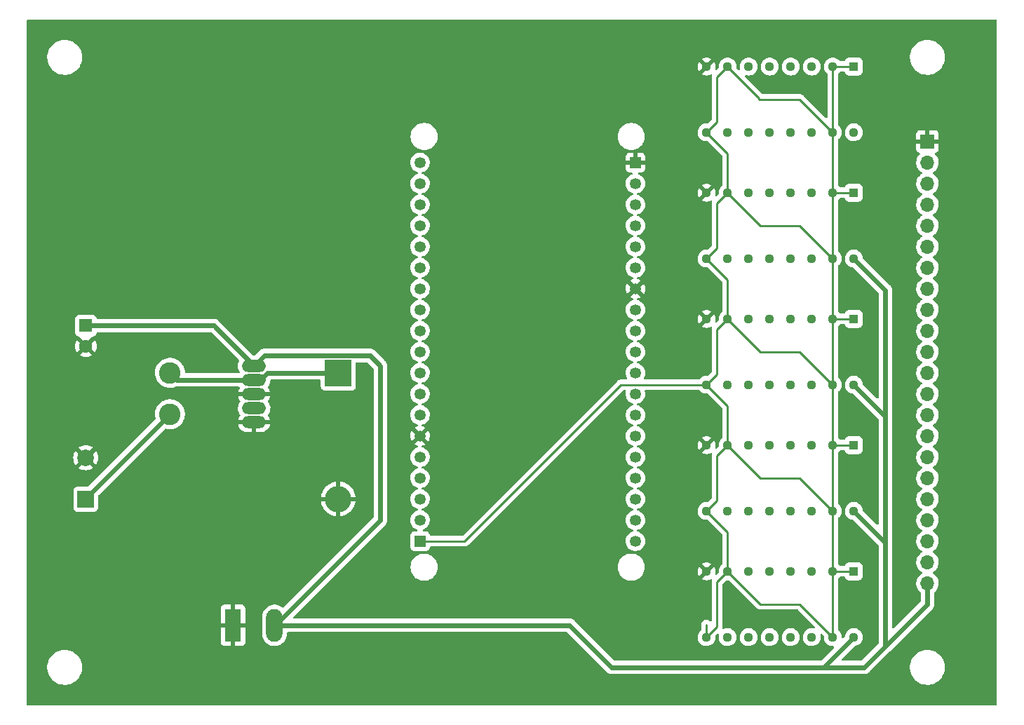
<source format=gbl>
G04 #@! TF.GenerationSoftware,KiCad,Pcbnew,(6.0.4-0)*
G04 #@! TF.CreationDate,2022-07-29T09:17:33+02:00*
G04 #@! TF.ProjectId,LED-Clock,4c45442d-436c-46f6-936b-2e6b69636164,rev?*
G04 #@! TF.SameCoordinates,Original*
G04 #@! TF.FileFunction,Copper,L2,Bot*
G04 #@! TF.FilePolarity,Positive*
%FSLAX46Y46*%
G04 Gerber Fmt 4.6, Leading zero omitted, Abs format (unit mm)*
G04 Created by KiCad (PCBNEW (6.0.4-0)) date 2022-07-29 09:17:33*
%MOMM*%
%LPD*%
G01*
G04 APERTURE LIST*
G04 #@! TA.AperFunction,ComponentPad*
%ADD10O,2.900000X1.450000*%
G04 #@! TD*
G04 #@! TA.AperFunction,ComponentPad*
%ADD11R,1.130000X1.130000*%
G04 #@! TD*
G04 #@! TA.AperFunction,ComponentPad*
%ADD12C,1.130000*%
G04 #@! TD*
G04 #@! TA.AperFunction,ComponentPad*
%ADD13R,1.700000X1.700000*%
G04 #@! TD*
G04 #@! TA.AperFunction,ComponentPad*
%ADD14O,1.700000X1.700000*%
G04 #@! TD*
G04 #@! TA.AperFunction,ComponentPad*
%ADD15R,1.600000X1.600000*%
G04 #@! TD*
G04 #@! TA.AperFunction,ComponentPad*
%ADD16C,1.600000*%
G04 #@! TD*
G04 #@! TA.AperFunction,ComponentPad*
%ADD17C,2.600000*%
G04 #@! TD*
G04 #@! TA.AperFunction,ComponentPad*
%ADD18R,1.980000X3.960000*%
G04 #@! TD*
G04 #@! TA.AperFunction,ComponentPad*
%ADD19O,1.980000X3.960000*%
G04 #@! TD*
G04 #@! TA.AperFunction,ComponentPad*
%ADD20R,1.350000X1.350000*%
G04 #@! TD*
G04 #@! TA.AperFunction,ComponentPad*
%ADD21C,1.350000*%
G04 #@! TD*
G04 #@! TA.AperFunction,ComponentPad*
%ADD22R,2.000000X2.000000*%
G04 #@! TD*
G04 #@! TA.AperFunction,ComponentPad*
%ADD23C,2.000000*%
G04 #@! TD*
G04 #@! TA.AperFunction,ComponentPad*
%ADD24R,3.200000X3.200000*%
G04 #@! TD*
G04 #@! TA.AperFunction,ComponentPad*
%ADD25O,3.200000X3.200000*%
G04 #@! TD*
G04 #@! TA.AperFunction,Conductor*
%ADD26C,0.609600*%
G04 #@! TD*
G04 #@! TA.AperFunction,Conductor*
%ADD27C,0.250000*%
G04 #@! TD*
G04 APERTURE END LIST*
D10*
X152400000Y-85500000D03*
X152400000Y-87200000D03*
X152400000Y-88900000D03*
X152400000Y-90600000D03*
X152400000Y-92300000D03*
D11*
X224790000Y-79850000D03*
D12*
X222250000Y-79850000D03*
X219710000Y-79850000D03*
X217170000Y-79850000D03*
X214630000Y-79850000D03*
X212090000Y-79850000D03*
X209550000Y-79850000D03*
X207010000Y-79850000D03*
X207010000Y-87790000D03*
X209550000Y-87790000D03*
X212090000Y-87790000D03*
X214630000Y-87790000D03*
X217170000Y-87790000D03*
X219710000Y-87790000D03*
X222250000Y-87790000D03*
X224790000Y-87790000D03*
D13*
X233680000Y-58420000D03*
D14*
X233680000Y-60960000D03*
X233680000Y-63500000D03*
X233680000Y-66040000D03*
X233680000Y-68580000D03*
X233680000Y-71120000D03*
X233680000Y-73660000D03*
X233680000Y-76200000D03*
X233680000Y-78740000D03*
X233680000Y-81280000D03*
X233680000Y-83820000D03*
X233680000Y-86360000D03*
X233680000Y-88900000D03*
X233680000Y-91440000D03*
X233680000Y-93980000D03*
X233680000Y-96520000D03*
X233680000Y-99060000D03*
X233680000Y-101600000D03*
X233680000Y-104140000D03*
X233680000Y-106680000D03*
X233680000Y-109220000D03*
X233680000Y-111760000D03*
D11*
X224790000Y-64610000D03*
D12*
X222250000Y-64610000D03*
X219710000Y-64610000D03*
X217170000Y-64610000D03*
X214630000Y-64610000D03*
X212090000Y-64610000D03*
X209550000Y-64610000D03*
X207010000Y-64610000D03*
X207010000Y-72550000D03*
X209550000Y-72550000D03*
X212090000Y-72550000D03*
X214630000Y-72550000D03*
X217170000Y-72550000D03*
X219710000Y-72550000D03*
X222250000Y-72550000D03*
X224790000Y-72550000D03*
D15*
X132080000Y-80650000D03*
D16*
X132080000Y-83150000D03*
D17*
X142240000Y-86360000D03*
X142240000Y-91360000D03*
D18*
X149860000Y-116840000D03*
D19*
X154860000Y-116840000D03*
D11*
X224790000Y-49370000D03*
D12*
X222250000Y-49370000D03*
X219710000Y-49370000D03*
X217170000Y-49370000D03*
X214630000Y-49370000D03*
X212090000Y-49370000D03*
X209550000Y-49370000D03*
X207010000Y-49370000D03*
X207010000Y-57310000D03*
X209550000Y-57310000D03*
X212090000Y-57310000D03*
X214630000Y-57310000D03*
X217170000Y-57310000D03*
X219710000Y-57310000D03*
X222250000Y-57310000D03*
X224790000Y-57310000D03*
D11*
X224790000Y-110330000D03*
D12*
X222250000Y-110330000D03*
X219710000Y-110330000D03*
X217170000Y-110330000D03*
X214630000Y-110330000D03*
X212090000Y-110330000D03*
X209550000Y-110330000D03*
X207010000Y-110330000D03*
X207010000Y-118270000D03*
X209550000Y-118270000D03*
X212090000Y-118270000D03*
X214630000Y-118270000D03*
X217170000Y-118270000D03*
X219710000Y-118270000D03*
X222250000Y-118270000D03*
X224790000Y-118270000D03*
D20*
X198420000Y-60960000D03*
D21*
X198420000Y-63500000D03*
X198420000Y-66040000D03*
X198420000Y-68580000D03*
X198420000Y-71120000D03*
X198420000Y-73660000D03*
X198420000Y-76200000D03*
X198420000Y-78740000D03*
X198420000Y-81280000D03*
X198420000Y-83820000D03*
X198420000Y-86360000D03*
X198420000Y-88900000D03*
X198420000Y-91440000D03*
X198420000Y-93980000D03*
X198420000Y-96520000D03*
X198420000Y-99060000D03*
X198420000Y-101600000D03*
X198420000Y-104140000D03*
X198420000Y-106680000D03*
D20*
X172420000Y-106680000D03*
D21*
X172420000Y-104140000D03*
X172420000Y-101600000D03*
X172420000Y-99060000D03*
X172420000Y-96520000D03*
X172420000Y-93980000D03*
X172420000Y-91440000D03*
X172420000Y-88900000D03*
X172420000Y-86360000D03*
X172420000Y-83820000D03*
X172420000Y-81280000D03*
X172420000Y-78740000D03*
X172420000Y-76200000D03*
X172420000Y-73660000D03*
X172420000Y-71120000D03*
X172420000Y-68580000D03*
X172420000Y-66040000D03*
X172420000Y-63500000D03*
X172420000Y-60960000D03*
D22*
X132080000Y-101600000D03*
D23*
X132080000Y-96600000D03*
D24*
X162560000Y-86360000D03*
D25*
X162560000Y-101600000D03*
D11*
X224790000Y-95090000D03*
D12*
X222250000Y-95090000D03*
X219710000Y-95090000D03*
X217170000Y-95090000D03*
X214630000Y-95090000D03*
X212090000Y-95090000D03*
X209550000Y-95090000D03*
X207010000Y-95090000D03*
X207010000Y-103030000D03*
X209550000Y-103030000D03*
X212090000Y-103030000D03*
X214630000Y-103030000D03*
X217170000Y-103030000D03*
X219710000Y-103030000D03*
X222250000Y-103030000D03*
X224790000Y-103030000D03*
D26*
X167640000Y-85500000D02*
X166395689Y-84255689D01*
X228600000Y-76360000D02*
X228600000Y-93980000D01*
X228600000Y-119380000D02*
X226060000Y-121920000D01*
X153644311Y-84255689D02*
X152400000Y-85500000D01*
X167640000Y-104140000D02*
X167640000Y-85500000D01*
X220980000Y-121920000D02*
X195580000Y-121920000D01*
X233680000Y-111760000D02*
X233680000Y-114300000D01*
X224790000Y-87790000D02*
X228600000Y-91600000D01*
X190500000Y-116840000D02*
X154860000Y-116840000D01*
X228600000Y-91600000D02*
X228600000Y-93980000D01*
X233680000Y-114300000D02*
X226060000Y-121920000D01*
X132080000Y-80650000D02*
X147550000Y-80650000D01*
X228600000Y-106840000D02*
X228600000Y-119380000D01*
X154860000Y-116840000D02*
X154940000Y-116840000D01*
X228600000Y-93980000D02*
X228600000Y-119380000D01*
X226060000Y-121920000D02*
X220980000Y-121920000D01*
X195580000Y-121920000D02*
X190500000Y-116840000D01*
X154940000Y-116840000D02*
X167640000Y-104140000D01*
X224790000Y-72550000D02*
X228600000Y-76360000D01*
X221140000Y-121920000D02*
X220980000Y-121920000D01*
X147550000Y-80650000D02*
X152400000Y-85500000D01*
X224790000Y-103030000D02*
X228600000Y-106840000D01*
X224790000Y-118270000D02*
X221140000Y-121920000D01*
X166395689Y-84255689D02*
X153644311Y-84255689D01*
D27*
X209550000Y-95090000D02*
X208280000Y-96360000D01*
X208280000Y-50640000D02*
X208280000Y-56040000D01*
X207010000Y-118270000D02*
X207010000Y-116789356D01*
D26*
X132080000Y-101600000D02*
X132080000Y-101520000D01*
D27*
X177800000Y-106680000D02*
X172420000Y-106680000D01*
X222250000Y-57310000D02*
X218280000Y-53340000D01*
D26*
X132080000Y-101520000D02*
X142240000Y-91360000D01*
D27*
X208280000Y-56040000D02*
X207010000Y-57310000D01*
X222250000Y-79850000D02*
X222250000Y-72550000D01*
X207010000Y-57310000D02*
X209550000Y-59850000D01*
X213520000Y-68580000D02*
X209550000Y-64610000D01*
X222250000Y-49370000D02*
X222250000Y-57310000D01*
X208280000Y-117000000D02*
X207010000Y-118270000D01*
X208280000Y-101760000D02*
X207010000Y-103030000D01*
X208280000Y-96360000D02*
X208280000Y-101760000D01*
X222250000Y-87790000D02*
X218280000Y-83820000D01*
X218280000Y-53340000D02*
X213360000Y-53340000D01*
X213520000Y-99060000D02*
X209550000Y-95090000D01*
X209550000Y-105570000D02*
X209550000Y-110330000D01*
X209550000Y-75090000D02*
X209550000Y-79850000D01*
X207010000Y-72550000D02*
X209550000Y-75090000D01*
X218280000Y-68580000D02*
X213520000Y-68580000D01*
X208280000Y-81120000D02*
X208280000Y-86520000D01*
X224790000Y-95090000D02*
X222250000Y-95090000D01*
X208280000Y-111600000D02*
X208280000Y-117000000D01*
X222250000Y-79850000D02*
X222250000Y-87790000D01*
X222250000Y-72550000D02*
X218280000Y-68580000D01*
X224790000Y-79850000D02*
X222250000Y-79850000D01*
X209550000Y-64610000D02*
X208280000Y-65880000D01*
X209550000Y-49370000D02*
X208280000Y-50640000D01*
X218280000Y-99060000D02*
X213520000Y-99060000D01*
X213360000Y-53180000D02*
X209550000Y-49370000D01*
X213520000Y-83820000D02*
X209550000Y-79850000D01*
X207010000Y-87790000D02*
X196690000Y-87790000D01*
X222250000Y-103030000D02*
X222250000Y-95090000D01*
X222250000Y-118270000D02*
X222250000Y-110330000D01*
X209550000Y-90330000D02*
X209550000Y-95090000D01*
X207010000Y-103030000D02*
X209550000Y-105570000D01*
X218280000Y-114300000D02*
X213520000Y-114300000D01*
X213520000Y-114300000D02*
X209550000Y-110330000D01*
X196690000Y-87790000D02*
X177800000Y-106680000D01*
X208280000Y-71280000D02*
X207010000Y-72550000D01*
X209550000Y-110330000D02*
X208280000Y-111600000D01*
X209550000Y-59850000D02*
X209550000Y-64610000D01*
X207010000Y-87790000D02*
X209550000Y-90330000D01*
X222250000Y-64610000D02*
X222250000Y-57310000D01*
X224790000Y-49370000D02*
X222250000Y-49370000D01*
X224790000Y-110330000D02*
X222250000Y-110330000D01*
X208280000Y-65880000D02*
X208280000Y-71280000D01*
X208280000Y-86520000D02*
X207010000Y-87790000D01*
X222250000Y-87790000D02*
X222250000Y-95090000D01*
X209550000Y-79850000D02*
X208280000Y-81120000D01*
X222250000Y-110330000D02*
X222250000Y-103030000D01*
X222250000Y-64610000D02*
X222250000Y-72550000D01*
X213360000Y-53340000D02*
X213360000Y-53180000D01*
X218280000Y-83820000D02*
X213520000Y-83820000D01*
X222250000Y-118270000D02*
X218280000Y-114300000D01*
X224790000Y-64610000D02*
X222250000Y-64610000D01*
X222250000Y-103030000D02*
X218280000Y-99060000D01*
D26*
X152400000Y-87200000D02*
X143080000Y-87200000D01*
X152400000Y-87200000D02*
X153163521Y-87200000D01*
X162560000Y-86360000D02*
X154003521Y-86360000D01*
X143080000Y-87200000D02*
X142240000Y-86360000D01*
X153163521Y-87200000D02*
X154003521Y-86360000D01*
G04 #@! TA.AperFunction,Conductor*
G36*
X242003621Y-43708502D02*
G01*
X242050114Y-43762158D01*
X242061500Y-43814500D01*
X242061500Y-126365500D01*
X242041498Y-126433621D01*
X241987842Y-126480114D01*
X241935500Y-126491500D01*
X125094500Y-126491500D01*
X125026379Y-126471498D01*
X124979886Y-126417842D01*
X124968500Y-126365500D01*
X124968500Y-122052703D01*
X127430743Y-122052703D01*
X127468268Y-122337734D01*
X127544129Y-122615036D01*
X127545813Y-122618984D01*
X127593779Y-122731437D01*
X127656923Y-122879476D01*
X127804561Y-123126161D01*
X127984313Y-123350528D01*
X128192851Y-123548423D01*
X128426317Y-123716186D01*
X128430112Y-123718195D01*
X128430113Y-123718196D01*
X128451869Y-123729715D01*
X128680392Y-123850712D01*
X128950373Y-123949511D01*
X129231264Y-124010755D01*
X129259841Y-124013004D01*
X129454282Y-124028307D01*
X129454291Y-124028307D01*
X129456739Y-124028500D01*
X129612271Y-124028500D01*
X129614407Y-124028354D01*
X129614418Y-124028354D01*
X129822548Y-124014165D01*
X129822554Y-124014164D01*
X129826825Y-124013873D01*
X129831020Y-124013004D01*
X129831022Y-124013004D01*
X129967583Y-123984724D01*
X130108342Y-123955574D01*
X130379343Y-123859607D01*
X130634812Y-123727750D01*
X130638313Y-123725289D01*
X130638317Y-123725287D01*
X130752418Y-123645095D01*
X130870023Y-123562441D01*
X131080622Y-123366740D01*
X131262713Y-123144268D01*
X131412927Y-122899142D01*
X131485724Y-122733307D01*
X131526757Y-122639830D01*
X131528483Y-122635898D01*
X131558029Y-122532178D01*
X131606068Y-122363534D01*
X131607244Y-122359406D01*
X131647751Y-122074784D01*
X131647845Y-122056951D01*
X131649235Y-121791583D01*
X131649235Y-121791576D01*
X131649257Y-121787297D01*
X131611732Y-121502266D01*
X131535871Y-121224964D01*
X131476895Y-121086698D01*
X131424763Y-120964476D01*
X131424761Y-120964472D01*
X131423077Y-120960524D01*
X131275439Y-120713839D01*
X131095687Y-120489472D01*
X130887149Y-120291577D01*
X130653683Y-120123814D01*
X130631843Y-120112250D01*
X130608654Y-120099972D01*
X130399608Y-119989288D01*
X130129627Y-119890489D01*
X129848736Y-119829245D01*
X129817685Y-119826801D01*
X129625718Y-119811693D01*
X129625709Y-119811693D01*
X129623261Y-119811500D01*
X129467729Y-119811500D01*
X129465593Y-119811646D01*
X129465582Y-119811646D01*
X129257452Y-119825835D01*
X129257446Y-119825836D01*
X129253175Y-119826127D01*
X129248980Y-119826996D01*
X129248978Y-119826996D01*
X129112416Y-119855277D01*
X128971658Y-119884426D01*
X128700657Y-119980393D01*
X128445188Y-120112250D01*
X128441687Y-120114711D01*
X128441683Y-120114713D01*
X128431594Y-120121804D01*
X128209977Y-120277559D01*
X127999378Y-120473260D01*
X127817287Y-120695732D01*
X127667073Y-120940858D01*
X127551517Y-121204102D01*
X127472756Y-121480594D01*
X127432249Y-121765216D01*
X127432227Y-121769505D01*
X127432226Y-121769512D01*
X127430765Y-122048417D01*
X127430743Y-122052703D01*
X124968500Y-122052703D01*
X124968500Y-118864669D01*
X148362001Y-118864669D01*
X148362371Y-118871490D01*
X148367895Y-118922352D01*
X148371521Y-118937604D01*
X148416676Y-119058054D01*
X148425214Y-119073649D01*
X148501715Y-119175724D01*
X148514276Y-119188285D01*
X148616351Y-119264786D01*
X148631946Y-119273324D01*
X148752394Y-119318478D01*
X148767649Y-119322105D01*
X148818514Y-119327631D01*
X148825328Y-119328000D01*
X149587885Y-119328000D01*
X149603124Y-119323525D01*
X149604329Y-119322135D01*
X149606000Y-119314452D01*
X149606000Y-119309884D01*
X150114000Y-119309884D01*
X150118475Y-119325123D01*
X150119865Y-119326328D01*
X150127548Y-119327999D01*
X150894669Y-119327999D01*
X150901490Y-119327629D01*
X150952352Y-119322105D01*
X150967604Y-119318479D01*
X151088054Y-119273324D01*
X151103649Y-119264786D01*
X151205724Y-119188285D01*
X151218285Y-119175724D01*
X151294786Y-119073649D01*
X151303324Y-119058054D01*
X151348478Y-118937606D01*
X151352105Y-118922351D01*
X151357631Y-118871486D01*
X151358000Y-118864672D01*
X151358000Y-117112115D01*
X151353525Y-117096876D01*
X151352135Y-117095671D01*
X151344452Y-117094000D01*
X150132115Y-117094000D01*
X150116876Y-117098475D01*
X150115671Y-117099865D01*
X150114000Y-117107548D01*
X150114000Y-119309884D01*
X149606000Y-119309884D01*
X149606000Y-117112115D01*
X149601525Y-117096876D01*
X149600135Y-117095671D01*
X149592452Y-117094000D01*
X148380116Y-117094000D01*
X148364877Y-117098475D01*
X148363672Y-117099865D01*
X148362001Y-117107548D01*
X148362001Y-118864669D01*
X124968500Y-118864669D01*
X124968500Y-116567885D01*
X148362000Y-116567885D01*
X148366475Y-116583124D01*
X148367865Y-116584329D01*
X148375548Y-116586000D01*
X149587885Y-116586000D01*
X149603124Y-116581525D01*
X149604329Y-116580135D01*
X149606000Y-116572452D01*
X149606000Y-116567885D01*
X150114000Y-116567885D01*
X150118475Y-116583124D01*
X150119865Y-116584329D01*
X150127548Y-116586000D01*
X151339884Y-116586000D01*
X151355123Y-116581525D01*
X151356328Y-116580135D01*
X151357999Y-116572452D01*
X151357999Y-114815331D01*
X151357629Y-114808510D01*
X151352105Y-114757648D01*
X151348479Y-114742396D01*
X151303324Y-114621946D01*
X151294786Y-114606351D01*
X151218285Y-114504276D01*
X151205724Y-114491715D01*
X151103649Y-114415214D01*
X151088054Y-114406676D01*
X150967606Y-114361522D01*
X150952351Y-114357895D01*
X150901486Y-114352369D01*
X150894672Y-114352000D01*
X150132115Y-114352000D01*
X150116876Y-114356475D01*
X150115671Y-114357865D01*
X150114000Y-114365548D01*
X150114000Y-116567885D01*
X149606000Y-116567885D01*
X149606000Y-114370116D01*
X149601525Y-114354877D01*
X149600135Y-114353672D01*
X149592452Y-114352001D01*
X148825331Y-114352001D01*
X148818510Y-114352371D01*
X148767648Y-114357895D01*
X148752396Y-114361521D01*
X148631946Y-114406676D01*
X148616351Y-114415214D01*
X148514276Y-114491715D01*
X148501715Y-114504276D01*
X148425214Y-114606351D01*
X148416676Y-114621946D01*
X148371522Y-114742394D01*
X148367895Y-114757649D01*
X148362369Y-114808514D01*
X148362000Y-114815328D01*
X148362000Y-116567885D01*
X124968500Y-116567885D01*
X124968500Y-102648134D01*
X130571500Y-102648134D01*
X130578255Y-102710316D01*
X130629385Y-102846705D01*
X130716739Y-102963261D01*
X130833295Y-103050615D01*
X130969684Y-103101745D01*
X131031866Y-103108500D01*
X133128134Y-103108500D01*
X133190316Y-103101745D01*
X133326705Y-103050615D01*
X133443261Y-102963261D01*
X133530615Y-102846705D01*
X133581745Y-102710316D01*
X133588500Y-102648134D01*
X133588500Y-101867429D01*
X160464359Y-101867429D01*
X160464562Y-101869034D01*
X160518246Y-102142664D01*
X160520457Y-102150916D01*
X160610782Y-102414736D01*
X160614097Y-102422621D01*
X160739389Y-102671736D01*
X160743745Y-102679102D01*
X160901687Y-102908907D01*
X160906995Y-102915605D01*
X161094670Y-103121858D01*
X161100841Y-103127775D01*
X161314761Y-103306641D01*
X161321693Y-103311676D01*
X161557895Y-103459846D01*
X161565446Y-103463895D01*
X161819581Y-103578640D01*
X161827612Y-103581627D01*
X162094967Y-103660822D01*
X162103318Y-103662689D01*
X162288090Y-103690962D01*
X162301877Y-103689107D01*
X162306000Y-103675298D01*
X162306000Y-103674560D01*
X162814000Y-103674560D01*
X162818105Y-103688542D01*
X162831271Y-103690585D01*
X162951658Y-103676016D01*
X162960075Y-103674411D01*
X163229786Y-103603654D01*
X163237902Y-103600923D01*
X163495521Y-103494213D01*
X163503183Y-103490410D01*
X163743943Y-103349721D01*
X163751008Y-103344920D01*
X163970451Y-103172854D01*
X163976807Y-103167131D01*
X164170861Y-102966882D01*
X164176381Y-102960351D01*
X164341464Y-102735617D01*
X164346048Y-102728393D01*
X164479099Y-102483346D01*
X164482667Y-102475553D01*
X164581227Y-102214721D01*
X164583704Y-102206515D01*
X164645953Y-101934720D01*
X164647294Y-101926257D01*
X164652132Y-101872044D01*
X164649161Y-101857125D01*
X164637354Y-101854000D01*
X162832115Y-101854000D01*
X162816876Y-101858475D01*
X162815671Y-101859865D01*
X162814000Y-101867548D01*
X162814000Y-103674560D01*
X162306000Y-103674560D01*
X162306000Y-101872115D01*
X162301525Y-101856876D01*
X162300135Y-101855671D01*
X162292452Y-101854000D01*
X160481226Y-101854000D01*
X160466041Y-101858459D01*
X160464359Y-101867429D01*
X133588500Y-101867429D01*
X133588500Y-101327942D01*
X160466860Y-101327942D01*
X160470030Y-101343031D01*
X160481493Y-101346000D01*
X162287885Y-101346000D01*
X162303124Y-101341525D01*
X162304329Y-101340135D01*
X162306000Y-101332452D01*
X162306000Y-101327885D01*
X162814000Y-101327885D01*
X162818475Y-101343124D01*
X162819865Y-101344329D01*
X162827548Y-101346000D01*
X164637495Y-101346000D01*
X164652486Y-101341598D01*
X164654541Y-101330315D01*
X164653669Y-101317519D01*
X164652508Y-101309047D01*
X164595962Y-101035998D01*
X164593658Y-101027744D01*
X164500579Y-100764897D01*
X164497183Y-100757049D01*
X164369286Y-100509254D01*
X164364858Y-100501942D01*
X164204515Y-100273798D01*
X164199133Y-100267152D01*
X164009318Y-100062886D01*
X164003078Y-100057027D01*
X163787296Y-99880411D01*
X163780324Y-99875456D01*
X163542560Y-99729754D01*
X163534990Y-99725796D01*
X163279657Y-99613714D01*
X163271597Y-99610812D01*
X163003432Y-99534424D01*
X162995054Y-99532642D01*
X162831935Y-99509427D01*
X162817949Y-99511458D01*
X162814000Y-99524943D01*
X162814000Y-101327885D01*
X162306000Y-101327885D01*
X162306000Y-99525332D01*
X162301956Y-99511561D01*
X162288417Y-99509532D01*
X162146621Y-99528200D01*
X162138223Y-99529893D01*
X161869274Y-99603469D01*
X161861179Y-99606288D01*
X161604694Y-99715688D01*
X161597071Y-99719572D01*
X161357806Y-99862768D01*
X161350777Y-99867653D01*
X161133153Y-100042004D01*
X161126864Y-100047787D01*
X160934913Y-100250061D01*
X160929460Y-100256654D01*
X160766747Y-100483092D01*
X160762230Y-100490377D01*
X160631757Y-100736799D01*
X160628271Y-100744627D01*
X160532446Y-101006481D01*
X160530057Y-101014704D01*
X160470654Y-101287151D01*
X160469405Y-101295607D01*
X160466860Y-101327942D01*
X133588500Y-101327942D01*
X133588500Y-101213870D01*
X133608502Y-101145749D01*
X133625405Y-101124775D01*
X141616680Y-93133500D01*
X141678992Y-93099474D01*
X141747313Y-93103639D01*
X141766194Y-93110232D01*
X141770613Y-93111775D01*
X141775206Y-93112647D01*
X142030109Y-93161042D01*
X142030112Y-93161042D01*
X142034698Y-93161913D01*
X142162370Y-93166929D01*
X142298625Y-93172283D01*
X142298630Y-93172283D01*
X142303293Y-93172466D01*
X142407607Y-93161042D01*
X142565844Y-93143713D01*
X142565850Y-93143712D01*
X142570497Y-93143203D01*
X142607287Y-93133517D01*
X142825918Y-93075956D01*
X142825920Y-93075955D01*
X142830441Y-93074765D01*
X142834738Y-93072919D01*
X143073120Y-92970502D01*
X143073122Y-92970501D01*
X143077414Y-92968657D01*
X143272717Y-92847800D01*
X143302017Y-92829669D01*
X143302021Y-92829666D01*
X143305990Y-92827210D01*
X143511149Y-92653530D01*
X143588200Y-92565670D01*
X150466616Y-92565670D01*
X150527138Y-92762400D01*
X150531359Y-92772744D01*
X150627164Y-92958362D01*
X150633149Y-92967793D01*
X150760314Y-93133517D01*
X150767870Y-93141734D01*
X150922369Y-93282318D01*
X150931268Y-93289072D01*
X151108211Y-93400069D01*
X151118177Y-93405146D01*
X151311969Y-93483050D01*
X151322684Y-93486285D01*
X151528186Y-93528843D01*
X151537322Y-93530046D01*
X151586735Y-93532895D01*
X151590382Y-93533000D01*
X152127885Y-93533000D01*
X152143124Y-93528525D01*
X152144329Y-93527135D01*
X152146000Y-93519452D01*
X152146000Y-93514885D01*
X152654000Y-93514885D01*
X152658475Y-93530124D01*
X152659865Y-93531329D01*
X152667548Y-93533000D01*
X153178041Y-93533000D01*
X153183636Y-93532751D01*
X153338633Y-93518917D01*
X153349647Y-93516935D01*
X153551116Y-93461820D01*
X153561589Y-93457926D01*
X153750123Y-93367999D01*
X153759738Y-93362313D01*
X153929365Y-93240424D01*
X153937831Y-93233116D01*
X154083191Y-93083117D01*
X154090221Y-93074435D01*
X154206728Y-92901055D01*
X154212107Y-92891269D01*
X154296067Y-92700004D01*
X154299632Y-92689412D01*
X154327912Y-92571615D01*
X154327207Y-92557530D01*
X154318328Y-92554000D01*
X152672115Y-92554000D01*
X152656876Y-92558475D01*
X152655671Y-92559865D01*
X152654000Y-92567548D01*
X152654000Y-93514885D01*
X152146000Y-93514885D01*
X152146000Y-92572115D01*
X152141525Y-92556876D01*
X152140135Y-92555671D01*
X152132452Y-92554000D01*
X150481774Y-92554000D01*
X150467790Y-92558106D01*
X150466616Y-92565670D01*
X143588200Y-92565670D01*
X143688382Y-92451434D01*
X143707085Y-92422358D01*
X143831269Y-92229291D01*
X143833797Y-92225361D01*
X143944199Y-91980278D01*
X143959045Y-91927638D01*
X144015893Y-91726072D01*
X144015894Y-91726069D01*
X144017163Y-91721568D01*
X144028848Y-91629715D01*
X144050688Y-91458045D01*
X144050688Y-91458041D01*
X144051086Y-91454915D01*
X144051389Y-91443365D01*
X144053488Y-91363160D01*
X144053571Y-91360000D01*
X144033650Y-91091937D01*
X144022020Y-91040538D01*
X143975361Y-90834331D01*
X143975360Y-90834326D01*
X143974327Y-90829763D01*
X143900104Y-90638902D01*
X150437125Y-90638902D01*
X150463578Y-90857496D01*
X150528322Y-91067951D01*
X150530894Y-91072934D01*
X150592095Y-91191507D01*
X150629312Y-91263614D01*
X150632728Y-91268066D01*
X150632730Y-91268069D01*
X150711200Y-91370333D01*
X150736801Y-91436553D01*
X150722537Y-91506102D01*
X150712793Y-91520835D01*
X150712906Y-91520911D01*
X150593272Y-91698945D01*
X150587893Y-91708731D01*
X150503933Y-91899996D01*
X150500368Y-91910588D01*
X150472088Y-92028385D01*
X150472793Y-92042470D01*
X150481672Y-92046000D01*
X154318226Y-92046000D01*
X154332210Y-92041894D01*
X154333384Y-92034330D01*
X154272862Y-91837600D01*
X154268641Y-91827256D01*
X154172836Y-91641638D01*
X154166846Y-91632200D01*
X154088790Y-91530475D01*
X154063189Y-91464255D01*
X154077454Y-91394706D01*
X154087546Y-91379446D01*
X154087484Y-91379404D01*
X154207163Y-91201305D01*
X154207165Y-91201302D01*
X154210294Y-91196645D01*
X154298798Y-90995027D01*
X154301169Y-90985154D01*
X154348890Y-90786379D01*
X154348890Y-90786378D01*
X154350200Y-90780922D01*
X154355096Y-90696004D01*
X154362552Y-90566705D01*
X154362552Y-90566702D01*
X154362875Y-90561098D01*
X154336422Y-90342504D01*
X154271678Y-90132049D01*
X154210401Y-90013327D01*
X154173260Y-89941369D01*
X154173260Y-89941368D01*
X154170688Y-89936386D01*
X154159034Y-89921197D01*
X154088800Y-89829667D01*
X154063199Y-89763447D01*
X154077463Y-89693898D01*
X154087207Y-89679165D01*
X154087094Y-89679089D01*
X154206728Y-89501055D01*
X154212107Y-89491269D01*
X154296067Y-89300004D01*
X154299632Y-89289412D01*
X154327912Y-89171615D01*
X154327207Y-89157530D01*
X154318328Y-89154000D01*
X150481774Y-89154000D01*
X150467790Y-89158106D01*
X150466616Y-89165670D01*
X150527138Y-89362400D01*
X150531359Y-89372744D01*
X150627164Y-89558362D01*
X150633154Y-89567800D01*
X150711210Y-89669525D01*
X150736811Y-89735745D01*
X150722546Y-89805294D01*
X150712454Y-89820554D01*
X150712516Y-89820596D01*
X150601494Y-89985813D01*
X150589706Y-90003355D01*
X150501202Y-90204973D01*
X150499893Y-90210424D01*
X150499892Y-90210428D01*
X150473572Y-90320060D01*
X150449800Y-90419078D01*
X150445079Y-90500963D01*
X150438109Y-90621842D01*
X150437125Y-90638902D01*
X143900104Y-90638902D01*
X143876902Y-90579238D01*
X143743518Y-90345864D01*
X143736643Y-90337142D01*
X143652265Y-90230110D01*
X143577105Y-90134769D01*
X143381317Y-89950591D01*
X143193871Y-89820554D01*
X143164299Y-89800039D01*
X143164296Y-89800037D01*
X143160457Y-89797374D01*
X143156264Y-89795306D01*
X142923564Y-89680551D01*
X142923561Y-89680550D01*
X142919376Y-89678486D01*
X142911451Y-89675949D01*
X142716387Y-89613509D01*
X142663370Y-89596538D01*
X142658763Y-89595788D01*
X142658760Y-89595787D01*
X142451846Y-89562089D01*
X142398063Y-89553330D01*
X142267719Y-89551624D01*
X142133961Y-89549873D01*
X142133958Y-89549873D01*
X142129284Y-89549812D01*
X141862937Y-89586060D01*
X141858451Y-89587368D01*
X141858449Y-89587368D01*
X141822099Y-89597963D01*
X141604874Y-89661278D01*
X141360763Y-89773815D01*
X141356854Y-89776378D01*
X141139881Y-89918631D01*
X141139876Y-89918635D01*
X141135968Y-89921197D01*
X141113367Y-89941369D01*
X140940661Y-90095516D01*
X140935426Y-90100188D01*
X140884083Y-90161921D01*
X140767495Y-90302104D01*
X140763544Y-90306854D01*
X140624096Y-90536656D01*
X140622287Y-90540970D01*
X140622285Y-90540974D01*
X140586475Y-90626373D01*
X140520148Y-90784545D01*
X140453981Y-91045077D01*
X140427050Y-91312526D01*
X140439947Y-91581019D01*
X140492388Y-91844656D01*
X140493970Y-91849062D01*
X140495189Y-91852459D01*
X140499380Y-91923332D01*
X140465694Y-91984126D01*
X132395225Y-100054595D01*
X132332913Y-100088621D01*
X132306130Y-100091500D01*
X131031866Y-100091500D01*
X130969684Y-100098255D01*
X130833295Y-100149385D01*
X130716739Y-100236739D01*
X130629385Y-100353295D01*
X130578255Y-100489684D01*
X130571500Y-100551866D01*
X130571500Y-102648134D01*
X124968500Y-102648134D01*
X124968500Y-97832670D01*
X131212160Y-97832670D01*
X131217887Y-97840320D01*
X131389042Y-97945205D01*
X131397837Y-97949687D01*
X131607988Y-98036734D01*
X131617373Y-98039783D01*
X131838554Y-98092885D01*
X131848301Y-98094428D01*
X132075070Y-98112275D01*
X132084930Y-98112275D01*
X132311699Y-98094428D01*
X132321446Y-98092885D01*
X132542627Y-98039783D01*
X132552012Y-98036734D01*
X132762163Y-97949687D01*
X132770958Y-97945205D01*
X132938445Y-97842568D01*
X132947907Y-97832110D01*
X132944124Y-97823334D01*
X132092812Y-96972022D01*
X132078868Y-96964408D01*
X132077035Y-96964539D01*
X132070420Y-96968790D01*
X131218920Y-97820290D01*
X131212160Y-97832670D01*
X124968500Y-97832670D01*
X124968500Y-96604930D01*
X130567725Y-96604930D01*
X130585572Y-96831699D01*
X130587115Y-96841446D01*
X130640217Y-97062627D01*
X130643266Y-97072012D01*
X130730313Y-97282163D01*
X130734795Y-97290958D01*
X130837432Y-97458445D01*
X130847890Y-97467907D01*
X130856666Y-97464124D01*
X131707978Y-96612812D01*
X131714356Y-96601132D01*
X132444408Y-96601132D01*
X132444539Y-96602965D01*
X132448790Y-96609580D01*
X133300290Y-97461080D01*
X133312670Y-97467840D01*
X133320320Y-97462113D01*
X133425205Y-97290958D01*
X133429687Y-97282163D01*
X133516734Y-97072012D01*
X133519783Y-97062627D01*
X133572885Y-96841446D01*
X133574428Y-96831699D01*
X133592275Y-96604930D01*
X133592275Y-96595070D01*
X133574428Y-96368301D01*
X133572885Y-96358554D01*
X133519783Y-96137373D01*
X133516734Y-96127988D01*
X133429687Y-95917837D01*
X133425205Y-95909042D01*
X133322568Y-95741555D01*
X133312110Y-95732093D01*
X133303334Y-95735876D01*
X132452022Y-96587188D01*
X132444408Y-96601132D01*
X131714356Y-96601132D01*
X131715592Y-96598868D01*
X131715461Y-96597035D01*
X131711210Y-96590420D01*
X130859710Y-95738920D01*
X130847330Y-95732160D01*
X130839680Y-95737887D01*
X130734795Y-95909042D01*
X130730313Y-95917837D01*
X130643266Y-96127988D01*
X130640217Y-96137373D01*
X130587115Y-96358554D01*
X130585572Y-96368301D01*
X130567725Y-96595070D01*
X130567725Y-96604930D01*
X124968500Y-96604930D01*
X124968500Y-95367890D01*
X131212093Y-95367890D01*
X131215876Y-95376666D01*
X132067188Y-96227978D01*
X132081132Y-96235592D01*
X132082965Y-96235461D01*
X132089580Y-96231210D01*
X132941080Y-95379710D01*
X132947840Y-95367330D01*
X132942113Y-95359680D01*
X132770958Y-95254795D01*
X132762163Y-95250313D01*
X132552012Y-95163266D01*
X132542627Y-95160217D01*
X132321446Y-95107115D01*
X132311699Y-95105572D01*
X132084930Y-95087725D01*
X132075070Y-95087725D01*
X131848301Y-95105572D01*
X131838554Y-95107115D01*
X131617373Y-95160217D01*
X131607988Y-95163266D01*
X131397837Y-95250313D01*
X131389042Y-95254795D01*
X131221555Y-95357432D01*
X131212093Y-95367890D01*
X124968500Y-95367890D01*
X124968500Y-84236062D01*
X131358493Y-84236062D01*
X131367789Y-84248077D01*
X131418994Y-84283931D01*
X131428489Y-84289414D01*
X131625947Y-84381490D01*
X131636239Y-84385236D01*
X131846688Y-84441625D01*
X131857481Y-84443528D01*
X132074525Y-84462517D01*
X132085475Y-84462517D01*
X132302519Y-84443528D01*
X132313312Y-84441625D01*
X132523761Y-84385236D01*
X132534053Y-84381490D01*
X132731511Y-84289414D01*
X132741006Y-84283931D01*
X132793048Y-84247491D01*
X132801424Y-84237012D01*
X132794356Y-84223566D01*
X132092812Y-83522022D01*
X132078868Y-83514408D01*
X132077035Y-83514539D01*
X132070420Y-83518790D01*
X131364923Y-84224287D01*
X131358493Y-84236062D01*
X124968500Y-84236062D01*
X124968500Y-83155475D01*
X130767483Y-83155475D01*
X130786472Y-83372519D01*
X130788375Y-83383312D01*
X130844764Y-83593761D01*
X130848510Y-83604053D01*
X130940586Y-83801511D01*
X130946069Y-83811006D01*
X130982509Y-83863048D01*
X130992988Y-83871424D01*
X131006434Y-83864356D01*
X131707978Y-83162812D01*
X131714356Y-83151132D01*
X132444408Y-83151132D01*
X132444539Y-83152965D01*
X132448790Y-83159580D01*
X133154287Y-83865077D01*
X133166062Y-83871507D01*
X133178077Y-83862211D01*
X133213931Y-83811006D01*
X133219414Y-83801511D01*
X133311490Y-83604053D01*
X133315236Y-83593761D01*
X133371625Y-83383312D01*
X133373528Y-83372519D01*
X133392517Y-83155475D01*
X133392517Y-83144525D01*
X133373528Y-82927481D01*
X133371625Y-82916688D01*
X133315236Y-82706239D01*
X133311490Y-82695947D01*
X133219414Y-82498489D01*
X133213931Y-82488994D01*
X133177491Y-82436952D01*
X133167012Y-82428576D01*
X133153566Y-82435644D01*
X132452022Y-83137188D01*
X132444408Y-83151132D01*
X131714356Y-83151132D01*
X131715592Y-83148868D01*
X131715461Y-83147035D01*
X131711210Y-83140420D01*
X131005713Y-82434923D01*
X130993938Y-82428493D01*
X130981923Y-82437789D01*
X130946069Y-82488994D01*
X130940586Y-82498489D01*
X130848510Y-82695947D01*
X130844764Y-82706239D01*
X130788375Y-82916688D01*
X130786472Y-82927481D01*
X130767483Y-83144525D01*
X130767483Y-83155475D01*
X124968500Y-83155475D01*
X124968500Y-81498134D01*
X130771500Y-81498134D01*
X130778255Y-81560316D01*
X130829385Y-81696705D01*
X130916739Y-81813261D01*
X131033295Y-81900615D01*
X131169684Y-81951745D01*
X131213252Y-81956478D01*
X131228486Y-81958133D01*
X131228489Y-81958133D01*
X131231866Y-81958500D01*
X131235185Y-81958500D01*
X131302110Y-81982153D01*
X131337804Y-82028156D01*
X131339734Y-82027141D01*
X131345442Y-82038000D01*
X131345632Y-82038245D01*
X131345653Y-82038403D01*
X131365644Y-82076434D01*
X132067188Y-82777978D01*
X132081132Y-82785592D01*
X132082965Y-82785461D01*
X132089580Y-82781210D01*
X132795077Y-82075713D01*
X132817871Y-82033971D01*
X132820047Y-82023971D01*
X132870253Y-81973773D01*
X132923814Y-81958549D01*
X132924719Y-81958500D01*
X132928134Y-81958500D01*
X132931530Y-81958131D01*
X132931532Y-81958131D01*
X132943879Y-81956790D01*
X132990316Y-81951745D01*
X133126705Y-81900615D01*
X133243261Y-81813261D01*
X133330615Y-81696705D01*
X133381745Y-81560316D01*
X133381996Y-81558006D01*
X133415987Y-81498508D01*
X133478942Y-81465687D01*
X133503352Y-81463300D01*
X147160930Y-81463300D01*
X147229051Y-81483302D01*
X147250025Y-81500205D01*
X150548177Y-84798357D01*
X150582203Y-84860669D01*
X150574455Y-84938098D01*
X150508218Y-85088991D01*
X150501202Y-85104973D01*
X150499893Y-85110424D01*
X150499892Y-85110428D01*
X150453406Y-85304057D01*
X150449800Y-85319078D01*
X150448256Y-85345864D01*
X150437738Y-85528277D01*
X150437125Y-85538902D01*
X150463578Y-85757496D01*
X150528322Y-85967951D01*
X150530894Y-85972934D01*
X150618426Y-86142522D01*
X150629312Y-86163614D01*
X150632726Y-86168063D01*
X150644951Y-86183995D01*
X150670552Y-86250215D01*
X150656288Y-86319764D01*
X150606687Y-86370561D01*
X150544989Y-86386700D01*
X144172540Y-86386700D01*
X144104419Y-86366698D01*
X144057926Y-86313042D01*
X144046887Y-86270038D01*
X144033998Y-86096605D01*
X144033996Y-86096590D01*
X144033650Y-86091937D01*
X144032619Y-86087379D01*
X143975361Y-85834331D01*
X143975360Y-85834326D01*
X143974327Y-85829763D01*
X143876902Y-85579238D01*
X143743518Y-85345864D01*
X143726821Y-85324683D01*
X143677416Y-85262014D01*
X143577105Y-85134769D01*
X143381317Y-84950591D01*
X143224751Y-84841976D01*
X143164299Y-84800039D01*
X143164296Y-84800037D01*
X143160457Y-84797374D01*
X143156264Y-84795306D01*
X142923564Y-84680551D01*
X142923561Y-84680550D01*
X142919376Y-84678486D01*
X142871745Y-84663239D01*
X142752560Y-84625088D01*
X142663370Y-84596538D01*
X142658763Y-84595788D01*
X142658760Y-84595787D01*
X142402674Y-84554081D01*
X142402675Y-84554081D01*
X142398063Y-84553330D01*
X142267719Y-84551624D01*
X142133961Y-84549873D01*
X142133958Y-84549873D01*
X142129284Y-84549812D01*
X141862937Y-84586060D01*
X141858451Y-84587368D01*
X141858449Y-84587368D01*
X141829565Y-84595787D01*
X141604874Y-84661278D01*
X141360763Y-84773815D01*
X141325034Y-84797240D01*
X141139881Y-84918631D01*
X141139876Y-84918635D01*
X141135968Y-84921197D01*
X141106024Y-84947923D01*
X140947800Y-85089144D01*
X140935426Y-85100188D01*
X140829292Y-85227800D01*
X140786297Y-85279497D01*
X140763544Y-85306854D01*
X140761121Y-85310847D01*
X140629181Y-85528277D01*
X140624096Y-85536656D01*
X140622287Y-85540970D01*
X140622285Y-85540974D01*
X140548958Y-85715840D01*
X140520148Y-85784545D01*
X140453981Y-86045077D01*
X140427050Y-86312526D01*
X140427274Y-86317192D01*
X140427274Y-86317197D01*
X140430613Y-86386700D01*
X140439947Y-86581019D01*
X140492388Y-86844656D01*
X140583220Y-87097646D01*
X140585432Y-87101762D01*
X140585433Y-87101765D01*
X140655345Y-87231876D01*
X140710450Y-87334431D01*
X140713241Y-87338168D01*
X140713245Y-87338175D01*
X140767002Y-87410164D01*
X140871281Y-87549810D01*
X140874590Y-87553090D01*
X140874595Y-87553096D01*
X141007778Y-87685121D01*
X141062180Y-87739050D01*
X141065942Y-87741808D01*
X141065945Y-87741811D01*
X141213628Y-87850096D01*
X141278954Y-87897995D01*
X141283089Y-87900171D01*
X141283093Y-87900173D01*
X141498768Y-88013646D01*
X141516840Y-88023154D01*
X141629396Y-88062460D01*
X141763569Y-88109315D01*
X141770613Y-88111775D01*
X141775206Y-88112647D01*
X142030109Y-88161042D01*
X142030112Y-88161042D01*
X142034698Y-88161913D01*
X142162370Y-88166929D01*
X142298625Y-88172283D01*
X142298630Y-88172283D01*
X142303293Y-88172466D01*
X142407607Y-88161042D01*
X142565844Y-88143713D01*
X142565850Y-88143712D01*
X142570497Y-88143203D01*
X142618841Y-88130475D01*
X142825918Y-88075956D01*
X142825920Y-88075955D01*
X142830441Y-88074765D01*
X142834740Y-88072918D01*
X142834743Y-88072917D01*
X142950222Y-88023304D01*
X143000399Y-88013073D01*
X143026737Y-88013165D01*
X143027633Y-88013195D01*
X143028470Y-88013300D01*
X143065533Y-88013300D01*
X143065972Y-88013301D01*
X143164859Y-88013646D01*
X143164864Y-88013646D01*
X143168392Y-88013658D01*
X143169595Y-88013389D01*
X143171240Y-88013300D01*
X150548744Y-88013300D01*
X150616865Y-88033302D01*
X150663358Y-88086958D01*
X150673462Y-88157232D01*
X150653325Y-88209576D01*
X150593277Y-88298937D01*
X150587893Y-88308731D01*
X150503933Y-88499996D01*
X150500368Y-88510588D01*
X150472088Y-88628385D01*
X150472793Y-88642470D01*
X150481672Y-88646000D01*
X154318226Y-88646000D01*
X154332210Y-88641894D01*
X154333384Y-88634330D01*
X154272862Y-88437600D01*
X154268641Y-88427256D01*
X154172836Y-88241638D01*
X154166846Y-88232200D01*
X154088790Y-88130475D01*
X154063189Y-88064255D01*
X154077454Y-87994706D01*
X154087546Y-87979446D01*
X154087484Y-87979404D01*
X154207163Y-87801305D01*
X154207165Y-87801302D01*
X154210294Y-87796645D01*
X154298798Y-87595027D01*
X154302081Y-87581355D01*
X154348890Y-87386379D01*
X154348890Y-87386378D01*
X154350200Y-87380922D01*
X154355324Y-87292047D01*
X154379214Y-87225191D01*
X154435456Y-87181864D01*
X154481115Y-87173300D01*
X160325500Y-87173300D01*
X160393621Y-87193302D01*
X160440114Y-87246958D01*
X160451500Y-87299300D01*
X160451500Y-88008134D01*
X160458255Y-88070316D01*
X160509385Y-88206705D01*
X160596739Y-88323261D01*
X160713295Y-88410615D01*
X160849684Y-88461745D01*
X160911866Y-88468500D01*
X164208134Y-88468500D01*
X164270316Y-88461745D01*
X164406705Y-88410615D01*
X164523261Y-88323261D01*
X164610615Y-88206705D01*
X164661745Y-88070316D01*
X164668500Y-88008134D01*
X164668500Y-85194989D01*
X164688502Y-85126868D01*
X164742158Y-85080375D01*
X164794500Y-85068989D01*
X166006619Y-85068989D01*
X166074740Y-85088991D01*
X166095714Y-85105894D01*
X166789795Y-85799975D01*
X166823821Y-85862287D01*
X166826700Y-85889070D01*
X166826700Y-103750930D01*
X166806698Y-103819051D01*
X166789795Y-103840025D01*
X155961385Y-114668435D01*
X155899073Y-114702461D01*
X155828258Y-114697396D01*
X155794198Y-114678222D01*
X155696158Y-114600795D01*
X155696153Y-114600792D01*
X155692099Y-114597590D01*
X155609318Y-114551892D01*
X155480906Y-114481004D01*
X155480903Y-114481003D01*
X155476375Y-114478503D01*
X155244097Y-114396250D01*
X155189457Y-114386517D01*
X155006593Y-114353943D01*
X155006589Y-114353943D01*
X155001505Y-114353037D01*
X154916700Y-114352001D01*
X154760282Y-114350090D01*
X154760280Y-114350090D01*
X154755112Y-114350027D01*
X154511536Y-114387299D01*
X154277318Y-114463853D01*
X154272730Y-114466241D01*
X154272726Y-114466243D01*
X154063337Y-114575244D01*
X154058748Y-114577633D01*
X154054615Y-114580736D01*
X154054612Y-114580738D01*
X153886424Y-114707018D01*
X153861697Y-114725584D01*
X153851618Y-114736131D01*
X153721400Y-114872396D01*
X153691455Y-114903731D01*
X153688541Y-114908003D01*
X153688540Y-114908004D01*
X153555515Y-115103011D01*
X153555512Y-115103016D01*
X153552596Y-115107291D01*
X153550420Y-115111980D01*
X153550416Y-115111986D01*
X153451025Y-115326106D01*
X153448848Y-115330797D01*
X153382998Y-115568247D01*
X153361500Y-115769406D01*
X153361500Y-117892469D01*
X153361712Y-117895042D01*
X153361712Y-117895053D01*
X153376131Y-118070432D01*
X153376132Y-118070438D01*
X153376555Y-118075583D01*
X153388598Y-118123528D01*
X153419749Y-118247545D01*
X153436584Y-118314570D01*
X153438642Y-118319303D01*
X153438643Y-118319306D01*
X153529017Y-118527151D01*
X153534840Y-118540544D01*
X153537644Y-118544878D01*
X153537646Y-118544882D01*
X153665874Y-118743092D01*
X153665879Y-118743098D01*
X153668685Y-118747436D01*
X153834523Y-118929690D01*
X153838574Y-118932889D01*
X153838578Y-118932893D01*
X153958878Y-119027899D01*
X154027901Y-119082410D01*
X154110682Y-119128108D01*
X154219692Y-119188285D01*
X154243625Y-119201497D01*
X154475903Y-119283750D01*
X154480995Y-119284657D01*
X154713407Y-119326057D01*
X154713411Y-119326057D01*
X154718495Y-119326963D01*
X154797914Y-119327933D01*
X154959718Y-119329910D01*
X154959720Y-119329910D01*
X154964888Y-119329973D01*
X155208464Y-119292701D01*
X155442682Y-119216147D01*
X155447270Y-119213759D01*
X155447274Y-119213757D01*
X155656663Y-119104756D01*
X155656664Y-119104755D01*
X155661252Y-119102367D01*
X155665385Y-119099264D01*
X155665388Y-119099262D01*
X155854168Y-118957521D01*
X155854170Y-118957519D01*
X155858303Y-118954416D01*
X156028545Y-118776269D01*
X156071339Y-118713535D01*
X156164485Y-118576989D01*
X156164488Y-118576984D01*
X156167404Y-118572709D01*
X156169580Y-118568020D01*
X156169584Y-118568014D01*
X156268975Y-118353894D01*
X156268977Y-118353889D01*
X156271152Y-118349203D01*
X156277470Y-118326423D01*
X156335623Y-118116726D01*
X156335623Y-118116725D01*
X156337002Y-118111753D01*
X156349113Y-117998431D01*
X156358144Y-117913929D01*
X156358144Y-117913921D01*
X156358500Y-117910594D01*
X156358500Y-117779300D01*
X156378502Y-117711179D01*
X156432158Y-117664686D01*
X156484500Y-117653300D01*
X190110930Y-117653300D01*
X190179051Y-117673302D01*
X190200025Y-117690205D01*
X194998289Y-122488469D01*
X194999218Y-122489406D01*
X195038826Y-122529852D01*
X195062718Y-122554250D01*
X195068636Y-122558064D01*
X195068641Y-122558068D01*
X195099407Y-122577895D01*
X195109760Y-122585334D01*
X195143869Y-122612563D01*
X195150209Y-122615628D01*
X195150214Y-122615631D01*
X195174279Y-122627265D01*
X195187692Y-122634792D01*
X195210164Y-122649274D01*
X195210171Y-122649277D01*
X195216090Y-122653092D01*
X195257111Y-122668023D01*
X195268848Y-122672981D01*
X195277675Y-122677248D01*
X195301801Y-122688911D01*
X195301803Y-122688912D01*
X195308144Y-122691977D01*
X195341064Y-122699577D01*
X195355799Y-122703943D01*
X195380928Y-122713089D01*
X195380934Y-122713091D01*
X195387549Y-122715498D01*
X195408203Y-122718107D01*
X195430859Y-122720969D01*
X195443400Y-122723203D01*
X195485930Y-122733022D01*
X195492976Y-122733047D01*
X195492979Y-122733047D01*
X195526741Y-122733165D01*
X195527634Y-122733195D01*
X195528470Y-122733300D01*
X195565406Y-122733300D01*
X195565846Y-122733301D01*
X195664846Y-122733647D01*
X195664853Y-122733647D01*
X195668392Y-122733659D01*
X195669598Y-122733389D01*
X195671247Y-122733300D01*
X221130783Y-122733300D01*
X221132104Y-122733307D01*
X221222709Y-122734256D01*
X221226028Y-122733538D01*
X221230734Y-122733300D01*
X226050783Y-122733300D01*
X226052104Y-122733307D01*
X226142709Y-122734256D01*
X226185370Y-122725032D01*
X226197949Y-122722972D01*
X226234329Y-122718892D01*
X226234332Y-122718891D01*
X226241325Y-122718107D01*
X226273226Y-122706998D01*
X226288036Y-122702836D01*
X226321051Y-122695698D01*
X226329031Y-122691977D01*
X226360619Y-122677248D01*
X226372429Y-122672452D01*
X226413639Y-122658101D01*
X226442283Y-122640202D01*
X226455792Y-122632867D01*
X226486419Y-122618585D01*
X226520910Y-122591831D01*
X226531366Y-122584537D01*
X226562400Y-122565145D01*
X226568376Y-122561411D01*
X226597344Y-122532644D01*
X226597982Y-122532047D01*
X226598653Y-122531527D01*
X226624911Y-122505269D01*
X226697846Y-122432841D01*
X226698506Y-122431800D01*
X226699615Y-122430565D01*
X227077477Y-122052703D01*
X231570743Y-122052703D01*
X231608268Y-122337734D01*
X231684129Y-122615036D01*
X231685813Y-122618984D01*
X231733779Y-122731437D01*
X231796923Y-122879476D01*
X231944561Y-123126161D01*
X232124313Y-123350528D01*
X232332851Y-123548423D01*
X232566317Y-123716186D01*
X232570112Y-123718195D01*
X232570113Y-123718196D01*
X232591869Y-123729715D01*
X232820392Y-123850712D01*
X233090373Y-123949511D01*
X233371264Y-124010755D01*
X233399841Y-124013004D01*
X233594282Y-124028307D01*
X233594291Y-124028307D01*
X233596739Y-124028500D01*
X233752271Y-124028500D01*
X233754407Y-124028354D01*
X233754418Y-124028354D01*
X233962548Y-124014165D01*
X233962554Y-124014164D01*
X233966825Y-124013873D01*
X233971020Y-124013004D01*
X233971022Y-124013004D01*
X234107583Y-123984724D01*
X234248342Y-123955574D01*
X234519343Y-123859607D01*
X234774812Y-123727750D01*
X234778313Y-123725289D01*
X234778317Y-123725287D01*
X234892418Y-123645095D01*
X235010023Y-123562441D01*
X235220622Y-123366740D01*
X235402713Y-123144268D01*
X235552927Y-122899142D01*
X235625724Y-122733307D01*
X235666757Y-122639830D01*
X235668483Y-122635898D01*
X235698029Y-122532178D01*
X235746068Y-122363534D01*
X235747244Y-122359406D01*
X235787751Y-122074784D01*
X235787845Y-122056951D01*
X235789235Y-121791583D01*
X235789235Y-121791576D01*
X235789257Y-121787297D01*
X235751732Y-121502266D01*
X235675871Y-121224964D01*
X235616895Y-121086698D01*
X235564763Y-120964476D01*
X235564761Y-120964472D01*
X235563077Y-120960524D01*
X235415439Y-120713839D01*
X235235687Y-120489472D01*
X235027149Y-120291577D01*
X234793683Y-120123814D01*
X234771843Y-120112250D01*
X234748654Y-120099972D01*
X234539608Y-119989288D01*
X234269627Y-119890489D01*
X233988736Y-119829245D01*
X233957685Y-119826801D01*
X233765718Y-119811693D01*
X233765709Y-119811693D01*
X233763261Y-119811500D01*
X233607729Y-119811500D01*
X233605593Y-119811646D01*
X233605582Y-119811646D01*
X233397452Y-119825835D01*
X233397446Y-119825836D01*
X233393175Y-119826127D01*
X233388980Y-119826996D01*
X233388978Y-119826996D01*
X233252416Y-119855277D01*
X233111658Y-119884426D01*
X232840657Y-119980393D01*
X232585188Y-120112250D01*
X232581687Y-120114711D01*
X232581683Y-120114713D01*
X232571594Y-120121804D01*
X232349977Y-120277559D01*
X232139378Y-120473260D01*
X231957287Y-120695732D01*
X231807073Y-120940858D01*
X231691517Y-121204102D01*
X231612756Y-121480594D01*
X231572249Y-121765216D01*
X231572227Y-121769505D01*
X231572226Y-121769512D01*
X231570765Y-122048417D01*
X231570743Y-122052703D01*
X227077477Y-122052703D01*
X229168469Y-119961711D01*
X229169406Y-119960782D01*
X229229220Y-119902208D01*
X229229221Y-119902207D01*
X229234250Y-119897282D01*
X229236089Y-119894429D01*
X229239257Y-119890923D01*
X234248469Y-114881711D01*
X234249406Y-114880782D01*
X234309218Y-114822210D01*
X234309219Y-114822209D01*
X234314250Y-114817282D01*
X234318064Y-114811364D01*
X234318068Y-114811359D01*
X234337895Y-114780593D01*
X234345334Y-114770240D01*
X234368170Y-114741634D01*
X234372563Y-114736131D01*
X234375628Y-114729791D01*
X234375631Y-114729786D01*
X234387265Y-114705721D01*
X234394792Y-114692308D01*
X234409274Y-114669836D01*
X234409277Y-114669829D01*
X234413092Y-114663910D01*
X234428023Y-114622889D01*
X234432982Y-114611149D01*
X234435302Y-114606351D01*
X234440745Y-114595090D01*
X234448911Y-114578199D01*
X234448912Y-114578197D01*
X234451977Y-114571856D01*
X234459577Y-114538936D01*
X234463943Y-114524201D01*
X234473089Y-114499072D01*
X234473091Y-114499066D01*
X234475498Y-114492451D01*
X234478809Y-114466243D01*
X234480969Y-114449141D01*
X234483203Y-114436600D01*
X234493022Y-114394070D01*
X234493049Y-114386517D01*
X234493165Y-114353261D01*
X234493194Y-114352368D01*
X234493300Y-114351530D01*
X234493300Y-114314315D01*
X234493658Y-114211608D01*
X234493389Y-114210405D01*
X234493300Y-114208760D01*
X234493300Y-112913544D01*
X234513302Y-112845423D01*
X234546128Y-112810968D01*
X234559860Y-112801173D01*
X234718096Y-112643489D01*
X234777594Y-112560689D01*
X234845435Y-112466277D01*
X234848453Y-112462077D01*
X234947430Y-112261811D01*
X235012370Y-112048069D01*
X235041529Y-111826590D01*
X235043156Y-111760000D01*
X235024852Y-111537361D01*
X234970431Y-111320702D01*
X234881354Y-111115840D01*
X234822881Y-111025454D01*
X234762822Y-110932617D01*
X234762820Y-110932614D01*
X234760014Y-110928277D01*
X234609670Y-110763051D01*
X234605619Y-110759852D01*
X234605615Y-110759848D01*
X234438414Y-110627800D01*
X234438410Y-110627798D01*
X234434359Y-110624598D01*
X234393053Y-110601796D01*
X234343084Y-110551364D01*
X234328312Y-110481921D01*
X234353428Y-110415516D01*
X234380780Y-110388909D01*
X234445406Y-110342812D01*
X234559860Y-110261173D01*
X234718096Y-110103489D01*
X234737615Y-110076326D01*
X234845435Y-109926277D01*
X234848453Y-109922077D01*
X234898903Y-109820000D01*
X234945136Y-109726453D01*
X234945137Y-109726451D01*
X234947430Y-109721811D01*
X235012370Y-109508069D01*
X235041529Y-109286590D01*
X235041611Y-109283240D01*
X235043074Y-109223365D01*
X235043074Y-109223361D01*
X235043156Y-109220000D01*
X235024852Y-108997361D01*
X234970431Y-108780702D01*
X234881354Y-108575840D01*
X234760014Y-108388277D01*
X234609670Y-108223051D01*
X234605619Y-108219852D01*
X234605615Y-108219848D01*
X234438414Y-108087800D01*
X234438410Y-108087798D01*
X234434359Y-108084598D01*
X234393053Y-108061796D01*
X234343084Y-108011364D01*
X234328312Y-107941921D01*
X234353428Y-107875516D01*
X234380780Y-107848909D01*
X234449027Y-107800229D01*
X234559860Y-107721173D01*
X234569988Y-107711081D01*
X234714435Y-107567137D01*
X234718096Y-107563489D01*
X234777594Y-107480689D01*
X234845435Y-107386277D01*
X234848453Y-107382077D01*
X234862719Y-107353213D01*
X234945136Y-107186453D01*
X234945137Y-107186451D01*
X234947430Y-107181811D01*
X235012370Y-106968069D01*
X235041529Y-106746590D01*
X235041727Y-106738497D01*
X235043074Y-106683365D01*
X235043074Y-106683361D01*
X235043156Y-106680000D01*
X235024852Y-106457361D01*
X234970431Y-106240702D01*
X234881354Y-106035840D01*
X234815541Y-105934108D01*
X234762822Y-105852617D01*
X234762820Y-105852614D01*
X234760014Y-105848277D01*
X234609670Y-105683051D01*
X234605619Y-105679852D01*
X234605615Y-105679848D01*
X234438414Y-105547800D01*
X234438410Y-105547798D01*
X234434359Y-105544598D01*
X234393053Y-105521796D01*
X234343084Y-105471364D01*
X234328312Y-105401921D01*
X234353428Y-105335516D01*
X234380780Y-105308909D01*
X234446007Y-105262383D01*
X234559860Y-105181173D01*
X234718096Y-105023489D01*
X234777594Y-104940689D01*
X234845435Y-104846277D01*
X234848453Y-104842077D01*
X234862719Y-104813213D01*
X234945136Y-104646453D01*
X234945137Y-104646451D01*
X234947430Y-104641811D01*
X235012370Y-104428069D01*
X235041529Y-104206590D01*
X235042989Y-104146851D01*
X235043074Y-104143365D01*
X235043074Y-104143361D01*
X235043156Y-104140000D01*
X235024852Y-103917361D01*
X234970431Y-103700702D01*
X234881354Y-103495840D01*
X234816197Y-103395123D01*
X234762822Y-103312617D01*
X234762820Y-103312614D01*
X234760014Y-103308277D01*
X234609670Y-103143051D01*
X234605619Y-103139852D01*
X234605615Y-103139848D01*
X234438414Y-103007800D01*
X234438410Y-103007798D01*
X234434359Y-103004598D01*
X234393053Y-102981796D01*
X234343084Y-102931364D01*
X234328312Y-102861921D01*
X234353428Y-102795516D01*
X234380780Y-102768909D01*
X234437965Y-102728119D01*
X234559860Y-102641173D01*
X234590960Y-102610182D01*
X234714435Y-102487137D01*
X234718096Y-102483489D01*
X234733489Y-102462068D01*
X234845435Y-102306277D01*
X234848453Y-102302077D01*
X234862719Y-102273213D01*
X234945136Y-102106453D01*
X234945137Y-102106451D01*
X234947430Y-102101811D01*
X234988743Y-101965833D01*
X235010865Y-101893023D01*
X235010865Y-101893021D01*
X235012370Y-101888069D01*
X235041529Y-101666590D01*
X235041727Y-101658497D01*
X235043074Y-101603365D01*
X235043074Y-101603361D01*
X235043156Y-101600000D01*
X235024852Y-101377361D01*
X234970431Y-101160702D01*
X234881354Y-100955840D01*
X234786563Y-100809315D01*
X234762822Y-100772617D01*
X234762820Y-100772614D01*
X234760014Y-100768277D01*
X234609670Y-100603051D01*
X234605619Y-100599852D01*
X234605615Y-100599848D01*
X234438414Y-100467800D01*
X234438410Y-100467798D01*
X234434359Y-100464598D01*
X234393053Y-100441796D01*
X234343084Y-100391364D01*
X234328312Y-100321921D01*
X234353428Y-100255516D01*
X234380780Y-100228909D01*
X234437965Y-100188119D01*
X234559860Y-100101173D01*
X234718096Y-99943489D01*
X234777594Y-99860689D01*
X234845435Y-99766277D01*
X234848453Y-99762077D01*
X234862719Y-99733213D01*
X234945136Y-99566453D01*
X234945137Y-99566451D01*
X234947430Y-99561811D01*
X235012370Y-99348069D01*
X235041529Y-99126590D01*
X235041727Y-99118497D01*
X235043074Y-99063365D01*
X235043074Y-99063361D01*
X235043156Y-99060000D01*
X235024852Y-98837361D01*
X234970431Y-98620702D01*
X234881354Y-98415840D01*
X234786563Y-98269315D01*
X234762822Y-98232617D01*
X234762820Y-98232614D01*
X234760014Y-98228277D01*
X234609670Y-98063051D01*
X234605619Y-98059852D01*
X234605615Y-98059848D01*
X234438414Y-97927800D01*
X234438410Y-97927798D01*
X234434359Y-97924598D01*
X234393053Y-97901796D01*
X234343084Y-97851364D01*
X234328312Y-97781921D01*
X234353428Y-97715516D01*
X234380780Y-97688909D01*
X234437965Y-97648119D01*
X234559860Y-97561173D01*
X234718096Y-97403489D01*
X234777594Y-97320689D01*
X234845435Y-97226277D01*
X234848453Y-97222077D01*
X234862719Y-97193213D01*
X234945136Y-97026453D01*
X234945137Y-97026451D01*
X234947430Y-97021811D01*
X235012370Y-96808069D01*
X235041529Y-96586590D01*
X235041727Y-96578497D01*
X235043074Y-96523365D01*
X235043074Y-96523361D01*
X235043156Y-96520000D01*
X235024852Y-96297361D01*
X234970431Y-96080702D01*
X234881354Y-95875840D01*
X234822881Y-95785454D01*
X234762822Y-95692617D01*
X234762820Y-95692614D01*
X234760014Y-95688277D01*
X234609670Y-95523051D01*
X234605619Y-95519852D01*
X234605615Y-95519848D01*
X234438414Y-95387800D01*
X234438410Y-95387798D01*
X234434359Y-95384598D01*
X234393053Y-95361796D01*
X234343084Y-95311364D01*
X234328312Y-95241921D01*
X234353428Y-95175516D01*
X234380780Y-95148909D01*
X234445406Y-95102812D01*
X234559860Y-95021173D01*
X234718096Y-94863489D01*
X234777594Y-94780689D01*
X234845435Y-94686277D01*
X234848453Y-94682077D01*
X234862719Y-94653213D01*
X234945136Y-94486453D01*
X234945137Y-94486451D01*
X234947430Y-94481811D01*
X235012370Y-94268069D01*
X235041529Y-94046590D01*
X235041727Y-94038497D01*
X235043074Y-93983365D01*
X235043074Y-93983361D01*
X235043156Y-93980000D01*
X235024852Y-93757361D01*
X234970431Y-93540702D01*
X234881354Y-93335840D01*
X234786563Y-93189315D01*
X234762822Y-93152617D01*
X234762820Y-93152614D01*
X234760014Y-93148277D01*
X234609670Y-92983051D01*
X234605619Y-92979852D01*
X234605615Y-92979848D01*
X234438414Y-92847800D01*
X234438410Y-92847798D01*
X234434359Y-92844598D01*
X234393053Y-92821796D01*
X234343084Y-92771364D01*
X234328312Y-92701921D01*
X234353428Y-92635516D01*
X234380780Y-92608909D01*
X234449537Y-92559865D01*
X234559860Y-92481173D01*
X234718096Y-92323489D01*
X234777594Y-92240689D01*
X234845435Y-92146277D01*
X234848453Y-92142077D01*
X234862719Y-92113213D01*
X234945136Y-91946453D01*
X234945137Y-91946451D01*
X234947430Y-91941811D01*
X234984770Y-91818912D01*
X235010865Y-91733023D01*
X235010865Y-91733021D01*
X235012370Y-91728069D01*
X235041529Y-91506590D01*
X235041727Y-91498497D01*
X235043074Y-91443365D01*
X235043074Y-91443361D01*
X235043156Y-91440000D01*
X235024852Y-91217361D01*
X234970431Y-91000702D01*
X234881354Y-90795840D01*
X234786563Y-90649315D01*
X234762822Y-90612617D01*
X234762820Y-90612614D01*
X234760014Y-90608277D01*
X234609670Y-90443051D01*
X234605619Y-90439852D01*
X234605615Y-90439848D01*
X234438414Y-90307800D01*
X234438410Y-90307798D01*
X234434359Y-90304598D01*
X234393053Y-90281796D01*
X234343084Y-90231364D01*
X234328312Y-90161921D01*
X234353428Y-90095516D01*
X234380780Y-90068909D01*
X234446007Y-90022383D01*
X234559860Y-89941173D01*
X234569135Y-89931931D01*
X234681799Y-89819659D01*
X234718096Y-89783489D01*
X234725048Y-89773815D01*
X234845435Y-89606277D01*
X234848453Y-89602077D01*
X234856681Y-89585430D01*
X234945136Y-89406453D01*
X234945137Y-89406451D01*
X234947430Y-89401811D01*
X235012370Y-89188069D01*
X235041529Y-88966590D01*
X235042989Y-88906851D01*
X235043074Y-88903365D01*
X235043074Y-88903361D01*
X235043156Y-88900000D01*
X235024852Y-88677361D01*
X234970431Y-88460702D01*
X234881354Y-88255840D01*
X234816197Y-88155123D01*
X234762822Y-88072617D01*
X234762820Y-88072614D01*
X234760014Y-88068277D01*
X234609670Y-87903051D01*
X234605619Y-87899852D01*
X234605615Y-87899848D01*
X234438414Y-87767800D01*
X234438410Y-87767798D01*
X234434359Y-87764598D01*
X234393053Y-87741796D01*
X234343084Y-87691364D01*
X234328312Y-87621921D01*
X234353428Y-87555516D01*
X234380780Y-87528909D01*
X234437965Y-87488119D01*
X234559860Y-87401173D01*
X234590960Y-87370182D01*
X234714435Y-87247137D01*
X234718096Y-87243489D01*
X234731245Y-87225191D01*
X234845435Y-87066277D01*
X234848453Y-87062077D01*
X234862719Y-87033213D01*
X234945136Y-86866453D01*
X234945137Y-86866451D01*
X234947430Y-86861811D01*
X234988743Y-86725833D01*
X235010865Y-86653023D01*
X235010865Y-86653021D01*
X235012370Y-86648069D01*
X235041529Y-86426590D01*
X235042898Y-86370561D01*
X235043074Y-86363365D01*
X235043074Y-86363361D01*
X235043156Y-86360000D01*
X235024852Y-86137361D01*
X234970431Y-85920702D01*
X234881354Y-85715840D01*
X234786563Y-85569315D01*
X234762822Y-85532617D01*
X234762820Y-85532614D01*
X234760014Y-85528277D01*
X234609670Y-85363051D01*
X234605619Y-85359852D01*
X234605615Y-85359848D01*
X234438414Y-85227800D01*
X234438410Y-85227798D01*
X234434359Y-85224598D01*
X234393053Y-85201796D01*
X234343084Y-85151364D01*
X234328312Y-85081921D01*
X234353428Y-85015516D01*
X234380780Y-84988909D01*
X234438240Y-84947923D01*
X234559860Y-84861173D01*
X234718096Y-84703489D01*
X234736063Y-84678486D01*
X234845435Y-84526277D01*
X234848453Y-84522077D01*
X234862719Y-84493213D01*
X234945136Y-84326453D01*
X234945137Y-84326451D01*
X234947430Y-84321811D01*
X235012370Y-84108069D01*
X235041529Y-83886590D01*
X235042125Y-83862211D01*
X235043074Y-83823365D01*
X235043074Y-83823361D01*
X235043156Y-83820000D01*
X235024852Y-83597361D01*
X234970431Y-83380702D01*
X234881354Y-83175840D01*
X234786563Y-83029315D01*
X234762822Y-82992617D01*
X234762820Y-82992614D01*
X234760014Y-82988277D01*
X234609670Y-82823051D01*
X234605619Y-82819852D01*
X234605615Y-82819848D01*
X234438414Y-82687800D01*
X234438410Y-82687798D01*
X234434359Y-82684598D01*
X234393053Y-82661796D01*
X234343084Y-82611364D01*
X234328312Y-82541921D01*
X234353428Y-82475516D01*
X234380780Y-82448909D01*
X234437965Y-82408119D01*
X234559860Y-82321173D01*
X234718096Y-82163489D01*
X234777594Y-82080689D01*
X234845435Y-81986277D01*
X234848453Y-81982077D01*
X234860106Y-81958500D01*
X234945136Y-81786453D01*
X234945137Y-81786451D01*
X234947430Y-81781811D01*
X235012370Y-81568069D01*
X235041529Y-81346590D01*
X235041727Y-81338497D01*
X235043074Y-81283365D01*
X235043074Y-81283361D01*
X235043156Y-81280000D01*
X235024852Y-81057361D01*
X234970431Y-80840702D01*
X234881354Y-80635840D01*
X234822881Y-80545454D01*
X234762822Y-80452617D01*
X234762820Y-80452614D01*
X234760014Y-80448277D01*
X234609670Y-80283051D01*
X234605619Y-80279852D01*
X234605615Y-80279848D01*
X234438414Y-80147800D01*
X234438410Y-80147798D01*
X234434359Y-80144598D01*
X234393053Y-80121796D01*
X234343084Y-80071364D01*
X234328312Y-80001921D01*
X234353428Y-79935516D01*
X234380780Y-79908909D01*
X234434772Y-79870397D01*
X234559860Y-79781173D01*
X234578055Y-79763042D01*
X234709864Y-79631692D01*
X234718096Y-79623489D01*
X234737771Y-79596109D01*
X234845435Y-79446277D01*
X234848453Y-79442077D01*
X234862719Y-79413213D01*
X234945136Y-79246453D01*
X234945137Y-79246451D01*
X234947430Y-79241811D01*
X235012370Y-79028069D01*
X235041529Y-78806590D01*
X235041727Y-78798497D01*
X235043074Y-78743365D01*
X235043074Y-78743361D01*
X235043156Y-78740000D01*
X235024852Y-78517361D01*
X234970431Y-78300702D01*
X234881354Y-78095840D01*
X234786563Y-77949315D01*
X234762822Y-77912617D01*
X234762820Y-77912614D01*
X234760014Y-77908277D01*
X234609670Y-77743051D01*
X234605619Y-77739852D01*
X234605615Y-77739848D01*
X234438414Y-77607800D01*
X234438410Y-77607798D01*
X234434359Y-77604598D01*
X234393053Y-77581796D01*
X234343084Y-77531364D01*
X234328312Y-77461921D01*
X234353428Y-77395516D01*
X234380780Y-77368909D01*
X234438637Y-77327640D01*
X234559860Y-77241173D01*
X234718096Y-77083489D01*
X234777594Y-77000689D01*
X234845435Y-76906277D01*
X234848453Y-76902077D01*
X234862719Y-76873213D01*
X234945136Y-76706453D01*
X234945137Y-76706451D01*
X234947430Y-76701811D01*
X235012370Y-76488069D01*
X235041529Y-76266590D01*
X235041727Y-76258497D01*
X235043074Y-76203365D01*
X235043074Y-76203361D01*
X235043156Y-76200000D01*
X235024852Y-75977361D01*
X234970431Y-75760702D01*
X234881354Y-75555840D01*
X234786563Y-75409315D01*
X234762822Y-75372617D01*
X234762820Y-75372614D01*
X234760014Y-75368277D01*
X234609670Y-75203051D01*
X234605619Y-75199852D01*
X234605615Y-75199848D01*
X234438414Y-75067800D01*
X234438410Y-75067798D01*
X234434359Y-75064598D01*
X234393053Y-75041796D01*
X234343084Y-74991364D01*
X234328312Y-74921921D01*
X234353428Y-74855516D01*
X234380780Y-74828909D01*
X234446007Y-74782383D01*
X234559860Y-74701173D01*
X234718096Y-74543489D01*
X234777594Y-74460689D01*
X234845435Y-74366277D01*
X234848453Y-74362077D01*
X234862719Y-74333213D01*
X234945136Y-74166453D01*
X234945137Y-74166451D01*
X234947430Y-74161811D01*
X235012370Y-73948069D01*
X235041529Y-73726590D01*
X235042989Y-73666851D01*
X235043074Y-73663365D01*
X235043074Y-73663361D01*
X235043156Y-73660000D01*
X235024852Y-73437361D01*
X234970431Y-73220702D01*
X234881354Y-73015840D01*
X234816197Y-72915123D01*
X234762822Y-72832617D01*
X234762820Y-72832614D01*
X234760014Y-72828277D01*
X234609670Y-72663051D01*
X234605619Y-72659852D01*
X234605615Y-72659848D01*
X234438414Y-72527800D01*
X234438410Y-72527798D01*
X234434359Y-72524598D01*
X234393053Y-72501796D01*
X234343084Y-72451364D01*
X234328312Y-72381921D01*
X234353428Y-72315516D01*
X234380780Y-72288909D01*
X234437965Y-72248119D01*
X234559860Y-72161173D01*
X234590960Y-72130182D01*
X234714435Y-72007137D01*
X234718096Y-72003489D01*
X234733489Y-71982068D01*
X234845435Y-71826277D01*
X234848453Y-71822077D01*
X234862719Y-71793213D01*
X234945136Y-71626453D01*
X234945137Y-71626451D01*
X234947430Y-71621811D01*
X234988743Y-71485833D01*
X235010865Y-71413023D01*
X235010865Y-71413021D01*
X235012370Y-71408069D01*
X235041529Y-71186590D01*
X235041727Y-71178497D01*
X235043074Y-71123365D01*
X235043074Y-71123361D01*
X235043156Y-71120000D01*
X235024852Y-70897361D01*
X234970431Y-70680702D01*
X234881354Y-70475840D01*
X234786563Y-70329315D01*
X234762822Y-70292617D01*
X234762820Y-70292614D01*
X234760014Y-70288277D01*
X234609670Y-70123051D01*
X234605619Y-70119852D01*
X234605615Y-70119848D01*
X234438414Y-69987800D01*
X234438410Y-69987798D01*
X234434359Y-69984598D01*
X234393053Y-69961796D01*
X234343084Y-69911364D01*
X234328312Y-69841921D01*
X234353428Y-69775516D01*
X234380780Y-69748909D01*
X234437965Y-69708119D01*
X234559860Y-69621173D01*
X234718096Y-69463489D01*
X234777594Y-69380689D01*
X234845435Y-69286277D01*
X234848453Y-69282077D01*
X234862719Y-69253213D01*
X234945136Y-69086453D01*
X234945137Y-69086451D01*
X234947430Y-69081811D01*
X235012370Y-68868069D01*
X235041529Y-68646590D01*
X235041727Y-68638497D01*
X235043074Y-68583365D01*
X235043074Y-68583361D01*
X235043156Y-68580000D01*
X235024852Y-68357361D01*
X234970431Y-68140702D01*
X234881354Y-67935840D01*
X234786563Y-67789315D01*
X234762822Y-67752617D01*
X234762820Y-67752614D01*
X234760014Y-67748277D01*
X234609670Y-67583051D01*
X234605619Y-67579852D01*
X234605615Y-67579848D01*
X234438414Y-67447800D01*
X234438410Y-67447798D01*
X234434359Y-67444598D01*
X234393053Y-67421796D01*
X234343084Y-67371364D01*
X234328312Y-67301921D01*
X234353428Y-67235516D01*
X234380780Y-67208909D01*
X234437965Y-67168119D01*
X234559860Y-67081173D01*
X234718096Y-66923489D01*
X234777594Y-66840689D01*
X234845435Y-66746277D01*
X234848453Y-66742077D01*
X234862719Y-66713213D01*
X234945136Y-66546453D01*
X234945137Y-66546451D01*
X234947430Y-66541811D01*
X235012370Y-66328069D01*
X235041529Y-66106590D01*
X235041727Y-66098497D01*
X235043074Y-66043365D01*
X235043074Y-66043361D01*
X235043156Y-66040000D01*
X235024852Y-65817361D01*
X234970431Y-65600702D01*
X234881354Y-65395840D01*
X234822881Y-65305454D01*
X234762822Y-65212617D01*
X234762820Y-65212614D01*
X234760014Y-65208277D01*
X234609670Y-65043051D01*
X234605619Y-65039852D01*
X234605615Y-65039848D01*
X234438414Y-64907800D01*
X234438410Y-64907798D01*
X234434359Y-64904598D01*
X234393053Y-64881796D01*
X234343084Y-64831364D01*
X234328312Y-64761921D01*
X234353428Y-64695516D01*
X234380780Y-64668909D01*
X234445406Y-64622812D01*
X234559860Y-64541173D01*
X234718096Y-64383489D01*
X234777594Y-64300689D01*
X234845435Y-64206277D01*
X234848453Y-64202077D01*
X234862719Y-64173213D01*
X234945136Y-64006453D01*
X234945137Y-64006451D01*
X234947430Y-64001811D01*
X235012370Y-63788069D01*
X235041529Y-63566590D01*
X235041727Y-63558497D01*
X235043074Y-63503365D01*
X235043074Y-63503361D01*
X235043156Y-63500000D01*
X235024852Y-63277361D01*
X234970431Y-63060702D01*
X234881354Y-62855840D01*
X234786563Y-62709315D01*
X234762822Y-62672617D01*
X234762820Y-62672614D01*
X234760014Y-62668277D01*
X234609670Y-62503051D01*
X234605619Y-62499852D01*
X234605615Y-62499848D01*
X234438414Y-62367800D01*
X234438410Y-62367798D01*
X234434359Y-62364598D01*
X234393053Y-62341796D01*
X234343084Y-62291364D01*
X234328312Y-62221921D01*
X234353428Y-62155516D01*
X234380780Y-62128909D01*
X234449648Y-62079786D01*
X234559860Y-62001173D01*
X234718096Y-61843489D01*
X234777594Y-61760689D01*
X234845435Y-61666277D01*
X234848453Y-61662077D01*
X234862719Y-61633213D01*
X234945136Y-61466453D01*
X234945137Y-61466451D01*
X234947430Y-61461811D01*
X235012370Y-61248069D01*
X235041529Y-61026590D01*
X235041727Y-61018497D01*
X235043074Y-60963365D01*
X235043074Y-60963361D01*
X235043156Y-60960000D01*
X235024852Y-60737361D01*
X234970431Y-60520702D01*
X234881354Y-60315840D01*
X234785320Y-60167394D01*
X234762822Y-60132617D01*
X234762820Y-60132614D01*
X234760014Y-60128277D01*
X234756540Y-60124459D01*
X234756533Y-60124450D01*
X234612435Y-59966088D01*
X234581383Y-59902242D01*
X234589779Y-59831744D01*
X234634956Y-59776976D01*
X234661400Y-59763307D01*
X234768052Y-59723325D01*
X234783649Y-59714786D01*
X234885724Y-59638285D01*
X234898285Y-59625724D01*
X234974786Y-59523649D01*
X234983324Y-59508054D01*
X235028478Y-59387606D01*
X235032105Y-59372351D01*
X235037631Y-59321486D01*
X235038000Y-59314672D01*
X235038000Y-58692115D01*
X235033525Y-58676876D01*
X235032135Y-58675671D01*
X235024452Y-58674000D01*
X232340116Y-58674000D01*
X232324877Y-58678475D01*
X232323672Y-58679865D01*
X232322001Y-58687548D01*
X232322001Y-59314669D01*
X232322371Y-59321490D01*
X232327895Y-59372352D01*
X232331521Y-59387604D01*
X232376676Y-59508054D01*
X232385214Y-59523649D01*
X232461715Y-59625724D01*
X232474276Y-59638285D01*
X232576351Y-59714786D01*
X232591946Y-59723324D01*
X232700827Y-59764142D01*
X232757591Y-59806784D01*
X232782291Y-59873345D01*
X232767083Y-59942694D01*
X232747691Y-59969175D01*
X232646086Y-60075499D01*
X232620629Y-60102138D01*
X232617715Y-60106410D01*
X232617714Y-60106411D01*
X232578024Y-60164594D01*
X232494743Y-60286680D01*
X232400688Y-60489305D01*
X232340989Y-60704570D01*
X232317251Y-60926695D01*
X232317548Y-60931848D01*
X232317548Y-60931851D01*
X232322970Y-61025879D01*
X232330110Y-61149715D01*
X232331247Y-61154761D01*
X232331248Y-61154767D01*
X232345606Y-61218475D01*
X232379222Y-61367639D01*
X232417461Y-61461811D01*
X232455011Y-61554285D01*
X232463266Y-61574616D01*
X232465965Y-61579020D01*
X232562131Y-61735949D01*
X232579987Y-61765088D01*
X232726250Y-61933938D01*
X232898126Y-62076632D01*
X232968595Y-62117811D01*
X232971445Y-62119476D01*
X233020169Y-62171114D01*
X233033240Y-62240897D01*
X233006509Y-62306669D01*
X232966055Y-62340027D01*
X232953607Y-62346507D01*
X232949474Y-62349610D01*
X232949471Y-62349612D01*
X232823682Y-62444057D01*
X232774965Y-62480635D01*
X232620629Y-62642138D01*
X232617715Y-62646410D01*
X232617714Y-62646411D01*
X232577958Y-62704691D01*
X232494743Y-62826680D01*
X232400688Y-63029305D01*
X232340989Y-63244570D01*
X232317251Y-63466695D01*
X232317548Y-63471848D01*
X232317548Y-63471851D01*
X232322970Y-63565879D01*
X232330110Y-63689715D01*
X232331247Y-63694761D01*
X232331248Y-63694767D01*
X232348432Y-63771017D01*
X232379222Y-63907639D01*
X232433808Y-64042068D01*
X232455011Y-64094285D01*
X232463266Y-64114616D01*
X232465965Y-64119020D01*
X232562131Y-64275949D01*
X232579987Y-64305088D01*
X232726250Y-64473938D01*
X232863106Y-64587558D01*
X232878599Y-64600420D01*
X232898126Y-64616632D01*
X232968595Y-64657811D01*
X232971445Y-64659476D01*
X233020169Y-64711114D01*
X233033240Y-64780897D01*
X233006509Y-64846669D01*
X232966055Y-64880027D01*
X232953607Y-64886507D01*
X232949474Y-64889610D01*
X232949471Y-64889612D01*
X232779100Y-65017530D01*
X232774965Y-65020635D01*
X232620629Y-65182138D01*
X232617715Y-65186410D01*
X232617714Y-65186411D01*
X232578771Y-65243500D01*
X232494743Y-65366680D01*
X232468064Y-65424155D01*
X232405132Y-65559732D01*
X232400688Y-65569305D01*
X232340989Y-65784570D01*
X232317251Y-66006695D01*
X232317548Y-66011848D01*
X232317548Y-66011851D01*
X232322948Y-66105499D01*
X232330110Y-66229715D01*
X232331247Y-66234761D01*
X232331248Y-66234767D01*
X232348598Y-66311752D01*
X232379222Y-66447639D01*
X232417461Y-66541811D01*
X232455011Y-66634285D01*
X232463266Y-66654616D01*
X232465965Y-66659020D01*
X232562131Y-66815949D01*
X232579987Y-66845088D01*
X232726250Y-67013938D01*
X232898126Y-67156632D01*
X232968595Y-67197811D01*
X232971445Y-67199476D01*
X233020169Y-67251114D01*
X233033240Y-67320897D01*
X233006509Y-67386669D01*
X232966055Y-67420027D01*
X232953607Y-67426507D01*
X232949474Y-67429610D01*
X232949471Y-67429612D01*
X232823682Y-67524057D01*
X232774965Y-67560635D01*
X232620629Y-67722138D01*
X232617715Y-67726410D01*
X232617714Y-67726411D01*
X232577958Y-67784691D01*
X232494743Y-67906680D01*
X232456011Y-67990121D01*
X232419471Y-68068841D01*
X232400688Y-68109305D01*
X232340989Y-68324570D01*
X232317251Y-68546695D01*
X232317548Y-68551848D01*
X232317548Y-68551851D01*
X232322970Y-68645879D01*
X232330110Y-68769715D01*
X232331247Y-68774761D01*
X232331248Y-68774767D01*
X232348598Y-68851752D01*
X232379222Y-68987639D01*
X232434900Y-69124758D01*
X232456817Y-69178733D01*
X232463266Y-69194616D01*
X232499174Y-69253213D01*
X232562131Y-69355949D01*
X232579987Y-69385088D01*
X232726250Y-69553938D01*
X232898126Y-69696632D01*
X232968595Y-69737811D01*
X232971445Y-69739476D01*
X233020169Y-69791114D01*
X233033240Y-69860897D01*
X233006509Y-69926669D01*
X232966055Y-69960027D01*
X232953607Y-69966507D01*
X232949474Y-69969610D01*
X232949471Y-69969612D01*
X232823682Y-70064057D01*
X232774965Y-70100635D01*
X232620629Y-70262138D01*
X232617715Y-70266410D01*
X232617714Y-70266411D01*
X232577958Y-70324691D01*
X232494743Y-70446680D01*
X232400688Y-70649305D01*
X232340989Y-70864570D01*
X232317251Y-71086695D01*
X232317548Y-71091848D01*
X232317548Y-71091851D01*
X232322970Y-71185879D01*
X232330110Y-71309715D01*
X232331247Y-71314761D01*
X232331248Y-71314767D01*
X232351118Y-71402935D01*
X232379222Y-71527639D01*
X232431068Y-71655321D01*
X232457699Y-71720905D01*
X232463266Y-71734616D01*
X232496081Y-71788166D01*
X232562131Y-71895949D01*
X232579987Y-71925088D01*
X232726250Y-72093938D01*
X232898126Y-72236632D01*
X232968595Y-72277811D01*
X232971445Y-72279476D01*
X233020169Y-72331114D01*
X233033240Y-72400897D01*
X233006509Y-72466669D01*
X232966055Y-72500027D01*
X232953607Y-72506507D01*
X232949474Y-72509610D01*
X232949471Y-72509612D01*
X232825468Y-72602716D01*
X232774965Y-72640635D01*
X232771393Y-72644373D01*
X232626538Y-72795955D01*
X232620629Y-72802138D01*
X232617715Y-72806410D01*
X232617714Y-72806411D01*
X232547134Y-72909877D01*
X232494743Y-72986680D01*
X232400688Y-73189305D01*
X232340989Y-73404570D01*
X232317251Y-73626695D01*
X232317548Y-73631848D01*
X232317548Y-73631851D01*
X232322970Y-73725879D01*
X232330110Y-73849715D01*
X232331247Y-73854761D01*
X232331248Y-73854767D01*
X232348598Y-73931752D01*
X232379222Y-74067639D01*
X232417461Y-74161811D01*
X232455011Y-74254285D01*
X232463266Y-74274616D01*
X232465965Y-74279020D01*
X232562131Y-74435949D01*
X232579987Y-74465088D01*
X232726250Y-74633938D01*
X232898126Y-74776632D01*
X232968595Y-74817811D01*
X232971445Y-74819476D01*
X233020169Y-74871114D01*
X233033240Y-74940897D01*
X233006509Y-75006669D01*
X232966055Y-75040027D01*
X232953607Y-75046507D01*
X232949474Y-75049610D01*
X232949471Y-75049612D01*
X232790777Y-75168763D01*
X232774965Y-75180635D01*
X232620629Y-75342138D01*
X232617715Y-75346410D01*
X232617714Y-75346411D01*
X232578024Y-75404594D01*
X232494743Y-75526680D01*
X232473164Y-75573169D01*
X232404829Y-75720385D01*
X232400688Y-75729305D01*
X232340989Y-75944570D01*
X232317251Y-76166695D01*
X232317548Y-76171848D01*
X232317548Y-76171851D01*
X232323628Y-76277291D01*
X232330110Y-76389715D01*
X232331247Y-76394761D01*
X232331248Y-76394767D01*
X232348570Y-76471627D01*
X232379222Y-76607639D01*
X232436651Y-76749070D01*
X232456826Y-76798755D01*
X232463266Y-76814616D01*
X232465965Y-76819020D01*
X232562131Y-76975949D01*
X232579987Y-77005088D01*
X232726250Y-77173938D01*
X232898126Y-77316632D01*
X232968595Y-77357811D01*
X232971445Y-77359476D01*
X233020169Y-77411114D01*
X233033240Y-77480897D01*
X233006509Y-77546669D01*
X232966055Y-77580027D01*
X232953607Y-77586507D01*
X232949474Y-77589610D01*
X232949471Y-77589612D01*
X232823682Y-77684057D01*
X232774965Y-77720635D01*
X232620629Y-77882138D01*
X232617715Y-77886410D01*
X232617714Y-77886411D01*
X232577958Y-77944691D01*
X232494743Y-78066680D01*
X232400688Y-78269305D01*
X232340989Y-78484570D01*
X232317251Y-78706695D01*
X232317548Y-78711848D01*
X232317548Y-78711851D01*
X232322970Y-78805879D01*
X232330110Y-78929715D01*
X232331247Y-78934761D01*
X232331248Y-78934767D01*
X232348432Y-79011017D01*
X232379222Y-79147639D01*
X232433808Y-79282068D01*
X232455011Y-79334285D01*
X232463266Y-79354616D01*
X232494001Y-79404771D01*
X232562131Y-79515949D01*
X232579987Y-79545088D01*
X232726250Y-79713938D01*
X232863106Y-79827558D01*
X232888971Y-79849031D01*
X232898126Y-79856632D01*
X232967239Y-79897018D01*
X232971445Y-79899476D01*
X233020169Y-79951114D01*
X233033240Y-80020897D01*
X233006509Y-80086669D01*
X232966055Y-80120027D01*
X232953607Y-80126507D01*
X232949474Y-80129610D01*
X232949471Y-80129612D01*
X232779100Y-80257530D01*
X232774965Y-80260635D01*
X232620629Y-80422138D01*
X232617715Y-80426410D01*
X232617714Y-80426411D01*
X232578771Y-80483500D01*
X232494743Y-80606680D01*
X232468064Y-80664155D01*
X232405132Y-80799732D01*
X232400688Y-80809305D01*
X232340989Y-81024570D01*
X232317251Y-81246695D01*
X232317548Y-81251848D01*
X232317548Y-81251851D01*
X232322948Y-81345499D01*
X232330110Y-81469715D01*
X232331247Y-81474761D01*
X232331248Y-81474767D01*
X232350528Y-81560316D01*
X232379222Y-81687639D01*
X232432416Y-81818642D01*
X232455011Y-81874285D01*
X232463266Y-81894616D01*
X232465965Y-81899020D01*
X232562131Y-82055949D01*
X232579987Y-82085088D01*
X232726250Y-82253938D01*
X232898126Y-82396632D01*
X232967126Y-82436952D01*
X232971445Y-82439476D01*
X233020169Y-82491114D01*
X233033240Y-82560897D01*
X233006509Y-82626669D01*
X232966055Y-82660027D01*
X232953607Y-82666507D01*
X232949474Y-82669610D01*
X232949471Y-82669612D01*
X232795000Y-82785592D01*
X232774965Y-82800635D01*
X232620629Y-82962138D01*
X232617715Y-82966410D01*
X232617714Y-82966411D01*
X232577958Y-83024691D01*
X232494743Y-83146680D01*
X232456011Y-83230121D01*
X232419471Y-83308841D01*
X232400688Y-83349305D01*
X232340989Y-83564570D01*
X232317251Y-83786695D01*
X232317548Y-83791848D01*
X232317548Y-83791851D01*
X232322970Y-83885879D01*
X232330110Y-84009715D01*
X232331247Y-84014761D01*
X232331248Y-84014767D01*
X232348598Y-84091752D01*
X232379222Y-84227639D01*
X232434900Y-84364758D01*
X232456817Y-84418733D01*
X232463266Y-84434616D01*
X232499174Y-84493213D01*
X232562492Y-84596538D01*
X232579987Y-84625088D01*
X232726250Y-84793938D01*
X232898126Y-84936632D01*
X232968595Y-84977811D01*
X232971445Y-84979476D01*
X233020169Y-85031114D01*
X233033240Y-85100897D01*
X233006509Y-85166669D01*
X232966055Y-85200027D01*
X232953607Y-85206507D01*
X232949474Y-85209610D01*
X232949471Y-85209612D01*
X232779100Y-85337530D01*
X232774965Y-85340635D01*
X232620629Y-85502138D01*
X232617715Y-85506410D01*
X232617714Y-85506411D01*
X232577958Y-85564691D01*
X232494743Y-85686680D01*
X232400688Y-85889305D01*
X232340989Y-86104570D01*
X232317251Y-86326695D01*
X232317548Y-86331848D01*
X232317548Y-86331851D01*
X232322970Y-86425879D01*
X232330110Y-86549715D01*
X232331247Y-86554761D01*
X232331248Y-86554767D01*
X232351118Y-86642935D01*
X232379222Y-86767639D01*
X232431068Y-86895321D01*
X232457699Y-86960905D01*
X232463266Y-86974616D01*
X232494114Y-87024955D01*
X232576457Y-87159327D01*
X232579987Y-87165088D01*
X232726250Y-87333938D01*
X232898126Y-87476632D01*
X232968595Y-87517811D01*
X232971445Y-87519476D01*
X233020169Y-87571114D01*
X233033240Y-87640897D01*
X233006509Y-87706669D01*
X232966055Y-87740027D01*
X232953607Y-87746507D01*
X232949474Y-87749610D01*
X232949471Y-87749612D01*
X232825468Y-87842716D01*
X232774965Y-87880635D01*
X232771393Y-87884373D01*
X232626538Y-88035955D01*
X232620629Y-88042138D01*
X232617715Y-88046410D01*
X232617714Y-88046411D01*
X232547134Y-88149877D01*
X232494743Y-88226680D01*
X232472617Y-88274347D01*
X232403383Y-88423500D01*
X232400688Y-88429305D01*
X232340989Y-88644570D01*
X232317251Y-88866695D01*
X232317548Y-88871848D01*
X232317548Y-88871851D01*
X232322970Y-88965879D01*
X232330110Y-89089715D01*
X232331247Y-89094761D01*
X232331248Y-89094767D01*
X232344597Y-89154000D01*
X232379222Y-89307639D01*
X232439890Y-89457048D01*
X232455011Y-89494285D01*
X232463266Y-89514616D01*
X232495857Y-89567800D01*
X232562131Y-89675949D01*
X232579987Y-89705088D01*
X232726250Y-89873938D01*
X232818579Y-89950591D01*
X232888323Y-90008493D01*
X232898126Y-90016632D01*
X232968595Y-90057811D01*
X232971445Y-90059476D01*
X233020169Y-90111114D01*
X233033240Y-90180897D01*
X233006509Y-90246669D01*
X232966055Y-90280027D01*
X232953607Y-90286507D01*
X232949474Y-90289610D01*
X232949471Y-90289612D01*
X232779100Y-90417530D01*
X232774965Y-90420635D01*
X232620629Y-90582138D01*
X232617715Y-90586410D01*
X232617714Y-90586411D01*
X232578103Y-90644479D01*
X232494743Y-90766680D01*
X232400688Y-90969305D01*
X232340989Y-91184570D01*
X232317251Y-91406695D01*
X232317548Y-91411848D01*
X232317548Y-91411851D01*
X232323899Y-91521997D01*
X232330110Y-91629715D01*
X232331247Y-91634761D01*
X232331248Y-91634767D01*
X232332797Y-91641638D01*
X232379222Y-91847639D01*
X232431252Y-91975775D01*
X232455011Y-92034285D01*
X232463266Y-92054616D01*
X232465965Y-92059020D01*
X232570307Y-92229291D01*
X232579987Y-92245088D01*
X232726250Y-92413938D01*
X232898126Y-92556632D01*
X232968595Y-92597811D01*
X232971445Y-92599476D01*
X233020169Y-92651114D01*
X233033240Y-92720897D01*
X233006509Y-92786669D01*
X232966055Y-92820027D01*
X232953607Y-92826507D01*
X232949474Y-92829610D01*
X232949471Y-92829612D01*
X232779100Y-92957530D01*
X232774965Y-92960635D01*
X232620629Y-93122138D01*
X232617715Y-93126410D01*
X232617714Y-93126411D01*
X232577958Y-93184691D01*
X232494743Y-93306680D01*
X232400688Y-93509305D01*
X232340989Y-93724570D01*
X232317251Y-93946695D01*
X232317548Y-93951848D01*
X232317548Y-93951851D01*
X232322968Y-94045853D01*
X232330110Y-94169715D01*
X232331247Y-94174761D01*
X232331248Y-94174767D01*
X232348432Y-94251017D01*
X232379222Y-94387639D01*
X232433808Y-94522068D01*
X232456826Y-94578755D01*
X232463266Y-94594616D01*
X232465965Y-94599020D01*
X232562131Y-94755949D01*
X232579987Y-94785088D01*
X232726250Y-94953938D01*
X232863106Y-95067558D01*
X232878599Y-95080420D01*
X232898126Y-95096632D01*
X232968595Y-95137811D01*
X232971445Y-95139476D01*
X233020169Y-95191114D01*
X233033240Y-95260897D01*
X233006509Y-95326669D01*
X232966055Y-95360027D01*
X232953607Y-95366507D01*
X232949474Y-95369610D01*
X232949471Y-95369612D01*
X232779100Y-95497530D01*
X232774965Y-95500635D01*
X232620629Y-95662138D01*
X232617715Y-95666410D01*
X232617714Y-95666411D01*
X232568252Y-95738920D01*
X232494743Y-95846680D01*
X232468064Y-95904155D01*
X232405132Y-96039732D01*
X232400688Y-96049305D01*
X232340989Y-96264570D01*
X232317251Y-96486695D01*
X232317548Y-96491848D01*
X232317548Y-96491851D01*
X232323500Y-96595070D01*
X232330110Y-96709715D01*
X232331247Y-96714761D01*
X232331248Y-96714767D01*
X232348598Y-96791752D01*
X232379222Y-96927639D01*
X232417461Y-97021811D01*
X232455011Y-97114285D01*
X232463266Y-97134616D01*
X232465965Y-97139020D01*
X232562131Y-97295949D01*
X232579987Y-97325088D01*
X232726250Y-97493938D01*
X232898126Y-97636632D01*
X232968595Y-97677811D01*
X232971445Y-97679476D01*
X233020169Y-97731114D01*
X233033240Y-97800897D01*
X233006509Y-97866669D01*
X232966055Y-97900027D01*
X232953607Y-97906507D01*
X232949474Y-97909610D01*
X232949471Y-97909612D01*
X232779100Y-98037530D01*
X232774965Y-98040635D01*
X232620629Y-98202138D01*
X232617715Y-98206410D01*
X232617714Y-98206411D01*
X232577958Y-98264691D01*
X232494743Y-98386680D01*
X232456011Y-98470121D01*
X232419471Y-98548841D01*
X232400688Y-98589305D01*
X232340989Y-98804570D01*
X232317251Y-99026695D01*
X232317548Y-99031848D01*
X232317548Y-99031851D01*
X232322970Y-99125879D01*
X232330110Y-99249715D01*
X232331247Y-99254761D01*
X232331248Y-99254767D01*
X232348598Y-99331752D01*
X232379222Y-99467639D01*
X232434376Y-99603469D01*
X232456817Y-99658733D01*
X232463266Y-99674616D01*
X232499174Y-99733213D01*
X232562131Y-99835949D01*
X232579987Y-99865088D01*
X232726250Y-100033938D01*
X232898126Y-100176632D01*
X232968595Y-100217811D01*
X232971445Y-100219476D01*
X233020169Y-100271114D01*
X233033240Y-100340897D01*
X233006509Y-100406669D01*
X232966055Y-100440027D01*
X232953607Y-100446507D01*
X232949474Y-100449610D01*
X232949471Y-100449612D01*
X232779100Y-100577530D01*
X232774965Y-100580635D01*
X232620629Y-100742138D01*
X232617715Y-100746410D01*
X232617714Y-100746411D01*
X232577958Y-100804691D01*
X232494743Y-100926680D01*
X232400688Y-101129305D01*
X232340989Y-101344570D01*
X232317251Y-101566695D01*
X232317548Y-101571848D01*
X232317548Y-101571851D01*
X232322970Y-101665879D01*
X232330110Y-101789715D01*
X232331247Y-101794761D01*
X232331248Y-101794767D01*
X232351118Y-101882935D01*
X232379222Y-102007639D01*
X232431068Y-102135321D01*
X232459977Y-102206515D01*
X232463266Y-102214616D01*
X232496081Y-102268166D01*
X232562131Y-102375949D01*
X232579987Y-102405088D01*
X232726250Y-102573938D01*
X232898126Y-102716632D01*
X232968595Y-102757811D01*
X232971445Y-102759476D01*
X233020169Y-102811114D01*
X233033240Y-102880897D01*
X233006509Y-102946669D01*
X232966055Y-102980027D01*
X232953607Y-102986507D01*
X232949474Y-102989610D01*
X232949471Y-102989612D01*
X232791127Y-103108500D01*
X232774965Y-103120635D01*
X232771393Y-103124373D01*
X232626538Y-103275955D01*
X232620629Y-103282138D01*
X232617715Y-103286410D01*
X232617714Y-103286411D01*
X232547134Y-103389877D01*
X232494743Y-103466680D01*
X232480313Y-103497767D01*
X232404626Y-103660822D01*
X232400688Y-103669305D01*
X232340989Y-103884570D01*
X232317251Y-104106695D01*
X232317548Y-104111848D01*
X232317548Y-104111851D01*
X232329559Y-104320165D01*
X232330110Y-104329715D01*
X232331247Y-104334761D01*
X232331248Y-104334767D01*
X232349886Y-104417466D01*
X232379222Y-104547639D01*
X232439890Y-104697048D01*
X232455011Y-104734285D01*
X232463266Y-104754616D01*
X232465965Y-104759020D01*
X232562131Y-104915949D01*
X232579987Y-104945088D01*
X232726250Y-105113938D01*
X232898126Y-105256632D01*
X232968595Y-105297811D01*
X232971445Y-105299476D01*
X233020169Y-105351114D01*
X233033240Y-105420897D01*
X233006509Y-105486669D01*
X232966055Y-105520027D01*
X232953607Y-105526507D01*
X232949474Y-105529610D01*
X232949471Y-105529612D01*
X232800132Y-105641739D01*
X232774965Y-105660635D01*
X232620629Y-105822138D01*
X232617715Y-105826410D01*
X232617714Y-105826411D01*
X232578024Y-105884594D01*
X232494743Y-106006680D01*
X232400688Y-106209305D01*
X232340989Y-106424570D01*
X232317251Y-106646695D01*
X232317548Y-106651848D01*
X232317548Y-106651851D01*
X232322970Y-106745879D01*
X232330110Y-106869715D01*
X232331247Y-106874761D01*
X232331248Y-106874767D01*
X232348598Y-106951752D01*
X232379222Y-107087639D01*
X232436651Y-107229070D01*
X232456662Y-107278351D01*
X232463266Y-107294616D01*
X232514019Y-107377438D01*
X232567871Y-107465316D01*
X232579987Y-107485088D01*
X232726250Y-107653938D01*
X232898126Y-107796632D01*
X232966451Y-107836558D01*
X232971445Y-107839476D01*
X233020169Y-107891114D01*
X233033240Y-107960897D01*
X233006509Y-108026669D01*
X232966055Y-108060027D01*
X232953607Y-108066507D01*
X232949474Y-108069610D01*
X232949471Y-108069612D01*
X232925247Y-108087800D01*
X232774965Y-108200635D01*
X232620629Y-108362138D01*
X232494743Y-108546680D01*
X232400688Y-108749305D01*
X232340989Y-108964570D01*
X232317251Y-109186695D01*
X232317548Y-109191848D01*
X232317548Y-109191851D01*
X232324613Y-109314385D01*
X232330110Y-109409715D01*
X232331247Y-109414761D01*
X232331248Y-109414767D01*
X232348432Y-109491017D01*
X232379222Y-109627639D01*
X232463266Y-109834616D01*
X232579987Y-110025088D01*
X232726250Y-110193938D01*
X232863106Y-110307558D01*
X232878599Y-110320420D01*
X232898126Y-110336632D01*
X232908702Y-110342812D01*
X232971445Y-110379476D01*
X233020169Y-110431114D01*
X233033240Y-110500897D01*
X233006509Y-110566669D01*
X232966055Y-110600027D01*
X232953607Y-110606507D01*
X232949474Y-110609610D01*
X232949471Y-110609612D01*
X232779100Y-110737530D01*
X232774965Y-110740635D01*
X232620629Y-110902138D01*
X232494743Y-111086680D01*
X232465866Y-111148891D01*
X232405026Y-111279960D01*
X232400688Y-111289305D01*
X232340989Y-111504570D01*
X232317251Y-111726695D01*
X232317548Y-111731848D01*
X232317548Y-111731851D01*
X232322948Y-111825499D01*
X232330110Y-111949715D01*
X232331247Y-111954761D01*
X232331248Y-111954767D01*
X232351119Y-112042939D01*
X232379222Y-112167639D01*
X232463266Y-112374616D01*
X232579987Y-112565088D01*
X232726250Y-112733938D01*
X232730225Y-112737238D01*
X232730228Y-112737241D01*
X232821185Y-112812755D01*
X232860820Y-112871658D01*
X232866700Y-112909699D01*
X232866700Y-113910930D01*
X232846698Y-113979051D01*
X232829795Y-114000025D01*
X229628395Y-117201425D01*
X229566083Y-117235451D01*
X229495268Y-117230386D01*
X229438432Y-117187839D01*
X229413621Y-117121319D01*
X229413300Y-117112330D01*
X229413300Y-106849263D01*
X229413307Y-106847944D01*
X229414182Y-106764333D01*
X229414256Y-106757291D01*
X229413538Y-106753972D01*
X229413300Y-106749266D01*
X229413300Y-91609263D01*
X229413307Y-91607944D01*
X229414182Y-91524333D01*
X229414256Y-91517291D01*
X229413538Y-91513972D01*
X229413300Y-91509266D01*
X229413300Y-76369263D01*
X229413307Y-76367944D01*
X229414182Y-76284339D01*
X229414256Y-76277291D01*
X229411943Y-76266590D01*
X229405033Y-76234635D01*
X229402972Y-76222051D01*
X229398892Y-76185671D01*
X229398891Y-76185668D01*
X229398107Y-76178675D01*
X229386998Y-76146774D01*
X229382836Y-76131964D01*
X229377188Y-76105839D01*
X229377187Y-76105836D01*
X229375698Y-76098949D01*
X229357251Y-76059390D01*
X229352453Y-76047576D01*
X229340417Y-76013012D01*
X229338101Y-76006361D01*
X229334367Y-76000386D01*
X229334365Y-76000381D01*
X229320205Y-75977720D01*
X229312864Y-75964201D01*
X229301562Y-75939963D01*
X229301560Y-75939959D01*
X229298586Y-75933582D01*
X229294274Y-75928023D01*
X229294269Y-75928015D01*
X229271833Y-75899092D01*
X229264537Y-75888634D01*
X229245146Y-75857601D01*
X229245145Y-75857599D01*
X229241411Y-75851624D01*
X229221139Y-75831210D01*
X229212644Y-75822656D01*
X229212047Y-75822018D01*
X229211527Y-75821347D01*
X229185269Y-75795089D01*
X229146406Y-75755954D01*
X229115335Y-75724665D01*
X229115331Y-75724661D01*
X229112841Y-75722154D01*
X229111800Y-75721494D01*
X229110565Y-75720385D01*
X225893013Y-72502833D01*
X225858987Y-72440521D01*
X225856639Y-72425286D01*
X225850046Y-72353532D01*
X225843724Y-72331114D01*
X225798060Y-72169203D01*
X225798059Y-72169201D01*
X225796492Y-72163644D01*
X225793477Y-72157529D01*
X225711786Y-71991876D01*
X225709231Y-71986695D01*
X225691407Y-71962825D01*
X225594637Y-71833235D01*
X225594636Y-71833234D01*
X225591184Y-71828611D01*
X225568764Y-71807886D01*
X225450546Y-71698607D01*
X225450544Y-71698605D01*
X225446305Y-71694687D01*
X225279447Y-71589407D01*
X225096197Y-71516297D01*
X225090529Y-71515170D01*
X225090527Y-71515169D01*
X224908360Y-71478934D01*
X224908356Y-71478934D01*
X224902692Y-71477807D01*
X224896917Y-71477731D01*
X224896913Y-71477731D01*
X224798267Y-71476440D01*
X224705413Y-71475224D01*
X224699716Y-71476203D01*
X224699715Y-71476203D01*
X224516664Y-71507657D01*
X224510967Y-71508636D01*
X224325866Y-71576924D01*
X224320905Y-71579876D01*
X224320904Y-71579876D01*
X224161277Y-71674844D01*
X224161274Y-71674846D01*
X224156309Y-71677800D01*
X224151969Y-71681606D01*
X224151965Y-71681609D01*
X224091523Y-71734616D01*
X224007975Y-71807886D01*
X223885830Y-71962825D01*
X223883141Y-71967936D01*
X223883139Y-71967939D01*
X223843284Y-72043692D01*
X223793966Y-72137429D01*
X223735460Y-72325851D01*
X223712270Y-72521779D01*
X223725174Y-72718652D01*
X223773739Y-72909877D01*
X223856339Y-73089049D01*
X223970207Y-73250169D01*
X224111530Y-73387840D01*
X224116326Y-73391045D01*
X224116329Y-73391047D01*
X224149008Y-73412882D01*
X224275576Y-73497452D01*
X224280879Y-73499730D01*
X224280882Y-73499732D01*
X224451542Y-73573053D01*
X224456849Y-73575333D01*
X224550185Y-73596453D01*
X224643644Y-73617601D01*
X224643647Y-73617601D01*
X224649280Y-73618876D01*
X224655051Y-73619103D01*
X224655053Y-73619103D01*
X224661851Y-73619370D01*
X224729134Y-73642032D01*
X224745998Y-73656178D01*
X227749795Y-76659975D01*
X227783821Y-76722287D01*
X227786700Y-76749070D01*
X227786700Y-89332330D01*
X227766698Y-89400451D01*
X227713042Y-89446944D01*
X227642768Y-89457048D01*
X227578188Y-89427554D01*
X227571605Y-89421425D01*
X225893013Y-87742833D01*
X225858987Y-87680521D01*
X225856639Y-87665286D01*
X225850046Y-87593532D01*
X225843724Y-87571114D01*
X225798060Y-87409203D01*
X225798059Y-87409201D01*
X225796492Y-87403644D01*
X225793477Y-87397529D01*
X225711786Y-87231876D01*
X225709231Y-87226695D01*
X225692271Y-87203982D01*
X225594637Y-87073235D01*
X225594636Y-87073234D01*
X225591184Y-87068611D01*
X225568764Y-87047886D01*
X225450546Y-86938607D01*
X225450544Y-86938605D01*
X225446305Y-86934687D01*
X225279447Y-86829407D01*
X225096197Y-86756297D01*
X225090529Y-86755170D01*
X225090527Y-86755169D01*
X224908360Y-86718934D01*
X224908356Y-86718934D01*
X224902692Y-86717807D01*
X224896917Y-86717731D01*
X224896913Y-86717731D01*
X224798267Y-86716440D01*
X224705413Y-86715224D01*
X224699716Y-86716203D01*
X224699715Y-86716203D01*
X224516664Y-86747657D01*
X224510967Y-86748636D01*
X224325866Y-86816924D01*
X224320905Y-86819876D01*
X224320904Y-86819876D01*
X224161277Y-86914844D01*
X224161274Y-86914846D01*
X224156309Y-86917800D01*
X224151969Y-86921606D01*
X224151965Y-86921609D01*
X224091523Y-86974616D01*
X224007975Y-87047886D01*
X223885830Y-87202825D01*
X223883141Y-87207936D01*
X223883139Y-87207939D01*
X223844476Y-87281425D01*
X223793966Y-87377429D01*
X223735460Y-87565851D01*
X223712270Y-87761779D01*
X223725174Y-87958652D01*
X223773739Y-88149877D01*
X223856339Y-88329049D01*
X223970207Y-88490169D01*
X224111530Y-88627840D01*
X224116326Y-88631045D01*
X224116329Y-88631047D01*
X224149008Y-88652882D01*
X224275576Y-88737452D01*
X224280879Y-88739730D01*
X224280882Y-88739732D01*
X224451542Y-88813053D01*
X224456849Y-88815333D01*
X224550185Y-88836453D01*
X224643644Y-88857601D01*
X224643647Y-88857601D01*
X224649280Y-88858876D01*
X224655051Y-88859103D01*
X224655053Y-88859103D01*
X224661851Y-88859370D01*
X224729134Y-88882032D01*
X224745998Y-88896178D01*
X227749795Y-91899975D01*
X227783821Y-91962287D01*
X227786700Y-91989070D01*
X227786700Y-104572330D01*
X227766698Y-104640451D01*
X227713042Y-104686944D01*
X227642768Y-104697048D01*
X227578188Y-104667554D01*
X227571605Y-104661425D01*
X225893013Y-102982833D01*
X225858987Y-102920521D01*
X225856639Y-102905286D01*
X225850046Y-102833532D01*
X225843724Y-102811114D01*
X225798060Y-102649203D01*
X225798059Y-102649201D01*
X225796492Y-102643644D01*
X225793477Y-102637529D01*
X225711786Y-102471876D01*
X225709231Y-102466695D01*
X225691407Y-102442825D01*
X225594637Y-102313235D01*
X225594636Y-102313234D01*
X225591184Y-102308611D01*
X225568764Y-102287886D01*
X225450546Y-102178607D01*
X225450544Y-102178605D01*
X225446305Y-102174687D01*
X225279447Y-102069407D01*
X225096197Y-101996297D01*
X225090529Y-101995170D01*
X225090527Y-101995169D01*
X224908360Y-101958934D01*
X224908356Y-101958934D01*
X224902692Y-101957807D01*
X224896917Y-101957731D01*
X224896913Y-101957731D01*
X224798267Y-101956440D01*
X224705413Y-101955224D01*
X224699716Y-101956203D01*
X224699715Y-101956203D01*
X224516664Y-101987657D01*
X224510967Y-101988636D01*
X224325866Y-102056924D01*
X224320905Y-102059876D01*
X224320904Y-102059876D01*
X224161277Y-102154844D01*
X224161274Y-102154846D01*
X224156309Y-102157800D01*
X224151969Y-102161606D01*
X224151965Y-102161609D01*
X224091523Y-102214616D01*
X224007975Y-102287886D01*
X223885830Y-102442825D01*
X223883141Y-102447936D01*
X223883139Y-102447939D01*
X223843284Y-102523692D01*
X223793966Y-102617429D01*
X223735460Y-102805851D01*
X223712270Y-103001779D01*
X223725174Y-103198652D01*
X223773739Y-103389877D01*
X223856339Y-103569049D01*
X223970207Y-103730169D01*
X224111530Y-103867840D01*
X224116326Y-103871045D01*
X224116329Y-103871047D01*
X224149008Y-103892882D01*
X224275576Y-103977452D01*
X224280879Y-103979730D01*
X224280882Y-103979732D01*
X224441550Y-104048760D01*
X224456849Y-104055333D01*
X224550185Y-104076453D01*
X224643644Y-104097601D01*
X224643647Y-104097601D01*
X224649280Y-104098876D01*
X224655051Y-104099103D01*
X224655053Y-104099103D01*
X224661851Y-104099370D01*
X224729134Y-104122032D01*
X224745998Y-104136178D01*
X227749795Y-107139975D01*
X227783821Y-107202287D01*
X227786700Y-107229070D01*
X227786700Y-118990930D01*
X227766698Y-119059051D01*
X227749795Y-119080025D01*
X225760025Y-121069795D01*
X225697713Y-121103821D01*
X225670930Y-121106700D01*
X223407670Y-121106700D01*
X223339549Y-121086698D01*
X223293056Y-121033042D01*
X223282952Y-120962768D01*
X223312446Y-120898188D01*
X223318575Y-120891605D01*
X224836869Y-119373311D01*
X224899181Y-119339285D01*
X224907875Y-119337712D01*
X224977413Y-119327629D01*
X225035955Y-119319141D01*
X225035959Y-119319140D01*
X225041677Y-119318311D01*
X225047149Y-119316453D01*
X225047151Y-119316453D01*
X225223038Y-119256747D01*
X225223040Y-119256746D01*
X225228502Y-119254892D01*
X225400642Y-119158490D01*
X225552331Y-119032331D01*
X225678490Y-118880642D01*
X225774892Y-118708502D01*
X225831907Y-118540544D01*
X225836453Y-118527151D01*
X225836453Y-118527149D01*
X225838311Y-118521677D01*
X225866622Y-118326423D01*
X225868099Y-118270000D01*
X225853558Y-118111753D01*
X225850575Y-118079286D01*
X225850574Y-118079283D01*
X225850046Y-118073532D01*
X225840684Y-118040334D01*
X225798060Y-117889203D01*
X225798059Y-117889201D01*
X225796492Y-117883644D01*
X225793008Y-117876578D01*
X225711786Y-117711876D01*
X225709231Y-117706695D01*
X225691407Y-117682825D01*
X225594637Y-117553235D01*
X225594636Y-117553234D01*
X225591184Y-117548611D01*
X225568764Y-117527886D01*
X225450546Y-117418607D01*
X225450544Y-117418605D01*
X225446305Y-117414687D01*
X225279447Y-117309407D01*
X225096197Y-117236297D01*
X225090529Y-117235170D01*
X225090527Y-117235169D01*
X224908360Y-117198934D01*
X224908356Y-117198934D01*
X224902692Y-117197807D01*
X224896917Y-117197731D01*
X224896913Y-117197731D01*
X224798267Y-117196440D01*
X224705413Y-117195224D01*
X224699716Y-117196203D01*
X224699715Y-117196203D01*
X224516664Y-117227657D01*
X224510967Y-117228636D01*
X224325866Y-117296924D01*
X224320905Y-117299876D01*
X224320904Y-117299876D01*
X224161277Y-117394844D01*
X224161274Y-117394846D01*
X224156309Y-117397800D01*
X224151969Y-117401606D01*
X224151965Y-117401609D01*
X224132583Y-117418607D01*
X224007975Y-117527886D01*
X223885830Y-117682825D01*
X223883141Y-117687936D01*
X223883139Y-117687939D01*
X223873271Y-117706695D01*
X223793966Y-117857429D01*
X223735460Y-118045851D01*
X223734781Y-118051588D01*
X223723343Y-118148224D01*
X223695472Y-118213522D01*
X223687311Y-118222509D01*
X223543036Y-118366784D01*
X223480724Y-118400810D01*
X223409909Y-118395745D01*
X223353073Y-118353198D01*
X223328262Y-118286678D01*
X223327984Y-118274391D01*
X223328002Y-118273703D01*
X223328099Y-118270000D01*
X223313558Y-118111753D01*
X223310575Y-118079286D01*
X223310574Y-118079283D01*
X223310046Y-118073532D01*
X223300684Y-118040334D01*
X223258060Y-117889203D01*
X223258059Y-117889201D01*
X223256492Y-117883644D01*
X223253008Y-117876578D01*
X223171786Y-117711876D01*
X223169231Y-117706695D01*
X223151407Y-117682825D01*
X223054637Y-117553235D01*
X223054636Y-117553234D01*
X223051184Y-117548611D01*
X223024646Y-117524079D01*
X222923971Y-117431017D01*
X222887526Y-117370089D01*
X222883500Y-117338492D01*
X222883500Y-111258568D01*
X222903502Y-111190447D01*
X222928931Y-111161694D01*
X222932076Y-111159079D01*
X223012331Y-111092331D01*
X223081695Y-111008931D01*
X223140631Y-110969347D01*
X223178568Y-110963500D01*
X223620251Y-110963500D01*
X223688372Y-110983502D01*
X223734865Y-111037158D01*
X223738233Y-111045270D01*
X223774385Y-111141705D01*
X223861739Y-111258261D01*
X223978295Y-111345615D01*
X224114684Y-111396745D01*
X224176866Y-111403500D01*
X225403134Y-111403500D01*
X225465316Y-111396745D01*
X225601705Y-111345615D01*
X225718261Y-111258261D01*
X225805615Y-111141705D01*
X225856745Y-111005316D01*
X225863500Y-110943134D01*
X225863500Y-109716866D01*
X225856745Y-109654684D01*
X225805615Y-109518295D01*
X225718261Y-109401739D01*
X225601705Y-109314385D01*
X225465316Y-109263255D01*
X225403134Y-109256500D01*
X224176866Y-109256500D01*
X224114684Y-109263255D01*
X223978295Y-109314385D01*
X223861739Y-109401739D01*
X223774385Y-109518295D01*
X223771233Y-109526703D01*
X223738233Y-109614730D01*
X223695591Y-109671494D01*
X223629030Y-109696194D01*
X223620251Y-109696500D01*
X223179979Y-109696500D01*
X223111858Y-109676498D01*
X223079021Y-109645889D01*
X223054637Y-109613235D01*
X223054636Y-109613234D01*
X223051184Y-109608611D01*
X223024646Y-109584079D01*
X222923971Y-109491017D01*
X222887526Y-109430089D01*
X222883500Y-109398492D01*
X222883500Y-103958568D01*
X222903502Y-103890447D01*
X222928931Y-103861694D01*
X222999359Y-103803120D01*
X223012331Y-103792331D01*
X223081744Y-103708872D01*
X223134799Y-103645080D01*
X223138490Y-103640642D01*
X223160734Y-103600923D01*
X223173212Y-103578640D01*
X223234892Y-103468502D01*
X223237357Y-103461242D01*
X223296453Y-103287151D01*
X223296453Y-103287149D01*
X223298311Y-103281677D01*
X223326622Y-103086423D01*
X223328099Y-103030000D01*
X223312885Y-102864431D01*
X223310575Y-102839286D01*
X223310574Y-102839283D01*
X223310046Y-102833532D01*
X223303724Y-102811114D01*
X223258060Y-102649203D01*
X223258059Y-102649201D01*
X223256492Y-102643644D01*
X223253477Y-102637529D01*
X223171786Y-102471876D01*
X223169231Y-102466695D01*
X223151407Y-102442825D01*
X223054637Y-102313235D01*
X223054636Y-102313234D01*
X223051184Y-102308611D01*
X223024646Y-102284079D01*
X222923971Y-102191017D01*
X222887526Y-102130089D01*
X222883500Y-102098492D01*
X222883500Y-96018568D01*
X222903502Y-95950447D01*
X222928931Y-95921694D01*
X222932076Y-95919079D01*
X223012331Y-95852331D01*
X223081695Y-95768931D01*
X223140631Y-95729347D01*
X223178568Y-95723500D01*
X223620251Y-95723500D01*
X223688372Y-95743502D01*
X223734865Y-95797158D01*
X223738233Y-95805270D01*
X223774385Y-95901705D01*
X223861739Y-96018261D01*
X223978295Y-96105615D01*
X224114684Y-96156745D01*
X224176866Y-96163500D01*
X225403134Y-96163500D01*
X225465316Y-96156745D01*
X225601705Y-96105615D01*
X225718261Y-96018261D01*
X225805615Y-95901705D01*
X225856745Y-95765316D01*
X225863500Y-95703134D01*
X225863500Y-94476866D01*
X225856745Y-94414684D01*
X225805615Y-94278295D01*
X225718261Y-94161739D01*
X225601705Y-94074385D01*
X225465316Y-94023255D01*
X225403134Y-94016500D01*
X224176866Y-94016500D01*
X224114684Y-94023255D01*
X223978295Y-94074385D01*
X223861739Y-94161739D01*
X223774385Y-94278295D01*
X223771233Y-94286703D01*
X223738233Y-94374730D01*
X223695591Y-94431494D01*
X223629030Y-94456194D01*
X223620251Y-94456500D01*
X223179979Y-94456500D01*
X223111858Y-94436498D01*
X223079021Y-94405889D01*
X223054637Y-94373235D01*
X223054636Y-94373234D01*
X223051184Y-94368611D01*
X223024646Y-94344079D01*
X222923971Y-94251017D01*
X222887526Y-94190089D01*
X222883500Y-94158492D01*
X222883500Y-88718568D01*
X222903502Y-88650447D01*
X222928931Y-88621694D01*
X222970809Y-88586865D01*
X223012331Y-88552331D01*
X223045285Y-88512709D01*
X223134799Y-88405080D01*
X223138490Y-88400642D01*
X223234892Y-88228502D01*
X223237357Y-88221242D01*
X223296453Y-88047151D01*
X223296453Y-88047149D01*
X223298311Y-88041677D01*
X223299526Y-88033302D01*
X223318828Y-87900173D01*
X223326622Y-87846423D01*
X223328099Y-87790000D01*
X223312885Y-87624431D01*
X223310575Y-87599286D01*
X223310574Y-87599283D01*
X223310046Y-87593532D01*
X223303724Y-87571114D01*
X223258060Y-87409203D01*
X223258059Y-87409201D01*
X223256492Y-87403644D01*
X223253477Y-87397529D01*
X223171786Y-87231876D01*
X223169231Y-87226695D01*
X223152271Y-87203982D01*
X223054637Y-87073235D01*
X223054636Y-87073234D01*
X223051184Y-87068611D01*
X223024646Y-87044079D01*
X222923971Y-86951017D01*
X222887526Y-86890089D01*
X222883500Y-86858492D01*
X222883500Y-80778568D01*
X222903502Y-80710447D01*
X222928931Y-80681694D01*
X222932076Y-80679079D01*
X223012331Y-80612331D01*
X223081695Y-80528931D01*
X223140631Y-80489347D01*
X223178568Y-80483500D01*
X223620251Y-80483500D01*
X223688372Y-80503502D01*
X223734865Y-80557158D01*
X223738233Y-80565270D01*
X223774385Y-80661705D01*
X223861739Y-80778261D01*
X223978295Y-80865615D01*
X224114684Y-80916745D01*
X224176866Y-80923500D01*
X225403134Y-80923500D01*
X225465316Y-80916745D01*
X225601705Y-80865615D01*
X225718261Y-80778261D01*
X225805615Y-80661705D01*
X225856745Y-80525316D01*
X225863500Y-80463134D01*
X225863500Y-79236866D01*
X225856745Y-79174684D01*
X225805615Y-79038295D01*
X225718261Y-78921739D01*
X225601705Y-78834385D01*
X225465316Y-78783255D01*
X225403134Y-78776500D01*
X224176866Y-78776500D01*
X224114684Y-78783255D01*
X223978295Y-78834385D01*
X223861739Y-78921739D01*
X223774385Y-79038295D01*
X223771233Y-79046703D01*
X223738233Y-79134730D01*
X223695591Y-79191494D01*
X223629030Y-79216194D01*
X223620251Y-79216500D01*
X223179979Y-79216500D01*
X223111858Y-79196498D01*
X223079021Y-79165889D01*
X223054637Y-79133235D01*
X223054636Y-79133234D01*
X223051184Y-79128611D01*
X223024646Y-79104079D01*
X222923971Y-79011017D01*
X222887526Y-78950089D01*
X222883500Y-78918492D01*
X222883500Y-73478568D01*
X222903502Y-73410447D01*
X222928931Y-73381694D01*
X223007888Y-73316026D01*
X223012331Y-73312331D01*
X223081744Y-73228872D01*
X223134799Y-73165080D01*
X223138490Y-73160642D01*
X223234892Y-72988502D01*
X223237357Y-72981242D01*
X223296453Y-72807151D01*
X223296453Y-72807149D01*
X223298311Y-72801677D01*
X223326622Y-72606423D01*
X223328099Y-72550000D01*
X223312885Y-72384431D01*
X223310575Y-72359286D01*
X223310574Y-72359283D01*
X223310046Y-72353532D01*
X223303724Y-72331114D01*
X223258060Y-72169203D01*
X223258059Y-72169201D01*
X223256492Y-72163644D01*
X223253477Y-72157529D01*
X223171786Y-71991876D01*
X223169231Y-71986695D01*
X223151407Y-71962825D01*
X223054637Y-71833235D01*
X223054636Y-71833234D01*
X223051184Y-71828611D01*
X223024646Y-71804079D01*
X222923971Y-71711017D01*
X222887526Y-71650089D01*
X222883500Y-71618492D01*
X222883500Y-65538568D01*
X222903502Y-65470447D01*
X222928931Y-65441694D01*
X222932076Y-65439079D01*
X223012331Y-65372331D01*
X223081695Y-65288931D01*
X223140631Y-65249347D01*
X223178568Y-65243500D01*
X223620251Y-65243500D01*
X223688372Y-65263502D01*
X223734865Y-65317158D01*
X223738233Y-65325270D01*
X223774385Y-65421705D01*
X223861739Y-65538261D01*
X223978295Y-65625615D01*
X224114684Y-65676745D01*
X224176866Y-65683500D01*
X225403134Y-65683500D01*
X225465316Y-65676745D01*
X225601705Y-65625615D01*
X225718261Y-65538261D01*
X225805615Y-65421705D01*
X225856745Y-65285316D01*
X225863500Y-65223134D01*
X225863500Y-63996866D01*
X225856745Y-63934684D01*
X225805615Y-63798295D01*
X225718261Y-63681739D01*
X225601705Y-63594385D01*
X225465316Y-63543255D01*
X225403134Y-63536500D01*
X224176866Y-63536500D01*
X224114684Y-63543255D01*
X223978295Y-63594385D01*
X223861739Y-63681739D01*
X223774385Y-63798295D01*
X223771233Y-63806703D01*
X223738233Y-63894730D01*
X223695591Y-63951494D01*
X223629030Y-63976194D01*
X223620251Y-63976500D01*
X223179979Y-63976500D01*
X223111858Y-63956498D01*
X223079021Y-63925889D01*
X223054637Y-63893235D01*
X223054636Y-63893234D01*
X223051184Y-63888611D01*
X223024646Y-63864079D01*
X222923971Y-63771017D01*
X222887526Y-63710089D01*
X222883500Y-63678492D01*
X222883500Y-58238568D01*
X222903502Y-58170447D01*
X222928931Y-58141694D01*
X223001741Y-58081139D01*
X223012331Y-58072331D01*
X223138490Y-57920642D01*
X223234892Y-57748502D01*
X223237357Y-57741242D01*
X223296453Y-57567151D01*
X223296453Y-57567149D01*
X223298311Y-57561677D01*
X223303582Y-57525328D01*
X223314156Y-57452396D01*
X223326622Y-57366423D01*
X223328099Y-57310000D01*
X223325506Y-57281779D01*
X223712270Y-57281779D01*
X223725174Y-57478652D01*
X223773739Y-57669877D01*
X223856339Y-57849049D01*
X223970207Y-58010169D01*
X224111530Y-58147840D01*
X224116326Y-58151045D01*
X224116329Y-58151047D01*
X224156500Y-58177888D01*
X224275576Y-58257452D01*
X224280879Y-58259730D01*
X224280882Y-58259732D01*
X224424717Y-58321528D01*
X224456849Y-58335333D01*
X224550185Y-58356453D01*
X224643644Y-58377601D01*
X224643647Y-58377601D01*
X224649280Y-58378876D01*
X224655051Y-58379103D01*
X224655053Y-58379103D01*
X224714054Y-58381421D01*
X224846423Y-58386622D01*
X224961789Y-58369894D01*
X225035955Y-58359141D01*
X225035959Y-58359140D01*
X225041677Y-58358311D01*
X225047149Y-58356453D01*
X225047151Y-58356453D01*
X225223038Y-58296747D01*
X225223040Y-58296746D01*
X225228502Y-58294892D01*
X225347578Y-58228207D01*
X225395605Y-58201311D01*
X225395606Y-58201310D01*
X225400642Y-58198490D01*
X225461488Y-58147885D01*
X232322000Y-58147885D01*
X232326475Y-58163124D01*
X232327865Y-58164329D01*
X232335548Y-58166000D01*
X233407885Y-58166000D01*
X233423124Y-58161525D01*
X233424329Y-58160135D01*
X233426000Y-58152452D01*
X233426000Y-58147885D01*
X233934000Y-58147885D01*
X233938475Y-58163124D01*
X233939865Y-58164329D01*
X233947548Y-58166000D01*
X235019884Y-58166000D01*
X235035123Y-58161525D01*
X235036328Y-58160135D01*
X235037999Y-58152452D01*
X235037999Y-57525331D01*
X235037629Y-57518510D01*
X235032105Y-57467648D01*
X235028479Y-57452396D01*
X234983324Y-57331946D01*
X234974786Y-57316351D01*
X234898285Y-57214276D01*
X234885724Y-57201715D01*
X234783649Y-57125214D01*
X234768054Y-57116676D01*
X234647606Y-57071522D01*
X234632351Y-57067895D01*
X234581486Y-57062369D01*
X234574672Y-57062000D01*
X233952115Y-57062000D01*
X233936876Y-57066475D01*
X233935671Y-57067865D01*
X233934000Y-57075548D01*
X233934000Y-58147885D01*
X233426000Y-58147885D01*
X233426000Y-57080116D01*
X233421525Y-57064877D01*
X233420135Y-57063672D01*
X233412452Y-57062001D01*
X232785331Y-57062001D01*
X232778510Y-57062371D01*
X232727648Y-57067895D01*
X232712396Y-57071521D01*
X232591946Y-57116676D01*
X232576351Y-57125214D01*
X232474276Y-57201715D01*
X232461715Y-57214276D01*
X232385214Y-57316351D01*
X232376676Y-57331946D01*
X232331522Y-57452394D01*
X232327895Y-57467649D01*
X232322369Y-57518514D01*
X232322000Y-57525328D01*
X232322000Y-58147885D01*
X225461488Y-58147885D01*
X225552331Y-58072331D01*
X225678490Y-57920642D01*
X225774892Y-57748502D01*
X225777357Y-57741242D01*
X225836453Y-57567151D01*
X225836453Y-57567149D01*
X225838311Y-57561677D01*
X225843582Y-57525328D01*
X225854156Y-57452396D01*
X225866622Y-57366423D01*
X225868099Y-57310000D01*
X225852885Y-57144431D01*
X225850575Y-57119286D01*
X225850574Y-57119283D01*
X225850046Y-57113532D01*
X225840684Y-57080334D01*
X225798060Y-56929203D01*
X225798059Y-56929201D01*
X225796492Y-56923644D01*
X225793008Y-56916578D01*
X225711786Y-56751876D01*
X225709231Y-56746695D01*
X225691407Y-56722825D01*
X225594637Y-56593235D01*
X225594636Y-56593234D01*
X225591184Y-56588611D01*
X225568764Y-56567886D01*
X225450546Y-56458607D01*
X225450544Y-56458605D01*
X225446305Y-56454687D01*
X225279447Y-56349407D01*
X225096197Y-56276297D01*
X225090529Y-56275170D01*
X225090527Y-56275169D01*
X224908360Y-56238934D01*
X224908356Y-56238934D01*
X224902692Y-56237807D01*
X224896917Y-56237731D01*
X224896913Y-56237731D01*
X224798267Y-56236440D01*
X224705413Y-56235224D01*
X224699716Y-56236203D01*
X224699715Y-56236203D01*
X224516664Y-56267657D01*
X224510967Y-56268636D01*
X224325866Y-56336924D01*
X224320905Y-56339876D01*
X224320904Y-56339876D01*
X224161277Y-56434844D01*
X224161274Y-56434846D01*
X224156309Y-56437800D01*
X224151969Y-56441606D01*
X224151965Y-56441609D01*
X224088120Y-56497600D01*
X224007975Y-56567886D01*
X223885830Y-56722825D01*
X223883141Y-56727936D01*
X223883139Y-56727939D01*
X223873271Y-56746695D01*
X223793966Y-56897429D01*
X223735460Y-57085851D01*
X223712270Y-57281779D01*
X223325506Y-57281779D01*
X223312885Y-57144431D01*
X223310575Y-57119286D01*
X223310574Y-57119283D01*
X223310046Y-57113532D01*
X223300684Y-57080334D01*
X223258060Y-56929203D01*
X223258059Y-56929201D01*
X223256492Y-56923644D01*
X223253008Y-56916578D01*
X223171786Y-56751876D01*
X223169231Y-56746695D01*
X223151407Y-56722825D01*
X223054637Y-56593235D01*
X223054636Y-56593234D01*
X223051184Y-56588611D01*
X223024646Y-56564079D01*
X222923971Y-56471017D01*
X222887526Y-56410089D01*
X222883500Y-56378492D01*
X222883500Y-50298568D01*
X222903502Y-50230447D01*
X222928931Y-50201694D01*
X222931441Y-50199607D01*
X223012331Y-50132331D01*
X223081695Y-50048931D01*
X223140631Y-50009347D01*
X223178568Y-50003500D01*
X223620251Y-50003500D01*
X223688372Y-50023502D01*
X223734865Y-50077158D01*
X223738233Y-50085270D01*
X223774385Y-50181705D01*
X223861739Y-50298261D01*
X223978295Y-50385615D01*
X224114684Y-50436745D01*
X224176866Y-50443500D01*
X225403134Y-50443500D01*
X225465316Y-50436745D01*
X225601705Y-50385615D01*
X225718261Y-50298261D01*
X225805615Y-50181705D01*
X225856745Y-50045316D01*
X225863500Y-49983134D01*
X225863500Y-48756866D01*
X225856745Y-48694684D01*
X225805615Y-48558295D01*
X225718261Y-48441739D01*
X225652833Y-48392703D01*
X231570743Y-48392703D01*
X231571302Y-48396947D01*
X231571302Y-48396951D01*
X231584190Y-48494844D01*
X231608268Y-48677734D01*
X231609401Y-48681874D01*
X231609401Y-48681876D01*
X231628987Y-48753469D01*
X231684129Y-48955036D01*
X231685813Y-48958984D01*
X231779820Y-49179378D01*
X231796923Y-49219476D01*
X231808693Y-49239142D01*
X231922977Y-49430096D01*
X231944561Y-49466161D01*
X232124313Y-49690528D01*
X232332851Y-49888423D01*
X232454177Y-49975605D01*
X232561487Y-50052715D01*
X232566317Y-50056186D01*
X232570112Y-50058195D01*
X232570113Y-50058196D01*
X232591869Y-50069715D01*
X232820392Y-50190712D01*
X233090373Y-50289511D01*
X233371264Y-50350755D01*
X233388011Y-50352073D01*
X233594282Y-50368307D01*
X233594291Y-50368307D01*
X233596739Y-50368500D01*
X233752271Y-50368500D01*
X233754407Y-50368354D01*
X233754418Y-50368354D01*
X233962548Y-50354165D01*
X233962554Y-50354164D01*
X233966825Y-50353873D01*
X233971020Y-50353004D01*
X233971022Y-50353004D01*
X234160336Y-50313799D01*
X234248342Y-50295574D01*
X234519343Y-50199607D01*
X234774812Y-50067750D01*
X234778313Y-50065289D01*
X234778317Y-50065287D01*
X234980732Y-49923027D01*
X235010023Y-49902441D01*
X235118926Y-49801242D01*
X235217479Y-49709661D01*
X235217481Y-49709658D01*
X235220622Y-49706740D01*
X235402713Y-49484268D01*
X235552927Y-49239142D01*
X235668483Y-48975898D01*
X235747244Y-48699406D01*
X235787751Y-48414784D01*
X235787780Y-48409407D01*
X235789235Y-48131583D01*
X235789235Y-48131576D01*
X235789257Y-48127297D01*
X235751732Y-47842266D01*
X235675871Y-47564964D01*
X235563077Y-47300524D01*
X235415439Y-47053839D01*
X235235687Y-46829472D01*
X235027149Y-46631577D01*
X234793683Y-46463814D01*
X234771843Y-46452250D01*
X234748654Y-46439972D01*
X234539608Y-46329288D01*
X234269627Y-46230489D01*
X233988736Y-46169245D01*
X233957685Y-46166801D01*
X233765718Y-46151693D01*
X233765709Y-46151693D01*
X233763261Y-46151500D01*
X233607729Y-46151500D01*
X233605593Y-46151646D01*
X233605582Y-46151646D01*
X233397452Y-46165835D01*
X233397446Y-46165836D01*
X233393175Y-46166127D01*
X233388980Y-46166996D01*
X233388978Y-46166996D01*
X233252416Y-46195277D01*
X233111658Y-46224426D01*
X232840657Y-46320393D01*
X232585188Y-46452250D01*
X232581687Y-46454711D01*
X232581683Y-46454713D01*
X232571594Y-46461804D01*
X232349977Y-46617559D01*
X232139378Y-46813260D01*
X231957287Y-47035732D01*
X231807073Y-47280858D01*
X231691517Y-47544102D01*
X231612756Y-47820594D01*
X231572249Y-48105216D01*
X231572227Y-48109505D01*
X231572226Y-48109512D01*
X231570765Y-48388417D01*
X231570743Y-48392703D01*
X225652833Y-48392703D01*
X225601705Y-48354385D01*
X225465316Y-48303255D01*
X225403134Y-48296500D01*
X224176866Y-48296500D01*
X224114684Y-48303255D01*
X223978295Y-48354385D01*
X223861739Y-48441739D01*
X223774385Y-48558295D01*
X223771233Y-48566703D01*
X223738233Y-48654730D01*
X223695591Y-48711494D01*
X223629030Y-48736194D01*
X223620251Y-48736500D01*
X223179979Y-48736500D01*
X223111858Y-48716498D01*
X223079021Y-48685889D01*
X223054637Y-48653235D01*
X223054636Y-48653234D01*
X223051184Y-48648611D01*
X223028764Y-48627886D01*
X222910546Y-48518607D01*
X222910544Y-48518605D01*
X222906305Y-48514687D01*
X222739447Y-48409407D01*
X222556197Y-48336297D01*
X222550529Y-48335170D01*
X222550527Y-48335169D01*
X222368360Y-48298934D01*
X222368356Y-48298934D01*
X222362692Y-48297807D01*
X222356917Y-48297731D01*
X222356913Y-48297731D01*
X222258267Y-48296440D01*
X222165413Y-48295224D01*
X222159716Y-48296203D01*
X222159715Y-48296203D01*
X221976664Y-48327657D01*
X221970967Y-48328636D01*
X221785866Y-48396924D01*
X221780905Y-48399876D01*
X221780904Y-48399876D01*
X221621277Y-48494844D01*
X221621274Y-48494846D01*
X221616309Y-48497800D01*
X221611969Y-48501606D01*
X221611965Y-48501609D01*
X221472316Y-48624079D01*
X221467975Y-48627886D01*
X221345830Y-48782825D01*
X221343141Y-48787936D01*
X221343139Y-48787939D01*
X221296732Y-48876144D01*
X221253966Y-48957429D01*
X221195460Y-49145851D01*
X221172270Y-49341779D01*
X221185174Y-49538652D01*
X221233739Y-49729877D01*
X221316339Y-49909049D01*
X221430207Y-50070169D01*
X221445709Y-50085270D01*
X221564548Y-50201038D01*
X221570628Y-50206961D01*
X221571530Y-50207840D01*
X221571357Y-50208017D01*
X221610146Y-50264169D01*
X221616500Y-50303675D01*
X221616500Y-55476406D01*
X221596498Y-55544527D01*
X221542842Y-55591020D01*
X221472568Y-55601124D01*
X221407988Y-55571630D01*
X221401405Y-55565501D01*
X218783652Y-52947747D01*
X218776112Y-52939461D01*
X218772000Y-52932982D01*
X218722348Y-52886356D01*
X218719507Y-52883602D01*
X218699770Y-52863865D01*
X218696573Y-52861385D01*
X218687551Y-52853680D01*
X218661100Y-52828841D01*
X218655321Y-52823414D01*
X218648375Y-52819595D01*
X218648372Y-52819593D01*
X218637566Y-52813652D01*
X218621047Y-52802801D01*
X218620583Y-52802441D01*
X218605041Y-52790386D01*
X218597772Y-52787241D01*
X218597768Y-52787238D01*
X218564463Y-52772826D01*
X218553813Y-52767609D01*
X218515060Y-52746305D01*
X218495437Y-52741267D01*
X218476734Y-52734863D01*
X218465420Y-52729967D01*
X218465419Y-52729967D01*
X218458145Y-52726819D01*
X218450322Y-52725580D01*
X218450312Y-52725577D01*
X218414476Y-52719901D01*
X218402856Y-52717495D01*
X218367711Y-52708472D01*
X218367710Y-52708472D01*
X218360030Y-52706500D01*
X218339776Y-52706500D01*
X218320065Y-52704949D01*
X218307886Y-52703020D01*
X218300057Y-52701780D01*
X218292165Y-52702526D01*
X218256039Y-52705941D01*
X218244181Y-52706500D01*
X213834594Y-52706500D01*
X213766473Y-52686498D01*
X213745499Y-52669595D01*
X211695883Y-50619978D01*
X211661857Y-50557666D01*
X211666922Y-50486850D01*
X211709469Y-50430015D01*
X211775989Y-50405204D01*
X211812784Y-50407990D01*
X211881791Y-50423605D01*
X211943644Y-50437601D01*
X211943647Y-50437601D01*
X211949280Y-50438876D01*
X211955051Y-50439103D01*
X211955053Y-50439103D01*
X212014054Y-50441421D01*
X212146423Y-50446622D01*
X212261789Y-50429894D01*
X212335955Y-50419141D01*
X212335959Y-50419140D01*
X212341677Y-50418311D01*
X212347149Y-50416453D01*
X212347151Y-50416453D01*
X212523038Y-50356747D01*
X212523040Y-50356746D01*
X212528502Y-50354892D01*
X212647883Y-50288036D01*
X212695605Y-50261311D01*
X212695606Y-50261310D01*
X212700642Y-50258490D01*
X212852331Y-50132331D01*
X212978490Y-49980642D01*
X213074892Y-49808502D01*
X213077357Y-49801242D01*
X213136453Y-49627151D01*
X213136453Y-49627149D01*
X213138311Y-49621677D01*
X213139157Y-49615846D01*
X213153441Y-49517330D01*
X213166622Y-49426423D01*
X213168099Y-49370000D01*
X213165506Y-49341779D01*
X213552270Y-49341779D01*
X213565174Y-49538652D01*
X213613739Y-49729877D01*
X213696339Y-49909049D01*
X213810207Y-50070169D01*
X213825709Y-50085270D01*
X213944548Y-50201038D01*
X213951530Y-50207840D01*
X213956326Y-50211045D01*
X213956329Y-50211047D01*
X214051611Y-50274712D01*
X214115576Y-50317452D01*
X214120879Y-50319730D01*
X214120882Y-50319732D01*
X214234393Y-50368500D01*
X214296849Y-50395333D01*
X214388038Y-50415967D01*
X214483644Y-50437601D01*
X214483647Y-50437601D01*
X214489280Y-50438876D01*
X214495051Y-50439103D01*
X214495053Y-50439103D01*
X214554054Y-50441421D01*
X214686423Y-50446622D01*
X214801789Y-50429894D01*
X214875955Y-50419141D01*
X214875959Y-50419140D01*
X214881677Y-50418311D01*
X214887149Y-50416453D01*
X214887151Y-50416453D01*
X215063038Y-50356747D01*
X215063040Y-50356746D01*
X215068502Y-50354892D01*
X215187883Y-50288036D01*
X215235605Y-50261311D01*
X215235606Y-50261310D01*
X215240642Y-50258490D01*
X215392331Y-50132331D01*
X215518490Y-49980642D01*
X215614892Y-49808502D01*
X215617357Y-49801242D01*
X215676453Y-49627151D01*
X215676453Y-49627149D01*
X215678311Y-49621677D01*
X215679157Y-49615846D01*
X215693441Y-49517330D01*
X215706622Y-49426423D01*
X215708099Y-49370000D01*
X215705506Y-49341779D01*
X216092270Y-49341779D01*
X216105174Y-49538652D01*
X216153739Y-49729877D01*
X216236339Y-49909049D01*
X216350207Y-50070169D01*
X216365709Y-50085270D01*
X216484548Y-50201038D01*
X216491530Y-50207840D01*
X216496326Y-50211045D01*
X216496329Y-50211047D01*
X216591611Y-50274712D01*
X216655576Y-50317452D01*
X216660879Y-50319730D01*
X216660882Y-50319732D01*
X216774393Y-50368500D01*
X216836849Y-50395333D01*
X216928038Y-50415967D01*
X217023644Y-50437601D01*
X217023647Y-50437601D01*
X217029280Y-50438876D01*
X217035051Y-50439103D01*
X217035053Y-50439103D01*
X217094054Y-50441421D01*
X217226423Y-50446622D01*
X217341789Y-50429894D01*
X217415955Y-50419141D01*
X217415959Y-50419140D01*
X217421677Y-50418311D01*
X217427149Y-50416453D01*
X217427151Y-50416453D01*
X217603038Y-50356747D01*
X217603040Y-50356746D01*
X217608502Y-50354892D01*
X217727883Y-50288036D01*
X217775605Y-50261311D01*
X217775606Y-50261310D01*
X217780642Y-50258490D01*
X217932331Y-50132331D01*
X218058490Y-49980642D01*
X218154892Y-49808502D01*
X218157357Y-49801242D01*
X218216453Y-49627151D01*
X218216453Y-49627149D01*
X218218311Y-49621677D01*
X218219157Y-49615846D01*
X218233441Y-49517330D01*
X218246622Y-49426423D01*
X218248099Y-49370000D01*
X218245506Y-49341779D01*
X218632270Y-49341779D01*
X218645174Y-49538652D01*
X218693739Y-49729877D01*
X218776339Y-49909049D01*
X218890207Y-50070169D01*
X218905709Y-50085270D01*
X219024548Y-50201038D01*
X219031530Y-50207840D01*
X219036326Y-50211045D01*
X219036329Y-50211047D01*
X219131611Y-50274712D01*
X219195576Y-50317452D01*
X219200879Y-50319730D01*
X219200882Y-50319732D01*
X219314393Y-50368500D01*
X219376849Y-50395333D01*
X219468038Y-50415967D01*
X219563644Y-50437601D01*
X219563647Y-50437601D01*
X219569280Y-50438876D01*
X219575051Y-50439103D01*
X219575053Y-50439103D01*
X219634054Y-50441421D01*
X219766423Y-50446622D01*
X219881789Y-50429894D01*
X219955955Y-50419141D01*
X219955959Y-50419140D01*
X219961677Y-50418311D01*
X219967149Y-50416453D01*
X219967151Y-50416453D01*
X220143038Y-50356747D01*
X220143040Y-50356746D01*
X220148502Y-50354892D01*
X220267883Y-50288036D01*
X220315605Y-50261311D01*
X220315606Y-50261310D01*
X220320642Y-50258490D01*
X220472331Y-50132331D01*
X220598490Y-49980642D01*
X220694892Y-49808502D01*
X220697357Y-49801242D01*
X220756453Y-49627151D01*
X220756453Y-49627149D01*
X220758311Y-49621677D01*
X220759157Y-49615846D01*
X220773441Y-49517330D01*
X220786622Y-49426423D01*
X220788099Y-49370000D01*
X220775713Y-49235208D01*
X220770575Y-49179286D01*
X220770574Y-49179283D01*
X220770046Y-49173532D01*
X220763887Y-49151692D01*
X220718060Y-48989203D01*
X220718059Y-48989201D01*
X220716492Y-48983644D01*
X220712673Y-48975898D01*
X220631786Y-48811876D01*
X220629231Y-48806695D01*
X220611407Y-48782825D01*
X220514637Y-48653235D01*
X220514636Y-48653234D01*
X220511184Y-48648611D01*
X220488764Y-48627886D01*
X220370546Y-48518607D01*
X220370544Y-48518605D01*
X220366305Y-48514687D01*
X220199447Y-48409407D01*
X220016197Y-48336297D01*
X220010529Y-48335170D01*
X220010527Y-48335169D01*
X219828360Y-48298934D01*
X219828356Y-48298934D01*
X219822692Y-48297807D01*
X219816917Y-48297731D01*
X219816913Y-48297731D01*
X219718267Y-48296440D01*
X219625413Y-48295224D01*
X219619716Y-48296203D01*
X219619715Y-48296203D01*
X219436664Y-48327657D01*
X219430967Y-48328636D01*
X219245866Y-48396924D01*
X219240905Y-48399876D01*
X219240904Y-48399876D01*
X219081277Y-48494844D01*
X219081274Y-48494846D01*
X219076309Y-48497800D01*
X219071969Y-48501606D01*
X219071965Y-48501609D01*
X218932316Y-48624079D01*
X218927975Y-48627886D01*
X218805830Y-48782825D01*
X218803141Y-48787936D01*
X218803139Y-48787939D01*
X218756732Y-48876144D01*
X218713966Y-48957429D01*
X218655460Y-49145851D01*
X218632270Y-49341779D01*
X218245506Y-49341779D01*
X218235713Y-49235208D01*
X218230575Y-49179286D01*
X218230574Y-49179283D01*
X218230046Y-49173532D01*
X218223887Y-49151692D01*
X218178060Y-48989203D01*
X218178059Y-48989201D01*
X218176492Y-48983644D01*
X218172673Y-48975898D01*
X218091786Y-48811876D01*
X218089231Y-48806695D01*
X218071407Y-48782825D01*
X217974637Y-48653235D01*
X217974636Y-48653234D01*
X217971184Y-48648611D01*
X217948764Y-48627886D01*
X217830546Y-48518607D01*
X217830544Y-48518605D01*
X217826305Y-48514687D01*
X217659447Y-48409407D01*
X217476197Y-48336297D01*
X217470529Y-48335170D01*
X217470527Y-48335169D01*
X217288360Y-48298934D01*
X217288356Y-48298934D01*
X217282692Y-48297807D01*
X217276917Y-48297731D01*
X217276913Y-48297731D01*
X217178267Y-48296440D01*
X217085413Y-48295224D01*
X217079716Y-48296203D01*
X217079715Y-48296203D01*
X216896664Y-48327657D01*
X216890967Y-48328636D01*
X216705866Y-48396924D01*
X216700905Y-48399876D01*
X216700904Y-48399876D01*
X216541277Y-48494844D01*
X216541274Y-48494846D01*
X216536309Y-48497800D01*
X216531969Y-48501606D01*
X216531965Y-48501609D01*
X216392316Y-48624079D01*
X216387975Y-48627886D01*
X216265830Y-48782825D01*
X216263141Y-48787936D01*
X216263139Y-48787939D01*
X216216732Y-48876144D01*
X216173966Y-48957429D01*
X216115460Y-49145851D01*
X216092270Y-49341779D01*
X215705506Y-49341779D01*
X215695713Y-49235208D01*
X215690575Y-49179286D01*
X215690574Y-49179283D01*
X215690046Y-49173532D01*
X215683887Y-49151692D01*
X215638060Y-48989203D01*
X215638059Y-48989201D01*
X215636492Y-48983644D01*
X215632673Y-48975898D01*
X215551786Y-48811876D01*
X215549231Y-48806695D01*
X215531407Y-48782825D01*
X215434637Y-48653235D01*
X215434636Y-48653234D01*
X215431184Y-48648611D01*
X215408764Y-48627886D01*
X215290546Y-48518607D01*
X215290544Y-48518605D01*
X215286305Y-48514687D01*
X215119447Y-48409407D01*
X214936197Y-48336297D01*
X214930529Y-48335170D01*
X214930527Y-48335169D01*
X214748360Y-48298934D01*
X214748356Y-48298934D01*
X214742692Y-48297807D01*
X214736917Y-48297731D01*
X214736913Y-48297731D01*
X214638267Y-48296440D01*
X214545413Y-48295224D01*
X214539716Y-48296203D01*
X214539715Y-48296203D01*
X214356664Y-48327657D01*
X214350967Y-48328636D01*
X214165866Y-48396924D01*
X214160905Y-48399876D01*
X214160904Y-48399876D01*
X214001277Y-48494844D01*
X214001274Y-48494846D01*
X213996309Y-48497800D01*
X213991969Y-48501606D01*
X213991965Y-48501609D01*
X213852316Y-48624079D01*
X213847975Y-48627886D01*
X213725830Y-48782825D01*
X213723141Y-48787936D01*
X213723139Y-48787939D01*
X213676732Y-48876144D01*
X213633966Y-48957429D01*
X213575460Y-49145851D01*
X213552270Y-49341779D01*
X213165506Y-49341779D01*
X213155713Y-49235208D01*
X213150575Y-49179286D01*
X213150574Y-49179283D01*
X213150046Y-49173532D01*
X213143887Y-49151692D01*
X213098060Y-48989203D01*
X213098059Y-48989201D01*
X213096492Y-48983644D01*
X213092673Y-48975898D01*
X213011786Y-48811876D01*
X213009231Y-48806695D01*
X212991407Y-48782825D01*
X212894637Y-48653235D01*
X212894636Y-48653234D01*
X212891184Y-48648611D01*
X212868764Y-48627886D01*
X212750546Y-48518607D01*
X212750544Y-48518605D01*
X212746305Y-48514687D01*
X212579447Y-48409407D01*
X212396197Y-48336297D01*
X212390529Y-48335170D01*
X212390527Y-48335169D01*
X212208360Y-48298934D01*
X212208356Y-48298934D01*
X212202692Y-48297807D01*
X212196917Y-48297731D01*
X212196913Y-48297731D01*
X212098267Y-48296440D01*
X212005413Y-48295224D01*
X211999716Y-48296203D01*
X211999715Y-48296203D01*
X211816664Y-48327657D01*
X211810967Y-48328636D01*
X211625866Y-48396924D01*
X211620905Y-48399876D01*
X211620904Y-48399876D01*
X211461277Y-48494844D01*
X211461274Y-48494846D01*
X211456309Y-48497800D01*
X211451969Y-48501606D01*
X211451965Y-48501609D01*
X211312316Y-48624079D01*
X211307975Y-48627886D01*
X211185830Y-48782825D01*
X211183141Y-48787936D01*
X211183139Y-48787939D01*
X211136732Y-48876144D01*
X211093966Y-48957429D01*
X211035460Y-49145851D01*
X211012270Y-49341779D01*
X211025174Y-49538652D01*
X211046260Y-49621677D01*
X211052166Y-49644933D01*
X211049548Y-49715881D01*
X211008987Y-49774151D01*
X210943363Y-49801242D01*
X210873509Y-49788553D01*
X210840948Y-49765043D01*
X210655547Y-49579642D01*
X210621521Y-49517330D01*
X210619946Y-49472467D01*
X210626090Y-49430096D01*
X210626091Y-49430086D01*
X210626622Y-49426423D01*
X210628099Y-49370000D01*
X210615713Y-49235208D01*
X210610575Y-49179286D01*
X210610574Y-49179283D01*
X210610046Y-49173532D01*
X210603887Y-49151692D01*
X210558060Y-48989203D01*
X210558059Y-48989201D01*
X210556492Y-48983644D01*
X210552673Y-48975898D01*
X210471786Y-48811876D01*
X210469231Y-48806695D01*
X210451407Y-48782825D01*
X210354637Y-48653235D01*
X210354636Y-48653234D01*
X210351184Y-48648611D01*
X210328764Y-48627886D01*
X210210546Y-48518607D01*
X210210544Y-48518605D01*
X210206305Y-48514687D01*
X210039447Y-48409407D01*
X209856197Y-48336297D01*
X209850529Y-48335170D01*
X209850527Y-48335169D01*
X209668360Y-48298934D01*
X209668356Y-48298934D01*
X209662692Y-48297807D01*
X209656917Y-48297731D01*
X209656913Y-48297731D01*
X209558267Y-48296440D01*
X209465413Y-48295224D01*
X209459716Y-48296203D01*
X209459715Y-48296203D01*
X209276664Y-48327657D01*
X209270967Y-48328636D01*
X209085866Y-48396924D01*
X209080905Y-48399876D01*
X209080904Y-48399876D01*
X208921277Y-48494844D01*
X208921274Y-48494846D01*
X208916309Y-48497800D01*
X208911969Y-48501606D01*
X208911965Y-48501609D01*
X208772316Y-48624079D01*
X208767975Y-48627886D01*
X208645830Y-48782825D01*
X208643141Y-48787936D01*
X208643139Y-48787939D01*
X208596732Y-48876144D01*
X208553966Y-48957429D01*
X208495460Y-49145851D01*
X208472270Y-49341779D01*
X208480182Y-49462479D01*
X208481457Y-49481937D01*
X208465954Y-49551220D01*
X208444822Y-49579273D01*
X208262784Y-49761311D01*
X208200472Y-49795337D01*
X208129657Y-49790272D01*
X208072821Y-49747725D01*
X208048010Y-49681205D01*
X208054375Y-49631716D01*
X208055968Y-49627023D01*
X208058652Y-49615846D01*
X208085587Y-49430071D01*
X208086217Y-49422689D01*
X208087500Y-49373704D01*
X208087257Y-49366305D01*
X208070082Y-49179378D01*
X208067985Y-49168064D01*
X208017591Y-48989383D01*
X208013469Y-48978644D01*
X207937954Y-48825515D01*
X207928407Y-48815138D01*
X207921974Y-48817236D01*
X206464498Y-50274712D01*
X206458302Y-50286059D01*
X206468184Y-50298548D01*
X206491009Y-50313799D01*
X206501123Y-50319291D01*
X206671697Y-50392576D01*
X206682640Y-50396131D01*
X206863708Y-50437103D01*
X206875118Y-50438605D01*
X207060629Y-50445893D01*
X207072111Y-50445291D01*
X207255846Y-50418652D01*
X207267029Y-50415967D01*
X207442830Y-50356290D01*
X207453336Y-50351613D01*
X207480104Y-50336622D01*
X207549313Y-50320788D01*
X207616095Y-50344885D01*
X207659248Y-50401261D01*
X207666119Y-50466269D01*
X207659901Y-50505524D01*
X207657495Y-50517144D01*
X207646500Y-50559970D01*
X207646500Y-50580224D01*
X207644949Y-50599934D01*
X207641780Y-50619943D01*
X207642526Y-50627835D01*
X207645941Y-50663961D01*
X207646500Y-50675819D01*
X207646500Y-55725405D01*
X207626498Y-55793526D01*
X207609595Y-55814500D01*
X207222255Y-56201840D01*
X207159943Y-56235866D01*
X207123082Y-56237885D01*
X207122692Y-56237807D01*
X207116922Y-56237731D01*
X207116918Y-56237731D01*
X207010077Y-56236333D01*
X206925413Y-56235224D01*
X206919716Y-56236203D01*
X206919715Y-56236203D01*
X206736664Y-56267657D01*
X206730967Y-56268636D01*
X206545866Y-56336924D01*
X206540905Y-56339876D01*
X206540904Y-56339876D01*
X206381277Y-56434844D01*
X206381274Y-56434846D01*
X206376309Y-56437800D01*
X206371969Y-56441606D01*
X206371965Y-56441609D01*
X206308120Y-56497600D01*
X206227975Y-56567886D01*
X206105830Y-56722825D01*
X206103141Y-56727936D01*
X206103139Y-56727939D01*
X206093271Y-56746695D01*
X206013966Y-56897429D01*
X205955460Y-57085851D01*
X205932270Y-57281779D01*
X205945174Y-57478652D01*
X205993739Y-57669877D01*
X206076339Y-57849049D01*
X206190207Y-58010169D01*
X206331530Y-58147840D01*
X206336326Y-58151045D01*
X206336329Y-58151047D01*
X206376500Y-58177888D01*
X206495576Y-58257452D01*
X206500879Y-58259730D01*
X206500882Y-58259732D01*
X206644717Y-58321528D01*
X206676849Y-58335333D01*
X206770185Y-58356453D01*
X206863644Y-58377601D01*
X206863647Y-58377601D01*
X206869280Y-58378876D01*
X206875051Y-58379103D01*
X206875053Y-58379103D01*
X206934054Y-58381421D01*
X207066423Y-58386622D01*
X207096527Y-58382257D01*
X207112468Y-58379946D01*
X207182754Y-58389966D01*
X207219643Y-58415547D01*
X208879595Y-60075499D01*
X208913621Y-60137811D01*
X208916500Y-60164594D01*
X208916500Y-63680542D01*
X208896498Y-63748663D01*
X208873578Y-63775274D01*
X208772316Y-63864079D01*
X208767975Y-63867886D01*
X208645830Y-64022825D01*
X208643141Y-64027936D01*
X208643139Y-64027939D01*
X208610992Y-64089040D01*
X208553966Y-64197429D01*
X208495460Y-64385851D01*
X208472270Y-64581779D01*
X208480748Y-64711114D01*
X208481457Y-64721937D01*
X208465954Y-64791220D01*
X208444822Y-64819273D01*
X208262784Y-65001311D01*
X208200472Y-65035337D01*
X208129657Y-65030272D01*
X208072821Y-64987725D01*
X208048010Y-64921205D01*
X208054375Y-64871716D01*
X208055968Y-64867023D01*
X208058652Y-64855846D01*
X208085587Y-64670071D01*
X208086217Y-64662689D01*
X208087500Y-64613704D01*
X208087257Y-64606305D01*
X208070082Y-64419378D01*
X208067985Y-64408064D01*
X208017591Y-64229383D01*
X208013469Y-64218644D01*
X207937954Y-64065515D01*
X207928407Y-64055138D01*
X207921974Y-64057236D01*
X206464498Y-65514712D01*
X206458302Y-65526059D01*
X206468184Y-65538548D01*
X206491009Y-65553799D01*
X206501123Y-65559291D01*
X206671697Y-65632576D01*
X206682640Y-65636131D01*
X206863708Y-65677103D01*
X206875118Y-65678605D01*
X207060629Y-65685893D01*
X207072111Y-65685291D01*
X207255846Y-65658652D01*
X207267029Y-65655967D01*
X207442830Y-65596290D01*
X207453336Y-65591613D01*
X207480104Y-65576622D01*
X207549313Y-65560788D01*
X207616095Y-65584885D01*
X207659248Y-65641261D01*
X207666119Y-65706269D01*
X207659901Y-65745524D01*
X207657495Y-65757144D01*
X207646500Y-65799970D01*
X207646500Y-65820224D01*
X207644949Y-65839934D01*
X207641780Y-65859943D01*
X207642526Y-65867835D01*
X207645941Y-65903961D01*
X207646500Y-65915819D01*
X207646500Y-70965405D01*
X207626498Y-71033526D01*
X207609595Y-71054500D01*
X207222255Y-71441840D01*
X207159943Y-71475866D01*
X207123082Y-71477885D01*
X207122692Y-71477807D01*
X207116922Y-71477731D01*
X207116918Y-71477731D01*
X207010077Y-71476333D01*
X206925413Y-71475224D01*
X206919716Y-71476203D01*
X206919715Y-71476203D01*
X206736664Y-71507657D01*
X206730967Y-71508636D01*
X206545866Y-71576924D01*
X206540905Y-71579876D01*
X206540904Y-71579876D01*
X206381277Y-71674844D01*
X206381274Y-71674846D01*
X206376309Y-71677800D01*
X206371969Y-71681606D01*
X206371965Y-71681609D01*
X206311523Y-71734616D01*
X206227975Y-71807886D01*
X206105830Y-71962825D01*
X206103141Y-71967936D01*
X206103139Y-71967939D01*
X206063284Y-72043692D01*
X206013966Y-72137429D01*
X205955460Y-72325851D01*
X205932270Y-72521779D01*
X205945174Y-72718652D01*
X205993739Y-72909877D01*
X206076339Y-73089049D01*
X206190207Y-73250169D01*
X206331530Y-73387840D01*
X206336326Y-73391045D01*
X206336329Y-73391047D01*
X206369008Y-73412882D01*
X206495576Y-73497452D01*
X206500879Y-73499730D01*
X206500882Y-73499732D01*
X206671542Y-73573053D01*
X206676849Y-73575333D01*
X206770185Y-73596453D01*
X206863644Y-73617601D01*
X206863647Y-73617601D01*
X206869280Y-73618876D01*
X206875051Y-73619103D01*
X206875053Y-73619103D01*
X206931126Y-73621306D01*
X207066423Y-73626622D01*
X207101321Y-73621562D01*
X207112468Y-73619946D01*
X207182754Y-73629966D01*
X207219643Y-73655547D01*
X208879595Y-75315499D01*
X208913621Y-75377811D01*
X208916500Y-75404594D01*
X208916500Y-78920542D01*
X208896498Y-78988663D01*
X208873578Y-79015274D01*
X208772316Y-79104079D01*
X208767975Y-79107886D01*
X208645830Y-79262825D01*
X208643141Y-79267936D01*
X208643139Y-79267939D01*
X208610992Y-79329040D01*
X208553966Y-79437429D01*
X208495460Y-79625851D01*
X208472270Y-79821779D01*
X208480748Y-79951114D01*
X208481457Y-79961937D01*
X208465954Y-80031220D01*
X208444822Y-80059273D01*
X208262784Y-80241311D01*
X208200472Y-80275337D01*
X208129657Y-80270272D01*
X208072821Y-80227725D01*
X208048010Y-80161205D01*
X208054375Y-80111716D01*
X208055968Y-80107023D01*
X208058652Y-80095846D01*
X208085587Y-79910071D01*
X208086217Y-79902689D01*
X208087500Y-79853704D01*
X208087257Y-79846305D01*
X208070082Y-79659378D01*
X208067985Y-79648064D01*
X208017591Y-79469383D01*
X208013469Y-79458644D01*
X207937954Y-79305515D01*
X207928407Y-79295138D01*
X207921974Y-79297236D01*
X206464498Y-80754712D01*
X206458302Y-80766059D01*
X206468184Y-80778548D01*
X206491009Y-80793799D01*
X206501123Y-80799291D01*
X206671697Y-80872576D01*
X206682640Y-80876131D01*
X206863708Y-80917103D01*
X206875118Y-80918605D01*
X207060629Y-80925893D01*
X207072111Y-80925291D01*
X207255846Y-80898652D01*
X207267029Y-80895967D01*
X207442830Y-80836290D01*
X207453336Y-80831613D01*
X207480104Y-80816622D01*
X207549313Y-80800788D01*
X207616095Y-80824885D01*
X207659248Y-80881261D01*
X207666119Y-80946269D01*
X207659901Y-80985524D01*
X207657495Y-80997144D01*
X207646500Y-81039970D01*
X207646500Y-81060224D01*
X207644949Y-81079934D01*
X207641780Y-81099943D01*
X207642526Y-81107835D01*
X207645941Y-81143961D01*
X207646500Y-81155819D01*
X207646500Y-86205405D01*
X207626498Y-86273526D01*
X207609595Y-86294500D01*
X207222255Y-86681840D01*
X207159943Y-86715866D01*
X207123082Y-86717885D01*
X207122692Y-86717807D01*
X207116922Y-86717731D01*
X207116918Y-86717731D01*
X207010077Y-86716333D01*
X206925413Y-86715224D01*
X206919716Y-86716203D01*
X206919715Y-86716203D01*
X206736664Y-86747657D01*
X206730967Y-86748636D01*
X206545866Y-86816924D01*
X206540905Y-86819876D01*
X206540904Y-86819876D01*
X206381277Y-86914844D01*
X206381274Y-86914846D01*
X206376309Y-86917800D01*
X206371969Y-86921606D01*
X206371965Y-86921609D01*
X206311523Y-86974616D01*
X206227975Y-87047886D01*
X206224399Y-87052422D01*
X206180186Y-87108506D01*
X206122305Y-87149619D01*
X206081236Y-87156500D01*
X199545464Y-87156500D01*
X199477343Y-87136498D01*
X199430850Y-87082842D01*
X199420746Y-87012568D01*
X199435530Y-86968934D01*
X199440027Y-86960905D01*
X199465822Y-86914844D01*
X199502989Y-86848478D01*
X199502990Y-86848476D01*
X199505813Y-86843435D01*
X199507669Y-86837968D01*
X199507671Y-86837963D01*
X199573874Y-86642935D01*
X199573875Y-86642930D01*
X199575730Y-86637466D01*
X199606941Y-86422205D01*
X199608570Y-86360000D01*
X199588667Y-86143400D01*
X199585549Y-86132342D01*
X199540591Y-85972934D01*
X199529626Y-85934055D01*
X199433423Y-85738974D01*
X199303280Y-85564691D01*
X199299044Y-85560775D01*
X199147796Y-85420963D01*
X199147793Y-85420961D01*
X199143556Y-85417044D01*
X198959599Y-85300976D01*
X198757572Y-85220376D01*
X198726453Y-85214186D01*
X198663544Y-85181278D01*
X198628412Y-85119583D01*
X198632212Y-85048689D01*
X198673738Y-84991103D01*
X198710534Y-84971294D01*
X198897963Y-84907671D01*
X198897968Y-84907669D01*
X198903435Y-84905813D01*
X199093213Y-84799532D01*
X199260446Y-84660446D01*
X199399532Y-84493213D01*
X199505813Y-84303435D01*
X199507669Y-84297968D01*
X199507671Y-84297963D01*
X199573874Y-84102935D01*
X199573875Y-84102930D01*
X199575730Y-84097466D01*
X199606941Y-83882205D01*
X199608570Y-83820000D01*
X199588667Y-83603400D01*
X199585549Y-83592342D01*
X199550676Y-83468692D01*
X199529626Y-83394055D01*
X199433423Y-83198974D01*
X199394639Y-83147035D01*
X199306733Y-83029315D01*
X199306732Y-83029314D01*
X199303280Y-83024691D01*
X199274446Y-82998037D01*
X199147796Y-82880963D01*
X199147793Y-82880961D01*
X199143556Y-82877044D01*
X198959599Y-82760976D01*
X198757572Y-82680376D01*
X198726453Y-82674186D01*
X198663544Y-82641278D01*
X198628412Y-82579583D01*
X198632212Y-82508689D01*
X198673738Y-82451103D01*
X198710534Y-82431294D01*
X198897963Y-82367671D01*
X198897968Y-82367669D01*
X198903435Y-82365813D01*
X199093213Y-82259532D01*
X199260446Y-82120446D01*
X199399532Y-81953213D01*
X199505813Y-81763435D01*
X199507669Y-81757968D01*
X199507671Y-81757963D01*
X199573874Y-81562935D01*
X199573875Y-81562930D01*
X199575730Y-81557466D01*
X199606941Y-81342205D01*
X199608570Y-81280000D01*
X199588667Y-81063400D01*
X199585549Y-81052342D01*
X199548209Y-80919946D01*
X199529626Y-80854055D01*
X199433423Y-80658974D01*
X199303280Y-80484691D01*
X199277264Y-80460642D01*
X199147796Y-80340963D01*
X199147793Y-80340961D01*
X199143556Y-80337044D01*
X198959599Y-80220976D01*
X198757572Y-80140376D01*
X198726453Y-80134186D01*
X198663544Y-80101278D01*
X198628412Y-80039583D01*
X198632212Y-79968689D01*
X198673738Y-79911103D01*
X198710534Y-79891294D01*
X198897963Y-79827671D01*
X198897968Y-79827669D01*
X198898295Y-79827558D01*
X205933150Y-79827558D01*
X205945292Y-80012805D01*
X205947093Y-80024175D01*
X205992789Y-80204107D01*
X205996631Y-80214956D01*
X206074358Y-80383557D01*
X206080105Y-80393511D01*
X206080902Y-80394640D01*
X206091490Y-80403027D01*
X206104791Y-80395999D01*
X206637978Y-79862812D01*
X206645592Y-79848868D01*
X206645461Y-79847035D01*
X206641210Y-79840420D01*
X206104459Y-79303669D01*
X206092079Y-79296909D01*
X206086113Y-79301375D01*
X206017122Y-79432505D01*
X206012717Y-79443139D01*
X205957664Y-79620438D01*
X205955272Y-79631692D01*
X205933451Y-79816057D01*
X205933150Y-79827558D01*
X198898295Y-79827558D01*
X198903435Y-79825813D01*
X198910639Y-79821779D01*
X199043201Y-79747540D01*
X199093213Y-79719532D01*
X199260446Y-79580446D01*
X199399532Y-79413213D01*
X199480890Y-79267939D01*
X199502989Y-79228478D01*
X199502990Y-79228476D01*
X199505813Y-79223435D01*
X199507669Y-79217968D01*
X199507671Y-79217963D01*
X199573874Y-79022935D01*
X199573875Y-79022930D01*
X199575730Y-79017466D01*
X199587801Y-78934211D01*
X206458323Y-78934211D01*
X206461810Y-78942600D01*
X206997188Y-79477978D01*
X207011132Y-79485592D01*
X207012965Y-79485461D01*
X207019580Y-79481210D01*
X207554905Y-78945885D01*
X207561665Y-78933505D01*
X207555635Y-78925450D01*
X207504102Y-78892935D01*
X207493855Y-78887714D01*
X207321423Y-78818921D01*
X207310386Y-78815652D01*
X207128306Y-78779433D01*
X207116861Y-78778230D01*
X206931235Y-78775801D01*
X206919755Y-78776704D01*
X206736794Y-78808142D01*
X206725674Y-78811122D01*
X206551498Y-78875379D01*
X206541124Y-78880327D01*
X206467921Y-78923878D01*
X206458323Y-78934211D01*
X199587801Y-78934211D01*
X199606941Y-78802205D01*
X199608570Y-78740000D01*
X199588667Y-78523400D01*
X199585549Y-78512342D01*
X199531195Y-78319619D01*
X199529626Y-78314055D01*
X199433423Y-78118974D01*
X199303280Y-77944691D01*
X199274446Y-77918037D01*
X199147796Y-77800963D01*
X199147793Y-77800961D01*
X199143556Y-77797044D01*
X198959599Y-77680976D01*
X198757572Y-77600376D01*
X198725473Y-77593991D01*
X198662564Y-77561083D01*
X198627432Y-77499388D01*
X198631232Y-77428493D01*
X198672758Y-77370907D01*
X198709554Y-77351099D01*
X198897760Y-77287212D01*
X198908272Y-77282531D01*
X199043135Y-77207004D01*
X199052999Y-77196926D01*
X199050044Y-77189255D01*
X198432811Y-76572021D01*
X198418868Y-76564408D01*
X198417034Y-76564539D01*
X198410420Y-76568790D01*
X197795184Y-77184027D01*
X197788991Y-77195369D01*
X197798872Y-77207857D01*
X197848304Y-77240887D01*
X197858407Y-77246373D01*
X198047560Y-77327640D01*
X198058501Y-77331195D01*
X198118865Y-77344854D01*
X198180891Y-77379397D01*
X198214395Y-77441991D01*
X198208741Y-77512762D01*
X198165722Y-77569241D01*
X198123010Y-77587070D01*
X198123649Y-77589456D01*
X198118066Y-77590952D01*
X198112375Y-77591930D01*
X197908307Y-77667214D01*
X197721376Y-77778427D01*
X197557842Y-77921842D01*
X197423181Y-78092658D01*
X197321905Y-78285154D01*
X197257403Y-78492882D01*
X197231837Y-78708887D01*
X197246063Y-78925933D01*
X197247484Y-78931529D01*
X197247485Y-78931534D01*
X197276735Y-79046703D01*
X197299605Y-79136753D01*
X197302022Y-79141996D01*
X197373588Y-79297236D01*
X197390668Y-79334285D01*
X197394001Y-79339001D01*
X197494505Y-79481210D01*
X197516204Y-79511914D01*
X197672009Y-79663692D01*
X197852863Y-79784536D01*
X197858171Y-79786817D01*
X197858172Y-79786817D01*
X198047409Y-79868119D01*
X198047412Y-79868120D01*
X198052712Y-79870397D01*
X198086414Y-79878023D01*
X198117825Y-79885131D01*
X198179851Y-79919675D01*
X198213356Y-79982268D01*
X198207700Y-80053039D01*
X198164681Y-80109518D01*
X198122626Y-80129731D01*
X198118073Y-80130951D01*
X198112375Y-80131930D01*
X197908307Y-80207214D01*
X197721376Y-80318427D01*
X197557842Y-80461842D01*
X197554270Y-80466373D01*
X197431116Y-80622593D01*
X197423181Y-80632658D01*
X197420493Y-80637767D01*
X197392461Y-80691047D01*
X197321905Y-80825154D01*
X197257403Y-81032882D01*
X197231837Y-81248887D01*
X197246063Y-81465933D01*
X197247484Y-81471529D01*
X197247485Y-81471534D01*
X197298184Y-81671158D01*
X197299605Y-81676753D01*
X197390668Y-81874285D01*
X197394001Y-81879001D01*
X197506544Y-82038245D01*
X197516204Y-82051914D01*
X197672009Y-82203692D01*
X197852863Y-82324536D01*
X197858171Y-82326817D01*
X197858172Y-82326817D01*
X198047409Y-82408119D01*
X198047412Y-82408120D01*
X198052712Y-82410397D01*
X198101995Y-82421549D01*
X198117825Y-82425131D01*
X198179851Y-82459675D01*
X198213356Y-82522268D01*
X198207700Y-82593039D01*
X198164681Y-82649518D01*
X198122626Y-82669731D01*
X198118073Y-82670951D01*
X198112375Y-82671930D01*
X197908307Y-82747214D01*
X197721376Y-82858427D01*
X197557842Y-83001842D01*
X197554270Y-83006373D01*
X197438706Y-83152965D01*
X197423181Y-83172658D01*
X197420493Y-83177767D01*
X197415898Y-83186500D01*
X197321905Y-83365154D01*
X197317077Y-83380702D01*
X197266039Y-83545071D01*
X197257403Y-83572882D01*
X197231837Y-83788887D01*
X197246063Y-84005933D01*
X197247484Y-84011529D01*
X197247485Y-84011534D01*
X197298184Y-84211158D01*
X197299605Y-84216753D01*
X197302022Y-84221996D01*
X197326450Y-84274984D01*
X197390668Y-84414285D01*
X197394001Y-84419001D01*
X197511622Y-84585430D01*
X197516204Y-84591914D01*
X197672009Y-84743692D01*
X197852863Y-84864536D01*
X197858171Y-84866817D01*
X197858172Y-84866817D01*
X198047409Y-84948119D01*
X198047412Y-84948120D01*
X198052712Y-84950397D01*
X198093701Y-84959672D01*
X198117825Y-84965131D01*
X198179851Y-84999675D01*
X198213356Y-85062268D01*
X198207700Y-85133039D01*
X198164681Y-85189518D01*
X198122626Y-85209731D01*
X198118073Y-85210951D01*
X198112375Y-85211930D01*
X197908307Y-85287214D01*
X197721376Y-85398427D01*
X197557842Y-85541842D01*
X197423181Y-85712658D01*
X197321905Y-85905154D01*
X197317077Y-85920702D01*
X197263907Y-86091937D01*
X197257403Y-86112882D01*
X197231837Y-86328887D01*
X197246063Y-86545933D01*
X197247484Y-86551529D01*
X197247485Y-86551534D01*
X197298052Y-86750637D01*
X197299605Y-86756753D01*
X197302022Y-86761996D01*
X197388250Y-86949040D01*
X197390668Y-86954285D01*
X197394001Y-86959001D01*
X197396890Y-86964005D01*
X197395535Y-86964787D01*
X197416119Y-87024955D01*
X197399134Y-87093890D01*
X197347577Y-87142699D01*
X197290241Y-87156500D01*
X196768767Y-87156500D01*
X196757584Y-87155973D01*
X196750091Y-87154298D01*
X196742165Y-87154547D01*
X196742164Y-87154547D01*
X196682014Y-87156438D01*
X196678055Y-87156500D01*
X196650144Y-87156500D01*
X196646210Y-87156997D01*
X196646209Y-87156997D01*
X196646144Y-87157005D01*
X196634307Y-87157938D01*
X196602490Y-87158938D01*
X196598029Y-87159078D01*
X196590110Y-87159327D01*
X196572454Y-87164456D01*
X196570658Y-87164978D01*
X196551306Y-87168986D01*
X196544235Y-87169880D01*
X196531203Y-87171526D01*
X196523834Y-87174443D01*
X196523832Y-87174444D01*
X196490097Y-87187800D01*
X196478869Y-87191645D01*
X196436407Y-87203982D01*
X196429585Y-87208016D01*
X196429579Y-87208019D01*
X196418968Y-87214294D01*
X196401218Y-87222990D01*
X196389756Y-87227528D01*
X196389751Y-87227531D01*
X196382383Y-87230448D01*
X196375968Y-87235109D01*
X196346625Y-87256427D01*
X196336707Y-87262943D01*
X196318019Y-87273995D01*
X196298637Y-87285458D01*
X196284313Y-87299782D01*
X196269281Y-87312621D01*
X196252893Y-87324528D01*
X196240481Y-87339532D01*
X196224712Y-87358593D01*
X196216722Y-87367373D01*
X177574500Y-106009595D01*
X177512188Y-106043621D01*
X177485405Y-106046500D01*
X173726291Y-106046500D01*
X173658170Y-106026498D01*
X173611677Y-105972842D01*
X173601028Y-105934108D01*
X173597598Y-105902540D01*
X173596745Y-105894684D01*
X173545615Y-105758295D01*
X173458261Y-105641739D01*
X173341705Y-105554385D01*
X173205316Y-105503255D01*
X173143134Y-105496500D01*
X172869187Y-105496500D01*
X172801066Y-105476498D01*
X172754573Y-105422842D01*
X172744469Y-105352568D01*
X172773963Y-105287988D01*
X172828684Y-105251187D01*
X172903435Y-105225813D01*
X172910578Y-105221813D01*
X172983145Y-105181173D01*
X173093213Y-105119532D01*
X173260446Y-104980446D01*
X173399532Y-104813213D01*
X173505813Y-104623435D01*
X173507669Y-104617968D01*
X173507671Y-104617963D01*
X173573874Y-104422935D01*
X173573875Y-104422930D01*
X173575730Y-104417466D01*
X173606941Y-104202205D01*
X173608570Y-104140000D01*
X173588667Y-103923400D01*
X173585549Y-103912342D01*
X173552744Y-103796026D01*
X173529626Y-103714055D01*
X173433423Y-103518974D01*
X173303280Y-103344691D01*
X173274446Y-103318037D01*
X173147796Y-103200963D01*
X173147793Y-103200961D01*
X173143556Y-103197044D01*
X172959599Y-103080976D01*
X172757572Y-103000376D01*
X172726453Y-102994186D01*
X172663544Y-102961278D01*
X172628412Y-102899583D01*
X172632212Y-102828689D01*
X172673738Y-102771103D01*
X172710534Y-102751294D01*
X172897963Y-102687671D01*
X172897968Y-102687669D01*
X172903435Y-102685813D01*
X172915419Y-102679102D01*
X172983145Y-102641173D01*
X173093213Y-102579532D01*
X173260446Y-102440446D01*
X173399532Y-102273213D01*
X173476755Y-102135321D01*
X173502989Y-102088478D01*
X173502990Y-102088476D01*
X173505813Y-102083435D01*
X173507669Y-102077968D01*
X173507671Y-102077963D01*
X173573874Y-101882935D01*
X173573875Y-101882930D01*
X173575730Y-101877466D01*
X173606941Y-101662205D01*
X173608570Y-101600000D01*
X173588667Y-101383400D01*
X173585549Y-101372342D01*
X173540855Y-101213870D01*
X173529626Y-101174055D01*
X173433423Y-100978974D01*
X173303280Y-100804691D01*
X173274446Y-100778037D01*
X173147796Y-100660963D01*
X173147793Y-100660961D01*
X173143556Y-100657044D01*
X172959599Y-100540976D01*
X172757572Y-100460376D01*
X172726453Y-100454186D01*
X172663544Y-100421278D01*
X172628412Y-100359583D01*
X172632212Y-100288689D01*
X172673738Y-100231103D01*
X172710534Y-100211294D01*
X172897963Y-100147671D01*
X172897968Y-100147669D01*
X172903435Y-100145813D01*
X173093213Y-100039532D01*
X173260446Y-99900446D01*
X173399532Y-99733213D01*
X173505813Y-99543435D01*
X173507669Y-99537968D01*
X173507671Y-99537963D01*
X173573874Y-99342935D01*
X173573875Y-99342930D01*
X173575730Y-99337466D01*
X173606941Y-99122205D01*
X173608570Y-99060000D01*
X173588667Y-98843400D01*
X173585549Y-98832342D01*
X173531195Y-98639619D01*
X173529626Y-98634055D01*
X173433423Y-98438974D01*
X173303280Y-98264691D01*
X173274446Y-98238037D01*
X173147796Y-98120963D01*
X173147793Y-98120961D01*
X173143556Y-98117044D01*
X172959599Y-98000976D01*
X172757572Y-97920376D01*
X172726453Y-97914186D01*
X172663544Y-97881278D01*
X172628412Y-97819583D01*
X172632212Y-97748689D01*
X172673738Y-97691103D01*
X172710534Y-97671294D01*
X172897963Y-97607671D01*
X172897968Y-97607669D01*
X172903435Y-97605813D01*
X173093213Y-97499532D01*
X173260446Y-97360446D01*
X173399532Y-97193213D01*
X173505813Y-97003435D01*
X173507669Y-96997968D01*
X173507671Y-96997963D01*
X173573874Y-96802935D01*
X173573875Y-96802930D01*
X173575730Y-96797466D01*
X173606941Y-96582205D01*
X173608570Y-96520000D01*
X173588667Y-96303400D01*
X173585549Y-96292342D01*
X173548209Y-96159946D01*
X173529626Y-96094055D01*
X173433423Y-95898974D01*
X173303280Y-95724691D01*
X173277264Y-95700642D01*
X173147796Y-95580963D01*
X173147793Y-95580961D01*
X173143556Y-95577044D01*
X172959599Y-95460976D01*
X172757572Y-95380376D01*
X172725473Y-95373991D01*
X172662564Y-95341083D01*
X172627432Y-95279388D01*
X172631232Y-95208493D01*
X172672758Y-95150907D01*
X172709554Y-95131099D01*
X172897760Y-95067212D01*
X172908272Y-95062531D01*
X173043135Y-94987004D01*
X173052999Y-94976926D01*
X173050044Y-94969255D01*
X172432811Y-94352021D01*
X172418868Y-94344408D01*
X172417034Y-94344539D01*
X172410420Y-94348790D01*
X171795184Y-94964027D01*
X171788991Y-94975369D01*
X171798872Y-94987857D01*
X171848304Y-95020887D01*
X171858407Y-95026373D01*
X172047560Y-95107640D01*
X172058501Y-95111195D01*
X172118865Y-95124854D01*
X172180891Y-95159397D01*
X172214395Y-95221991D01*
X172208741Y-95292762D01*
X172165722Y-95349241D01*
X172123010Y-95367070D01*
X172123649Y-95369456D01*
X172118066Y-95370952D01*
X172112375Y-95371930D01*
X171908307Y-95447214D01*
X171721376Y-95558427D01*
X171557842Y-95701842D01*
X171554270Y-95706373D01*
X171431116Y-95862593D01*
X171423181Y-95872658D01*
X171420493Y-95877767D01*
X171392461Y-95931047D01*
X171321905Y-96065154D01*
X171318447Y-96076290D01*
X171269023Y-96235461D01*
X171257403Y-96272882D01*
X171231837Y-96488887D01*
X171246063Y-96705933D01*
X171247484Y-96711529D01*
X171247485Y-96711534D01*
X171278004Y-96831699D01*
X171299605Y-96916753D01*
X171302022Y-96921996D01*
X171323594Y-96968790D01*
X171390668Y-97114285D01*
X171394001Y-97119001D01*
X171509313Y-97282163D01*
X171516204Y-97291914D01*
X171672009Y-97443692D01*
X171852863Y-97564536D01*
X171858171Y-97566817D01*
X171858172Y-97566817D01*
X172047409Y-97648119D01*
X172047412Y-97648120D01*
X172052712Y-97650397D01*
X172101995Y-97661549D01*
X172117825Y-97665131D01*
X172179851Y-97699675D01*
X172213356Y-97762268D01*
X172207700Y-97833039D01*
X172164681Y-97889518D01*
X172122626Y-97909731D01*
X172118073Y-97910951D01*
X172112375Y-97911930D01*
X171908307Y-97987214D01*
X171879997Y-98004057D01*
X171728098Y-98094428D01*
X171721376Y-98098427D01*
X171557842Y-98241842D01*
X171423181Y-98412658D01*
X171420493Y-98417767D01*
X171415898Y-98426500D01*
X171321905Y-98605154D01*
X171257403Y-98812882D01*
X171231837Y-99028887D01*
X171246063Y-99245933D01*
X171247484Y-99251529D01*
X171247485Y-99251534D01*
X171298184Y-99451158D01*
X171299605Y-99456753D01*
X171302022Y-99461996D01*
X171326450Y-99514984D01*
X171390668Y-99654285D01*
X171394001Y-99659001D01*
X171432519Y-99713502D01*
X171516204Y-99831914D01*
X171672009Y-99983692D01*
X171852863Y-100104536D01*
X171858171Y-100106817D01*
X171858172Y-100106817D01*
X172047409Y-100188119D01*
X172047412Y-100188120D01*
X172052712Y-100190397D01*
X172101995Y-100201549D01*
X172117825Y-100205131D01*
X172179851Y-100239675D01*
X172213356Y-100302268D01*
X172207700Y-100373039D01*
X172164681Y-100429518D01*
X172122626Y-100449731D01*
X172118073Y-100450951D01*
X172112375Y-100451930D01*
X171908307Y-100527214D01*
X171721376Y-100638427D01*
X171557842Y-100781842D01*
X171423181Y-100952658D01*
X171321905Y-101145154D01*
X171315519Y-101165720D01*
X171260059Y-101344329D01*
X171257403Y-101352882D01*
X171231837Y-101568887D01*
X171246063Y-101785933D01*
X171247484Y-101791529D01*
X171247485Y-101791534D01*
X171298052Y-101990637D01*
X171299605Y-101996753D01*
X171302022Y-102001996D01*
X171388250Y-102189040D01*
X171390668Y-102194285D01*
X171394001Y-102199001D01*
X171460025Y-102292422D01*
X171516204Y-102371914D01*
X171672009Y-102523692D01*
X171852863Y-102644536D01*
X171858171Y-102646817D01*
X171858172Y-102646817D01*
X172047409Y-102728119D01*
X172047412Y-102728120D01*
X172052712Y-102730397D01*
X172101995Y-102741549D01*
X172117825Y-102745131D01*
X172179851Y-102779675D01*
X172213356Y-102842268D01*
X172207700Y-102913039D01*
X172164681Y-102969518D01*
X172122626Y-102989731D01*
X172118073Y-102990951D01*
X172112375Y-102991930D01*
X171908307Y-103067214D01*
X171721376Y-103178427D01*
X171557842Y-103321842D01*
X171554270Y-103326373D01*
X171446532Y-103463038D01*
X171423181Y-103492658D01*
X171321905Y-103685154D01*
X171317077Y-103700702D01*
X171265452Y-103866961D01*
X171257403Y-103892882D01*
X171231837Y-104108887D01*
X171246063Y-104325933D01*
X171247484Y-104331529D01*
X171247485Y-104331534D01*
X171280847Y-104462893D01*
X171299605Y-104536753D01*
X171390668Y-104734285D01*
X171516204Y-104911914D01*
X171672009Y-105063692D01*
X171852863Y-105184536D01*
X171858171Y-105186817D01*
X171858172Y-105186817D01*
X172016250Y-105254732D01*
X172070944Y-105300000D01*
X172092481Y-105367651D01*
X172074024Y-105436207D01*
X172021433Y-105483901D01*
X171966513Y-105496500D01*
X171696866Y-105496500D01*
X171634684Y-105503255D01*
X171498295Y-105554385D01*
X171381739Y-105641739D01*
X171294385Y-105758295D01*
X171243255Y-105894684D01*
X171236500Y-105956866D01*
X171236500Y-107403134D01*
X171243255Y-107465316D01*
X171294385Y-107601705D01*
X171381739Y-107718261D01*
X171498295Y-107805615D01*
X171634684Y-107856745D01*
X171696866Y-107863500D01*
X173143134Y-107863500D01*
X173205316Y-107856745D01*
X173341705Y-107805615D01*
X173458261Y-107718261D01*
X173545615Y-107601705D01*
X173596745Y-107465316D01*
X173601028Y-107425892D01*
X173628270Y-107360330D01*
X173686634Y-107319904D01*
X173726291Y-107313500D01*
X177721233Y-107313500D01*
X177732416Y-107314027D01*
X177739909Y-107315702D01*
X177747835Y-107315453D01*
X177747836Y-107315453D01*
X177807986Y-107313562D01*
X177811945Y-107313500D01*
X177839856Y-107313500D01*
X177843791Y-107313003D01*
X177843856Y-107312995D01*
X177855693Y-107312062D01*
X177887951Y-107311048D01*
X177891970Y-107310922D01*
X177899889Y-107310673D01*
X177919343Y-107305021D01*
X177938700Y-107301013D01*
X177950930Y-107299468D01*
X177950931Y-107299468D01*
X177958797Y-107298474D01*
X177966168Y-107295555D01*
X177966170Y-107295555D01*
X177999912Y-107282196D01*
X178011142Y-107278351D01*
X178045983Y-107268229D01*
X178045984Y-107268229D01*
X178053593Y-107266018D01*
X178060412Y-107261985D01*
X178060417Y-107261983D01*
X178071028Y-107255707D01*
X178088776Y-107247012D01*
X178107617Y-107239552D01*
X178122045Y-107229070D01*
X178143387Y-107213564D01*
X178153307Y-107207048D01*
X178184535Y-107188580D01*
X178184538Y-107188578D01*
X178191362Y-107184542D01*
X178205683Y-107170221D01*
X178220717Y-107157380D01*
X178230694Y-107150131D01*
X178237107Y-107145472D01*
X178265298Y-107111395D01*
X178273288Y-107102616D01*
X196915499Y-88460405D01*
X196977811Y-88426379D01*
X197004594Y-88423500D01*
X197157570Y-88423500D01*
X197225691Y-88443502D01*
X197272184Y-88497158D01*
X197282288Y-88567432D01*
X197277902Y-88586865D01*
X197263164Y-88634330D01*
X197257403Y-88652882D01*
X197231837Y-88868887D01*
X197246063Y-89085933D01*
X197247484Y-89091529D01*
X197247485Y-89091534D01*
X197297741Y-89289412D01*
X197299605Y-89296753D01*
X197302022Y-89301996D01*
X197368844Y-89446944D01*
X197390668Y-89494285D01*
X197394001Y-89499001D01*
X197507761Y-89659967D01*
X197516204Y-89671914D01*
X197672009Y-89823692D01*
X197852863Y-89944536D01*
X197858171Y-89946817D01*
X197858172Y-89946817D01*
X198047409Y-90028119D01*
X198047412Y-90028120D01*
X198052712Y-90030397D01*
X198100507Y-90041212D01*
X198117825Y-90045131D01*
X198179851Y-90079675D01*
X198213356Y-90142268D01*
X198207700Y-90213039D01*
X198164681Y-90269518D01*
X198122626Y-90289731D01*
X198118073Y-90290951D01*
X198112375Y-90291930D01*
X197908307Y-90367214D01*
X197721376Y-90478427D01*
X197557842Y-90621842D01*
X197554270Y-90626373D01*
X197429577Y-90784545D01*
X197423181Y-90792658D01*
X197321905Y-90985154D01*
X197317244Y-91000164D01*
X197288748Y-91091937D01*
X197257403Y-91192882D01*
X197231837Y-91408887D01*
X197246063Y-91625933D01*
X197247484Y-91631529D01*
X197247485Y-91631534D01*
X197295074Y-91818912D01*
X197299605Y-91836753D01*
X197302022Y-91841996D01*
X197367736Y-91984542D01*
X197390668Y-92034285D01*
X197516204Y-92211914D01*
X197672009Y-92363692D01*
X197852863Y-92484536D01*
X197858171Y-92486817D01*
X197858172Y-92486817D01*
X198047409Y-92568119D01*
X198047412Y-92568120D01*
X198052712Y-92570397D01*
X198101995Y-92581549D01*
X198117825Y-92585131D01*
X198179851Y-92619675D01*
X198213356Y-92682268D01*
X198207700Y-92753039D01*
X198164681Y-92809518D01*
X198122626Y-92829731D01*
X198118073Y-92830951D01*
X198112375Y-92831930D01*
X197908307Y-92907214D01*
X197721376Y-93018427D01*
X197557842Y-93161842D01*
X197554270Y-93166373D01*
X197457542Y-93289072D01*
X197423181Y-93332658D01*
X197420493Y-93337767D01*
X197404587Y-93367999D01*
X197321905Y-93525154D01*
X197257403Y-93732882D01*
X197231837Y-93948887D01*
X197246063Y-94165933D01*
X197247484Y-94171529D01*
X197247485Y-94171534D01*
X197276735Y-94286703D01*
X197299605Y-94376753D01*
X197302022Y-94381996D01*
X197373588Y-94537236D01*
X197390668Y-94574285D01*
X197394001Y-94579001D01*
X197494505Y-94721210D01*
X197516204Y-94751914D01*
X197672009Y-94903692D01*
X197852863Y-95024536D01*
X197858171Y-95026817D01*
X197858172Y-95026817D01*
X198047409Y-95108119D01*
X198047412Y-95108120D01*
X198052712Y-95110397D01*
X198101995Y-95121549D01*
X198117825Y-95125131D01*
X198179851Y-95159675D01*
X198213356Y-95222268D01*
X198207700Y-95293039D01*
X198164681Y-95349518D01*
X198122626Y-95369731D01*
X198118073Y-95370951D01*
X198112375Y-95371930D01*
X197908307Y-95447214D01*
X197721376Y-95558427D01*
X197557842Y-95701842D01*
X197554270Y-95706373D01*
X197431116Y-95862593D01*
X197423181Y-95872658D01*
X197420493Y-95877767D01*
X197392461Y-95931047D01*
X197321905Y-96065154D01*
X197318447Y-96076290D01*
X197269023Y-96235461D01*
X197257403Y-96272882D01*
X197231837Y-96488887D01*
X197246063Y-96705933D01*
X197247484Y-96711529D01*
X197247485Y-96711534D01*
X197278004Y-96831699D01*
X197299605Y-96916753D01*
X197302022Y-96921996D01*
X197323594Y-96968790D01*
X197390668Y-97114285D01*
X197394001Y-97119001D01*
X197509313Y-97282163D01*
X197516204Y-97291914D01*
X197672009Y-97443692D01*
X197852863Y-97564536D01*
X197858171Y-97566817D01*
X197858172Y-97566817D01*
X198047409Y-97648119D01*
X198047412Y-97648120D01*
X198052712Y-97650397D01*
X198101995Y-97661549D01*
X198117825Y-97665131D01*
X198179851Y-97699675D01*
X198213356Y-97762268D01*
X198207700Y-97833039D01*
X198164681Y-97889518D01*
X198122626Y-97909731D01*
X198118073Y-97910951D01*
X198112375Y-97911930D01*
X197908307Y-97987214D01*
X197879997Y-98004057D01*
X197728098Y-98094428D01*
X197721376Y-98098427D01*
X197557842Y-98241842D01*
X197423181Y-98412658D01*
X197420493Y-98417767D01*
X197415898Y-98426500D01*
X197321905Y-98605154D01*
X197257403Y-98812882D01*
X197231837Y-99028887D01*
X197246063Y-99245933D01*
X197247484Y-99251529D01*
X197247485Y-99251534D01*
X197298184Y-99451158D01*
X197299605Y-99456753D01*
X197302022Y-99461996D01*
X197326450Y-99514984D01*
X197390668Y-99654285D01*
X197394001Y-99659001D01*
X197432519Y-99713502D01*
X197516204Y-99831914D01*
X197672009Y-99983692D01*
X197852863Y-100104536D01*
X197858171Y-100106817D01*
X197858172Y-100106817D01*
X198047409Y-100188119D01*
X198047412Y-100188120D01*
X198052712Y-100190397D01*
X198101995Y-100201549D01*
X198117825Y-100205131D01*
X198179851Y-100239675D01*
X198213356Y-100302268D01*
X198207700Y-100373039D01*
X198164681Y-100429518D01*
X198122626Y-100449731D01*
X198118073Y-100450951D01*
X198112375Y-100451930D01*
X197908307Y-100527214D01*
X197721376Y-100638427D01*
X197557842Y-100781842D01*
X197423181Y-100952658D01*
X197321905Y-101145154D01*
X197315519Y-101165720D01*
X197260059Y-101344329D01*
X197257403Y-101352882D01*
X197231837Y-101568887D01*
X197246063Y-101785933D01*
X197247484Y-101791529D01*
X197247485Y-101791534D01*
X197298052Y-101990637D01*
X197299605Y-101996753D01*
X197302022Y-102001996D01*
X197388250Y-102189040D01*
X197390668Y-102194285D01*
X197394001Y-102199001D01*
X197460025Y-102292422D01*
X197516204Y-102371914D01*
X197672009Y-102523692D01*
X197852863Y-102644536D01*
X197858171Y-102646817D01*
X197858172Y-102646817D01*
X198047409Y-102728119D01*
X198047412Y-102728120D01*
X198052712Y-102730397D01*
X198101995Y-102741549D01*
X198117825Y-102745131D01*
X198179851Y-102779675D01*
X198213356Y-102842268D01*
X198207700Y-102913039D01*
X198164681Y-102969518D01*
X198122626Y-102989731D01*
X198118073Y-102990951D01*
X198112375Y-102991930D01*
X197908307Y-103067214D01*
X197721376Y-103178427D01*
X197557842Y-103321842D01*
X197554270Y-103326373D01*
X197446532Y-103463038D01*
X197423181Y-103492658D01*
X197321905Y-103685154D01*
X197317077Y-103700702D01*
X197265452Y-103866961D01*
X197257403Y-103892882D01*
X197231837Y-104108887D01*
X197246063Y-104325933D01*
X197247484Y-104331529D01*
X197247485Y-104331534D01*
X197280847Y-104462893D01*
X197299605Y-104536753D01*
X197390668Y-104734285D01*
X197516204Y-104911914D01*
X197672009Y-105063692D01*
X197852863Y-105184536D01*
X197858171Y-105186817D01*
X197858172Y-105186817D01*
X198047409Y-105268119D01*
X198047412Y-105268120D01*
X198052712Y-105270397D01*
X198100507Y-105281212D01*
X198117825Y-105285131D01*
X198179851Y-105319675D01*
X198213356Y-105382268D01*
X198207700Y-105453039D01*
X198164681Y-105509518D01*
X198122626Y-105529731D01*
X198118073Y-105530951D01*
X198112375Y-105531930D01*
X197908307Y-105607214D01*
X197721376Y-105718427D01*
X197557842Y-105861842D01*
X197423181Y-106032658D01*
X197321905Y-106225154D01*
X197257403Y-106432882D01*
X197231837Y-106648887D01*
X197246063Y-106865933D01*
X197247484Y-106871529D01*
X197247485Y-106871534D01*
X197298184Y-107071158D01*
X197299605Y-107076753D01*
X197302022Y-107081996D01*
X197336774Y-107157380D01*
X197390668Y-107274285D01*
X197394001Y-107279001D01*
X197481730Y-107403134D01*
X197516204Y-107451914D01*
X197672009Y-107603692D01*
X197852863Y-107724536D01*
X197858171Y-107726817D01*
X197858172Y-107726817D01*
X198047409Y-107808119D01*
X198047412Y-107808120D01*
X198052712Y-107810397D01*
X198058342Y-107811671D01*
X198231689Y-107850896D01*
X198264860Y-107858402D01*
X198270631Y-107858629D01*
X198270633Y-107858629D01*
X198343620Y-107861496D01*
X198482205Y-107866941D01*
X198697466Y-107835730D01*
X198702930Y-107833875D01*
X198702935Y-107833874D01*
X198897963Y-107767671D01*
X198897968Y-107767669D01*
X198903435Y-107765813D01*
X199093213Y-107659532D01*
X199260446Y-107520446D01*
X199399532Y-107353213D01*
X199479694Y-107210073D01*
X199502989Y-107168478D01*
X199502990Y-107168476D01*
X199505813Y-107163435D01*
X199507669Y-107157968D01*
X199507671Y-107157963D01*
X199573874Y-106962935D01*
X199573875Y-106962930D01*
X199575730Y-106957466D01*
X199606941Y-106742205D01*
X199608570Y-106680000D01*
X199588667Y-106463400D01*
X199585549Y-106452342D01*
X199531195Y-106259619D01*
X199529626Y-106254055D01*
X199433423Y-106058974D01*
X199421959Y-106043621D01*
X199306733Y-105889315D01*
X199306732Y-105889314D01*
X199303280Y-105884691D01*
X199274446Y-105858037D01*
X199147796Y-105740963D01*
X199147793Y-105740961D01*
X199143556Y-105737044D01*
X198959599Y-105620976D01*
X198757572Y-105540376D01*
X198726453Y-105534186D01*
X198663544Y-105501278D01*
X198628412Y-105439583D01*
X198632212Y-105368689D01*
X198673738Y-105311103D01*
X198710534Y-105291294D01*
X198897963Y-105227671D01*
X198897968Y-105227669D01*
X198903435Y-105225813D01*
X198910578Y-105221813D01*
X198983145Y-105181173D01*
X199093213Y-105119532D01*
X199260446Y-104980446D01*
X199399532Y-104813213D01*
X199505813Y-104623435D01*
X199507669Y-104617968D01*
X199507671Y-104617963D01*
X199573874Y-104422935D01*
X199573875Y-104422930D01*
X199575730Y-104417466D01*
X199606941Y-104202205D01*
X199608570Y-104140000D01*
X199588667Y-103923400D01*
X199585549Y-103912342D01*
X199552744Y-103796026D01*
X199529626Y-103714055D01*
X199433423Y-103518974D01*
X199303280Y-103344691D01*
X199274446Y-103318037D01*
X199147796Y-103200963D01*
X199147793Y-103200961D01*
X199143556Y-103197044D01*
X198959599Y-103080976D01*
X198757572Y-103000376D01*
X198726453Y-102994186D01*
X198663544Y-102961278D01*
X198628412Y-102899583D01*
X198632212Y-102828689D01*
X198673738Y-102771103D01*
X198710534Y-102751294D01*
X198897963Y-102687671D01*
X198897968Y-102687669D01*
X198903435Y-102685813D01*
X198915419Y-102679102D01*
X198983145Y-102641173D01*
X199093213Y-102579532D01*
X199260446Y-102440446D01*
X199399532Y-102273213D01*
X199476755Y-102135321D01*
X199502989Y-102088478D01*
X199502990Y-102088476D01*
X199505813Y-102083435D01*
X199507669Y-102077968D01*
X199507671Y-102077963D01*
X199573874Y-101882935D01*
X199573875Y-101882930D01*
X199575730Y-101877466D01*
X199606941Y-101662205D01*
X199608570Y-101600000D01*
X199588667Y-101383400D01*
X199585549Y-101372342D01*
X199540855Y-101213870D01*
X199529626Y-101174055D01*
X199433423Y-100978974D01*
X199303280Y-100804691D01*
X199274446Y-100778037D01*
X199147796Y-100660963D01*
X199147793Y-100660961D01*
X199143556Y-100657044D01*
X198959599Y-100540976D01*
X198757572Y-100460376D01*
X198726453Y-100454186D01*
X198663544Y-100421278D01*
X198628412Y-100359583D01*
X198632212Y-100288689D01*
X198673738Y-100231103D01*
X198710534Y-100211294D01*
X198897963Y-100147671D01*
X198897968Y-100147669D01*
X198903435Y-100145813D01*
X199093213Y-100039532D01*
X199260446Y-99900446D01*
X199399532Y-99733213D01*
X199505813Y-99543435D01*
X199507669Y-99537968D01*
X199507671Y-99537963D01*
X199573874Y-99342935D01*
X199573875Y-99342930D01*
X199575730Y-99337466D01*
X199606941Y-99122205D01*
X199608570Y-99060000D01*
X199588667Y-98843400D01*
X199585549Y-98832342D01*
X199531195Y-98639619D01*
X199529626Y-98634055D01*
X199433423Y-98438974D01*
X199303280Y-98264691D01*
X199274446Y-98238037D01*
X199147796Y-98120963D01*
X199147793Y-98120961D01*
X199143556Y-98117044D01*
X198959599Y-98000976D01*
X198757572Y-97920376D01*
X198726453Y-97914186D01*
X198663544Y-97881278D01*
X198628412Y-97819583D01*
X198632212Y-97748689D01*
X198673738Y-97691103D01*
X198710534Y-97671294D01*
X198897963Y-97607671D01*
X198897968Y-97607669D01*
X198903435Y-97605813D01*
X199093213Y-97499532D01*
X199260446Y-97360446D01*
X199399532Y-97193213D01*
X199505813Y-97003435D01*
X199507669Y-96997968D01*
X199507671Y-96997963D01*
X199573874Y-96802935D01*
X199573875Y-96802930D01*
X199575730Y-96797466D01*
X199606941Y-96582205D01*
X199608570Y-96520000D01*
X199588667Y-96303400D01*
X199585549Y-96292342D01*
X199548209Y-96159946D01*
X199529626Y-96094055D01*
X199433423Y-95898974D01*
X199303280Y-95724691D01*
X199277264Y-95700642D01*
X199147796Y-95580963D01*
X199147793Y-95580961D01*
X199143556Y-95577044D01*
X198959599Y-95460976D01*
X198757572Y-95380376D01*
X198726453Y-95374186D01*
X198663544Y-95341278D01*
X198628412Y-95279583D01*
X198632212Y-95208689D01*
X198673738Y-95151103D01*
X198710534Y-95131294D01*
X198897963Y-95067671D01*
X198897968Y-95067669D01*
X198898295Y-95067558D01*
X205933150Y-95067558D01*
X205945292Y-95252805D01*
X205947093Y-95264175D01*
X205992789Y-95444107D01*
X205996631Y-95454956D01*
X206074358Y-95623557D01*
X206080105Y-95633511D01*
X206080902Y-95634640D01*
X206091490Y-95643027D01*
X206104791Y-95635999D01*
X206637978Y-95102812D01*
X206645592Y-95088868D01*
X206645461Y-95087035D01*
X206641210Y-95080420D01*
X206104459Y-94543669D01*
X206092079Y-94536909D01*
X206086113Y-94541375D01*
X206017122Y-94672505D01*
X206012717Y-94683139D01*
X205957664Y-94860438D01*
X205955272Y-94871692D01*
X205933451Y-95056057D01*
X205933150Y-95067558D01*
X198898295Y-95067558D01*
X198903435Y-95065813D01*
X198909296Y-95062531D01*
X199044158Y-94987004D01*
X199093213Y-94959532D01*
X199260446Y-94820446D01*
X199399532Y-94653213D01*
X199480890Y-94507939D01*
X199502989Y-94468478D01*
X199502990Y-94468476D01*
X199505813Y-94463435D01*
X199507669Y-94457968D01*
X199507671Y-94457963D01*
X199573874Y-94262935D01*
X199573875Y-94262930D01*
X199575730Y-94257466D01*
X199587801Y-94174211D01*
X206458323Y-94174211D01*
X206461810Y-94182600D01*
X206997188Y-94717978D01*
X207011132Y-94725592D01*
X207012965Y-94725461D01*
X207019580Y-94721210D01*
X207554905Y-94185885D01*
X207561665Y-94173505D01*
X207555635Y-94165450D01*
X207504102Y-94132935D01*
X207493855Y-94127714D01*
X207321423Y-94058921D01*
X207310386Y-94055652D01*
X207128306Y-94019433D01*
X207116861Y-94018230D01*
X206931235Y-94015801D01*
X206919755Y-94016704D01*
X206736794Y-94048142D01*
X206725674Y-94051122D01*
X206551498Y-94115379D01*
X206541124Y-94120327D01*
X206467921Y-94163878D01*
X206458323Y-94174211D01*
X199587801Y-94174211D01*
X199606941Y-94042205D01*
X199608570Y-93980000D01*
X199588667Y-93763400D01*
X199585549Y-93752342D01*
X199544834Y-93607979D01*
X199529626Y-93554055D01*
X199433423Y-93358974D01*
X199303280Y-93184691D01*
X199289857Y-93172283D01*
X199147796Y-93040963D01*
X199147793Y-93040961D01*
X199143556Y-93037044D01*
X198959599Y-92920976D01*
X198757572Y-92840376D01*
X198726453Y-92834186D01*
X198663544Y-92801278D01*
X198628412Y-92739583D01*
X198632212Y-92668689D01*
X198673738Y-92611103D01*
X198710534Y-92591294D01*
X198897963Y-92527671D01*
X198897968Y-92527669D01*
X198903435Y-92525813D01*
X199093213Y-92419532D01*
X199260446Y-92280446D01*
X199399532Y-92113213D01*
X199495522Y-91941811D01*
X199502989Y-91928478D01*
X199502990Y-91928476D01*
X199505813Y-91923435D01*
X199507669Y-91917968D01*
X199507671Y-91917963D01*
X199573874Y-91722935D01*
X199573875Y-91722930D01*
X199575730Y-91717466D01*
X199606941Y-91502205D01*
X199608570Y-91440000D01*
X199588667Y-91223400D01*
X199585549Y-91212342D01*
X199531195Y-91019619D01*
X199529626Y-91014055D01*
X199433423Y-90818974D01*
X199303280Y-90644691D01*
X199299044Y-90640775D01*
X199147796Y-90500963D01*
X199147793Y-90500961D01*
X199143556Y-90497044D01*
X198959599Y-90380976D01*
X198757572Y-90300376D01*
X198726453Y-90294186D01*
X198663544Y-90261278D01*
X198628412Y-90199583D01*
X198632212Y-90128689D01*
X198673738Y-90071103D01*
X198710534Y-90051294D01*
X198897963Y-89987671D01*
X198897968Y-89987669D01*
X198903435Y-89985813D01*
X198910578Y-89981813D01*
X198983145Y-89941173D01*
X199093213Y-89879532D01*
X199260446Y-89740446D01*
X199399532Y-89573213D01*
X199505813Y-89383435D01*
X199507669Y-89377968D01*
X199507671Y-89377963D01*
X199573874Y-89182935D01*
X199573875Y-89182930D01*
X199575730Y-89177466D01*
X199606941Y-88962205D01*
X199608570Y-88900000D01*
X199588667Y-88683400D01*
X199585549Y-88672342D01*
X199560549Y-88583701D01*
X199561309Y-88512709D01*
X199600330Y-88453397D01*
X199665223Y-88424598D01*
X199681818Y-88423500D01*
X206077848Y-88423500D01*
X206145969Y-88443502D01*
X206180746Y-88476782D01*
X206186873Y-88485453D01*
X206186879Y-88485460D01*
X206190207Y-88490169D01*
X206331530Y-88627840D01*
X206336326Y-88631045D01*
X206336329Y-88631047D01*
X206369008Y-88652882D01*
X206495576Y-88737452D01*
X206500879Y-88739730D01*
X206500882Y-88739732D01*
X206671542Y-88813053D01*
X206676849Y-88815333D01*
X206770185Y-88836453D01*
X206863644Y-88857601D01*
X206863647Y-88857601D01*
X206869280Y-88858876D01*
X206875051Y-88859103D01*
X206875053Y-88859103D01*
X206931126Y-88861306D01*
X207066423Y-88866622D01*
X207101321Y-88861562D01*
X207112468Y-88859946D01*
X207182754Y-88869966D01*
X207219643Y-88895547D01*
X208879595Y-90555499D01*
X208913621Y-90617811D01*
X208916500Y-90644594D01*
X208916500Y-94160542D01*
X208896498Y-94228663D01*
X208873578Y-94255274D01*
X208772316Y-94344079D01*
X208767975Y-94347886D01*
X208645830Y-94502825D01*
X208643141Y-94507936D01*
X208643139Y-94507939D01*
X208611126Y-94568786D01*
X208553966Y-94677429D01*
X208495460Y-94865851D01*
X208472270Y-95061779D01*
X208480748Y-95191114D01*
X208481457Y-95201937D01*
X208465954Y-95271220D01*
X208444822Y-95299273D01*
X208262784Y-95481311D01*
X208200472Y-95515337D01*
X208129657Y-95510272D01*
X208072821Y-95467725D01*
X208048010Y-95401205D01*
X208054375Y-95351716D01*
X208055968Y-95347023D01*
X208058652Y-95335846D01*
X208085587Y-95150071D01*
X208086217Y-95142689D01*
X208087500Y-95093704D01*
X208087257Y-95086305D01*
X208070082Y-94899378D01*
X208067985Y-94888064D01*
X208017591Y-94709383D01*
X208013469Y-94698644D01*
X207937954Y-94545515D01*
X207928407Y-94535138D01*
X207921974Y-94537236D01*
X206464498Y-95994712D01*
X206458302Y-96006059D01*
X206468184Y-96018548D01*
X206491009Y-96033799D01*
X206501123Y-96039291D01*
X206671697Y-96112576D01*
X206682640Y-96116131D01*
X206863708Y-96157103D01*
X206875118Y-96158605D01*
X207060629Y-96165893D01*
X207072111Y-96165291D01*
X207255846Y-96138652D01*
X207267029Y-96135967D01*
X207442830Y-96076290D01*
X207453336Y-96071613D01*
X207480104Y-96056622D01*
X207549313Y-96040788D01*
X207616095Y-96064885D01*
X207659248Y-96121261D01*
X207666119Y-96186269D01*
X207659901Y-96225524D01*
X207657495Y-96237144D01*
X207646500Y-96279970D01*
X207646500Y-96300224D01*
X207644949Y-96319934D01*
X207641780Y-96339943D01*
X207642526Y-96347835D01*
X207645941Y-96383961D01*
X207646500Y-96395819D01*
X207646500Y-101445405D01*
X207626498Y-101513526D01*
X207609595Y-101534500D01*
X207222255Y-101921840D01*
X207159943Y-101955866D01*
X207123082Y-101957885D01*
X207122692Y-101957807D01*
X207116922Y-101957731D01*
X207116918Y-101957731D01*
X207010077Y-101956333D01*
X206925413Y-101955224D01*
X206919716Y-101956203D01*
X206919715Y-101956203D01*
X206736664Y-101987657D01*
X206730967Y-101988636D01*
X206545866Y-102056924D01*
X206540905Y-102059876D01*
X206540904Y-102059876D01*
X206381277Y-102154844D01*
X206381274Y-102154846D01*
X206376309Y-102157800D01*
X206371969Y-102161606D01*
X206371965Y-102161609D01*
X206311523Y-102214616D01*
X206227975Y-102287886D01*
X206105830Y-102442825D01*
X206103141Y-102447936D01*
X206103139Y-102447939D01*
X206063284Y-102523692D01*
X206013966Y-102617429D01*
X205955460Y-102805851D01*
X205932270Y-103001779D01*
X205945174Y-103198652D01*
X205993739Y-103389877D01*
X206076339Y-103569049D01*
X206190207Y-103730169D01*
X206331530Y-103867840D01*
X206336326Y-103871045D01*
X206336329Y-103871047D01*
X206369008Y-103892882D01*
X206495576Y-103977452D01*
X206500879Y-103979730D01*
X206500882Y-103979732D01*
X206661550Y-104048760D01*
X206676849Y-104055333D01*
X206770185Y-104076453D01*
X206863644Y-104097601D01*
X206863647Y-104097601D01*
X206869280Y-104098876D01*
X206875051Y-104099103D01*
X206875053Y-104099103D01*
X206931126Y-104101306D01*
X207066423Y-104106622D01*
X207101321Y-104101562D01*
X207112468Y-104099946D01*
X207182754Y-104109966D01*
X207219643Y-104135547D01*
X208879595Y-105795499D01*
X208913621Y-105857811D01*
X208916500Y-105884594D01*
X208916500Y-109400542D01*
X208896498Y-109468663D01*
X208873578Y-109495274D01*
X208795583Y-109563674D01*
X208767975Y-109587886D01*
X208645830Y-109742825D01*
X208643141Y-109747936D01*
X208643139Y-109747939D01*
X208607820Y-109815070D01*
X208553966Y-109917429D01*
X208495460Y-110105851D01*
X208472270Y-110301779D01*
X208480748Y-110431114D01*
X208481457Y-110441937D01*
X208465954Y-110511220D01*
X208444822Y-110539273D01*
X208262784Y-110721311D01*
X208200472Y-110755337D01*
X208129657Y-110750272D01*
X208072821Y-110707725D01*
X208048010Y-110641205D01*
X208054375Y-110591716D01*
X208055968Y-110587023D01*
X208058652Y-110575846D01*
X208085587Y-110390071D01*
X208086217Y-110382689D01*
X208087500Y-110333704D01*
X208087257Y-110326305D01*
X208070082Y-110139378D01*
X208067985Y-110128064D01*
X208017591Y-109949383D01*
X208013469Y-109938644D01*
X207937954Y-109785515D01*
X207928407Y-109775138D01*
X207921974Y-109777236D01*
X206464498Y-111234712D01*
X206458302Y-111246059D01*
X206468184Y-111258548D01*
X206491009Y-111273799D01*
X206501123Y-111279291D01*
X206671697Y-111352576D01*
X206682640Y-111356131D01*
X206863708Y-111397103D01*
X206875118Y-111398605D01*
X207060629Y-111405893D01*
X207072111Y-111405291D01*
X207255846Y-111378652D01*
X207267029Y-111375967D01*
X207442830Y-111316290D01*
X207453336Y-111311613D01*
X207480104Y-111296622D01*
X207549313Y-111280788D01*
X207616095Y-111304885D01*
X207659248Y-111361261D01*
X207666119Y-111426269D01*
X207659901Y-111465524D01*
X207657495Y-111477144D01*
X207646500Y-111519970D01*
X207646500Y-111540224D01*
X207644949Y-111559934D01*
X207641780Y-111579943D01*
X207642526Y-111587835D01*
X207645941Y-111623961D01*
X207646500Y-111635819D01*
X207646500Y-116225971D01*
X207626498Y-116294092D01*
X207572842Y-116340585D01*
X207502568Y-116350689D01*
X207440185Y-116323056D01*
X207358252Y-116255275D01*
X207358247Y-116255272D01*
X207352144Y-116250223D01*
X207344977Y-116246850D01*
X207344973Y-116246848D01*
X207270049Y-116211592D01*
X207207318Y-116182073D01*
X207050094Y-116152081D01*
X206961600Y-116157648D01*
X206898262Y-116161633D01*
X206898260Y-116161633D01*
X206890350Y-116162131D01*
X206882814Y-116164580D01*
X206882812Y-116164580D01*
X206745667Y-116209141D01*
X206745664Y-116209142D01*
X206738125Y-116211592D01*
X206602982Y-116297356D01*
X206493414Y-116414035D01*
X206416305Y-116554296D01*
X206376500Y-116709326D01*
X206376500Y-117340542D01*
X206356498Y-117408663D01*
X206333578Y-117435274D01*
X206227975Y-117527886D01*
X206105830Y-117682825D01*
X206103141Y-117687936D01*
X206103139Y-117687939D01*
X206093271Y-117706695D01*
X206013966Y-117857429D01*
X205955460Y-118045851D01*
X205932270Y-118241779D01*
X205945174Y-118438652D01*
X205993739Y-118629877D01*
X206076339Y-118809049D01*
X206190207Y-118970169D01*
X206331530Y-119107840D01*
X206336326Y-119111045D01*
X206336329Y-119111047D01*
X206451924Y-119188285D01*
X206495576Y-119217452D01*
X206500879Y-119219730D01*
X206500882Y-119219732D01*
X206645871Y-119282024D01*
X206676849Y-119295333D01*
X206741155Y-119309884D01*
X206863644Y-119337601D01*
X206863647Y-119337601D01*
X206869280Y-119338876D01*
X206875051Y-119339103D01*
X206875053Y-119339103D01*
X206934054Y-119341421D01*
X207066423Y-119346622D01*
X207186647Y-119329190D01*
X207255955Y-119319141D01*
X207255959Y-119319140D01*
X207261677Y-119318311D01*
X207267149Y-119316453D01*
X207267151Y-119316453D01*
X207443038Y-119256747D01*
X207443040Y-119256746D01*
X207448502Y-119254892D01*
X207620642Y-119158490D01*
X207772331Y-119032331D01*
X207898490Y-118880642D01*
X207994892Y-118708502D01*
X208051907Y-118540544D01*
X208056453Y-118527151D01*
X208056453Y-118527149D01*
X208058311Y-118521677D01*
X208086622Y-118326423D01*
X208088099Y-118270000D01*
X208087760Y-118266305D01*
X208078173Y-118161980D01*
X208091857Y-118092314D01*
X208114549Y-118061355D01*
X208299326Y-117876578D01*
X208361638Y-117842552D01*
X208432453Y-117847617D01*
X208489289Y-117890164D01*
X208514100Y-117956684D01*
X208508754Y-118003037D01*
X208495460Y-118045851D01*
X208472270Y-118241779D01*
X208485174Y-118438652D01*
X208533739Y-118629877D01*
X208616339Y-118809049D01*
X208730207Y-118970169D01*
X208871530Y-119107840D01*
X208876326Y-119111045D01*
X208876329Y-119111047D01*
X208991924Y-119188285D01*
X209035576Y-119217452D01*
X209040879Y-119219730D01*
X209040882Y-119219732D01*
X209185871Y-119282024D01*
X209216849Y-119295333D01*
X209281155Y-119309884D01*
X209403644Y-119337601D01*
X209403647Y-119337601D01*
X209409280Y-119338876D01*
X209415051Y-119339103D01*
X209415053Y-119339103D01*
X209474054Y-119341421D01*
X209606423Y-119346622D01*
X209726647Y-119329190D01*
X209795955Y-119319141D01*
X209795959Y-119319140D01*
X209801677Y-119318311D01*
X209807149Y-119316453D01*
X209807151Y-119316453D01*
X209983038Y-119256747D01*
X209983040Y-119256746D01*
X209988502Y-119254892D01*
X210160642Y-119158490D01*
X210312331Y-119032331D01*
X210438490Y-118880642D01*
X210534892Y-118708502D01*
X210591907Y-118540544D01*
X210596453Y-118527151D01*
X210596453Y-118527149D01*
X210598311Y-118521677D01*
X210626622Y-118326423D01*
X210628099Y-118270000D01*
X210625506Y-118241779D01*
X211012270Y-118241779D01*
X211025174Y-118438652D01*
X211073739Y-118629877D01*
X211156339Y-118809049D01*
X211270207Y-118970169D01*
X211411530Y-119107840D01*
X211416326Y-119111045D01*
X211416329Y-119111047D01*
X211531924Y-119188285D01*
X211575576Y-119217452D01*
X211580879Y-119219730D01*
X211580882Y-119219732D01*
X211725871Y-119282024D01*
X211756849Y-119295333D01*
X211821155Y-119309884D01*
X211943644Y-119337601D01*
X211943647Y-119337601D01*
X211949280Y-119338876D01*
X211955051Y-119339103D01*
X211955053Y-119339103D01*
X212014054Y-119341421D01*
X212146423Y-119346622D01*
X212266647Y-119329190D01*
X212335955Y-119319141D01*
X212335959Y-119319140D01*
X212341677Y-119318311D01*
X212347149Y-119316453D01*
X212347151Y-119316453D01*
X212523038Y-119256747D01*
X212523040Y-119256746D01*
X212528502Y-119254892D01*
X212700642Y-119158490D01*
X212852331Y-119032331D01*
X212978490Y-118880642D01*
X213074892Y-118708502D01*
X213131907Y-118540544D01*
X213136453Y-118527151D01*
X213136453Y-118527149D01*
X213138311Y-118521677D01*
X213166622Y-118326423D01*
X213168099Y-118270000D01*
X213165506Y-118241779D01*
X213552270Y-118241779D01*
X213565174Y-118438652D01*
X213613739Y-118629877D01*
X213696339Y-118809049D01*
X213810207Y-118970169D01*
X213951530Y-119107840D01*
X213956326Y-119111045D01*
X213956329Y-119111047D01*
X214071924Y-119188285D01*
X214115576Y-119217452D01*
X214120879Y-119219730D01*
X214120882Y-119219732D01*
X214265871Y-119282024D01*
X214296849Y-119295333D01*
X214361155Y-119309884D01*
X214483644Y-119337601D01*
X214483647Y-119337601D01*
X214489280Y-119338876D01*
X214495051Y-119339103D01*
X214495053Y-119339103D01*
X214554054Y-119341421D01*
X214686423Y-119346622D01*
X214806647Y-119329190D01*
X214875955Y-119319141D01*
X214875959Y-119319140D01*
X214881677Y-119318311D01*
X214887149Y-119316453D01*
X214887151Y-119316453D01*
X215063038Y-119256747D01*
X215063040Y-119256746D01*
X215068502Y-119254892D01*
X215240642Y-119158490D01*
X215392331Y-119032331D01*
X215518490Y-118880642D01*
X215614892Y-118708502D01*
X215671907Y-118540544D01*
X215676453Y-118527151D01*
X215676453Y-118527149D01*
X215678311Y-118521677D01*
X215706622Y-118326423D01*
X215708099Y-118270000D01*
X215705506Y-118241779D01*
X216092270Y-118241779D01*
X216105174Y-118438652D01*
X216153739Y-118629877D01*
X216236339Y-118809049D01*
X216350207Y-118970169D01*
X216491530Y-119107840D01*
X216496326Y-119111045D01*
X216496329Y-119111047D01*
X216611924Y-119188285D01*
X216655576Y-119217452D01*
X216660879Y-119219730D01*
X216660882Y-119219732D01*
X216805871Y-119282024D01*
X216836849Y-119295333D01*
X216901155Y-119309884D01*
X217023644Y-119337601D01*
X217023647Y-119337601D01*
X217029280Y-119338876D01*
X217035051Y-119339103D01*
X217035053Y-119339103D01*
X217094054Y-119341421D01*
X217226423Y-119346622D01*
X217346647Y-119329190D01*
X217415955Y-119319141D01*
X217415959Y-119319140D01*
X217421677Y-119318311D01*
X217427149Y-119316453D01*
X217427151Y-119316453D01*
X217603038Y-119256747D01*
X217603040Y-119256746D01*
X217608502Y-119254892D01*
X217780642Y-119158490D01*
X217932331Y-119032331D01*
X218058490Y-118880642D01*
X218154892Y-118708502D01*
X218211907Y-118540544D01*
X218216453Y-118527151D01*
X218216453Y-118527149D01*
X218218311Y-118521677D01*
X218246622Y-118326423D01*
X218248099Y-118270000D01*
X218233558Y-118111753D01*
X218230575Y-118079286D01*
X218230574Y-118079283D01*
X218230046Y-118073532D01*
X218220684Y-118040334D01*
X218178060Y-117889203D01*
X218178059Y-117889201D01*
X218176492Y-117883644D01*
X218173008Y-117876578D01*
X218091786Y-117711876D01*
X218089231Y-117706695D01*
X218071407Y-117682825D01*
X217974637Y-117553235D01*
X217974636Y-117553234D01*
X217971184Y-117548611D01*
X217948764Y-117527886D01*
X217830546Y-117418607D01*
X217830544Y-117418605D01*
X217826305Y-117414687D01*
X217659447Y-117309407D01*
X217476197Y-117236297D01*
X217470529Y-117235170D01*
X217470527Y-117235169D01*
X217288360Y-117198934D01*
X217288356Y-117198934D01*
X217282692Y-117197807D01*
X217276917Y-117197731D01*
X217276913Y-117197731D01*
X217178267Y-117196440D01*
X217085413Y-117195224D01*
X217079716Y-117196203D01*
X217079715Y-117196203D01*
X216896664Y-117227657D01*
X216890967Y-117228636D01*
X216705866Y-117296924D01*
X216700905Y-117299876D01*
X216700904Y-117299876D01*
X216541277Y-117394844D01*
X216541274Y-117394846D01*
X216536309Y-117397800D01*
X216531969Y-117401606D01*
X216531965Y-117401609D01*
X216512583Y-117418607D01*
X216387975Y-117527886D01*
X216265830Y-117682825D01*
X216263141Y-117687936D01*
X216263139Y-117687939D01*
X216253271Y-117706695D01*
X216173966Y-117857429D01*
X216115460Y-118045851D01*
X216092270Y-118241779D01*
X215705506Y-118241779D01*
X215693558Y-118111753D01*
X215690575Y-118079286D01*
X215690574Y-118079283D01*
X215690046Y-118073532D01*
X215680684Y-118040334D01*
X215638060Y-117889203D01*
X215638059Y-117889201D01*
X215636492Y-117883644D01*
X215633008Y-117876578D01*
X215551786Y-117711876D01*
X215549231Y-117706695D01*
X215531407Y-117682825D01*
X215434637Y-117553235D01*
X215434636Y-117553234D01*
X215431184Y-117548611D01*
X215408764Y-117527886D01*
X215290546Y-117418607D01*
X215290544Y-117418605D01*
X215286305Y-117414687D01*
X215119447Y-117309407D01*
X214936197Y-117236297D01*
X214930529Y-117235170D01*
X214930527Y-117235169D01*
X214748360Y-117198934D01*
X214748356Y-117198934D01*
X214742692Y-117197807D01*
X214736917Y-117197731D01*
X214736913Y-117197731D01*
X214638267Y-117196440D01*
X214545413Y-117195224D01*
X214539716Y-117196203D01*
X214539715Y-117196203D01*
X214356664Y-117227657D01*
X214350967Y-117228636D01*
X214165866Y-117296924D01*
X214160905Y-117299876D01*
X214160904Y-117299876D01*
X214001277Y-117394844D01*
X214001274Y-117394846D01*
X213996309Y-117397800D01*
X213991969Y-117401606D01*
X213991965Y-117401609D01*
X213972583Y-117418607D01*
X213847975Y-117527886D01*
X213725830Y-117682825D01*
X213723141Y-117687936D01*
X213723139Y-117687939D01*
X213713271Y-117706695D01*
X213633966Y-117857429D01*
X213575460Y-118045851D01*
X213552270Y-118241779D01*
X213165506Y-118241779D01*
X213153558Y-118111753D01*
X213150575Y-118079286D01*
X213150574Y-118079283D01*
X213150046Y-118073532D01*
X213140684Y-118040334D01*
X213098060Y-117889203D01*
X213098059Y-117889201D01*
X213096492Y-117883644D01*
X213093008Y-117876578D01*
X213011786Y-117711876D01*
X213009231Y-117706695D01*
X212991407Y-117682825D01*
X212894637Y-117553235D01*
X212894636Y-117553234D01*
X212891184Y-117548611D01*
X212868764Y-117527886D01*
X212750546Y-117418607D01*
X212750544Y-117418605D01*
X212746305Y-117414687D01*
X212579447Y-117309407D01*
X212396197Y-117236297D01*
X212390529Y-117235170D01*
X212390527Y-117235169D01*
X212208360Y-117198934D01*
X212208356Y-117198934D01*
X212202692Y-117197807D01*
X212196917Y-117197731D01*
X212196913Y-117197731D01*
X212098267Y-117196440D01*
X212005413Y-117195224D01*
X211999716Y-117196203D01*
X211999715Y-117196203D01*
X211816664Y-117227657D01*
X211810967Y-117228636D01*
X211625866Y-117296924D01*
X211620905Y-117299876D01*
X211620904Y-117299876D01*
X211461277Y-117394844D01*
X211461274Y-117394846D01*
X211456309Y-117397800D01*
X211451969Y-117401606D01*
X211451965Y-117401609D01*
X211432583Y-117418607D01*
X211307975Y-117527886D01*
X211185830Y-117682825D01*
X211183141Y-117687936D01*
X211183139Y-117687939D01*
X211173271Y-117706695D01*
X211093966Y-117857429D01*
X211035460Y-118045851D01*
X211012270Y-118241779D01*
X210625506Y-118241779D01*
X210613558Y-118111753D01*
X210610575Y-118079286D01*
X210610574Y-118079283D01*
X210610046Y-118073532D01*
X210600684Y-118040334D01*
X210558060Y-117889203D01*
X210558059Y-117889201D01*
X210556492Y-117883644D01*
X210553008Y-117876578D01*
X210471786Y-117711876D01*
X210469231Y-117706695D01*
X210451407Y-117682825D01*
X210354637Y-117553235D01*
X210354636Y-117553234D01*
X210351184Y-117548611D01*
X210328764Y-117527886D01*
X210210546Y-117418607D01*
X210210544Y-117418605D01*
X210206305Y-117414687D01*
X210039447Y-117309407D01*
X209856197Y-117236297D01*
X209850529Y-117235170D01*
X209850527Y-117235169D01*
X209668360Y-117198934D01*
X209668356Y-117198934D01*
X209662692Y-117197807D01*
X209656917Y-117197731D01*
X209656913Y-117197731D01*
X209558267Y-117196440D01*
X209465413Y-117195224D01*
X209459716Y-117196203D01*
X209459715Y-117196203D01*
X209276664Y-117227657D01*
X209270967Y-117228636D01*
X209085866Y-117296924D01*
X209080904Y-117299876D01*
X209075688Y-117302364D01*
X209074861Y-117300631D01*
X209014474Y-117316108D01*
X208947088Y-117293755D01*
X208902485Y-117238519D01*
X208894397Y-117170470D01*
X208900099Y-117134475D01*
X208902505Y-117122856D01*
X208911528Y-117087711D01*
X208911528Y-117087710D01*
X208913500Y-117080030D01*
X208913500Y-117059776D01*
X208915051Y-117040065D01*
X208916980Y-117027886D01*
X208918220Y-117020057D01*
X208914059Y-116976038D01*
X208913500Y-116964181D01*
X208913500Y-111914594D01*
X208933502Y-111846473D01*
X208950405Y-111825499D01*
X209339276Y-111436628D01*
X209401588Y-111402602D01*
X209433314Y-111399820D01*
X209606423Y-111406622D01*
X209636527Y-111402257D01*
X209652468Y-111399946D01*
X209722754Y-111409966D01*
X209759643Y-111435547D01*
X213016348Y-114692253D01*
X213023888Y-114700539D01*
X213028000Y-114707018D01*
X213033777Y-114712443D01*
X213077651Y-114753643D01*
X213080493Y-114756398D01*
X213100230Y-114776135D01*
X213103427Y-114778615D01*
X213112447Y-114786318D01*
X213144679Y-114816586D01*
X213151625Y-114820405D01*
X213151628Y-114820407D01*
X213162434Y-114826348D01*
X213178953Y-114837199D01*
X213194959Y-114849614D01*
X213202228Y-114852759D01*
X213202232Y-114852762D01*
X213235537Y-114867174D01*
X213246187Y-114872391D01*
X213284940Y-114893695D01*
X213292615Y-114895666D01*
X213292616Y-114895666D01*
X213304562Y-114898733D01*
X213323266Y-114905137D01*
X213329892Y-114908004D01*
X213341855Y-114913181D01*
X213349678Y-114914420D01*
X213349688Y-114914423D01*
X213385524Y-114920099D01*
X213397144Y-114922505D01*
X213432289Y-114931528D01*
X213439970Y-114933500D01*
X213460224Y-114933500D01*
X213479934Y-114935051D01*
X213499943Y-114938220D01*
X213507835Y-114937474D01*
X213543961Y-114934059D01*
X213555819Y-114933500D01*
X217965406Y-114933500D01*
X218033527Y-114953502D01*
X218054501Y-114970405D01*
X220102217Y-117018122D01*
X220136243Y-117080434D01*
X220131178Y-117151250D01*
X220088631Y-117208085D01*
X220022111Y-117232896D01*
X219988541Y-117230796D01*
X219828360Y-117198934D01*
X219828356Y-117198934D01*
X219822692Y-117197807D01*
X219816917Y-117197731D01*
X219816913Y-117197731D01*
X219718267Y-117196440D01*
X219625413Y-117195224D01*
X219619716Y-117196203D01*
X219619715Y-117196203D01*
X219436664Y-117227657D01*
X219430967Y-117228636D01*
X219245866Y-117296924D01*
X219240905Y-117299876D01*
X219240904Y-117299876D01*
X219081277Y-117394844D01*
X219081274Y-117394846D01*
X219076309Y-117397800D01*
X219071969Y-117401606D01*
X219071965Y-117401609D01*
X219052583Y-117418607D01*
X218927975Y-117527886D01*
X218805830Y-117682825D01*
X218803141Y-117687936D01*
X218803139Y-117687939D01*
X218793271Y-117706695D01*
X218713966Y-117857429D01*
X218655460Y-118045851D01*
X218632270Y-118241779D01*
X218645174Y-118438652D01*
X218693739Y-118629877D01*
X218776339Y-118809049D01*
X218890207Y-118970169D01*
X219031530Y-119107840D01*
X219036326Y-119111045D01*
X219036329Y-119111047D01*
X219151924Y-119188285D01*
X219195576Y-119217452D01*
X219200879Y-119219730D01*
X219200882Y-119219732D01*
X219345871Y-119282024D01*
X219376849Y-119295333D01*
X219441155Y-119309884D01*
X219563644Y-119337601D01*
X219563647Y-119337601D01*
X219569280Y-119338876D01*
X219575051Y-119339103D01*
X219575053Y-119339103D01*
X219634054Y-119341421D01*
X219766423Y-119346622D01*
X219886647Y-119329190D01*
X219955955Y-119319141D01*
X219955959Y-119319140D01*
X219961677Y-119318311D01*
X219967149Y-119316453D01*
X219967151Y-119316453D01*
X220143038Y-119256747D01*
X220143040Y-119256746D01*
X220148502Y-119254892D01*
X220320642Y-119158490D01*
X220472331Y-119032331D01*
X220598490Y-118880642D01*
X220694892Y-118708502D01*
X220751907Y-118540544D01*
X220756453Y-118527151D01*
X220756453Y-118527149D01*
X220758311Y-118521677D01*
X220786622Y-118326423D01*
X220788099Y-118270000D01*
X220773558Y-118111753D01*
X220770575Y-118079286D01*
X220770574Y-118079283D01*
X220770046Y-118073532D01*
X220748865Y-117998430D01*
X220749625Y-117927438D01*
X220788646Y-117868127D01*
X220853539Y-117839327D01*
X220923700Y-117850182D01*
X220959229Y-117875134D01*
X221145311Y-118061216D01*
X221179337Y-118123528D01*
X221181343Y-118165121D01*
X221172270Y-118241779D01*
X221185174Y-118438652D01*
X221233739Y-118629877D01*
X221316339Y-118809049D01*
X221430207Y-118970169D01*
X221571530Y-119107840D01*
X221576326Y-119111045D01*
X221576329Y-119111047D01*
X221691924Y-119188285D01*
X221735576Y-119217452D01*
X221740879Y-119219730D01*
X221740882Y-119219732D01*
X221885871Y-119282024D01*
X221916849Y-119295333D01*
X221981155Y-119309884D01*
X222103644Y-119337601D01*
X222103647Y-119337601D01*
X222109280Y-119338876D01*
X222115051Y-119339103D01*
X222115053Y-119339103D01*
X222199596Y-119342425D01*
X222265654Y-119345020D01*
X222332937Y-119367681D01*
X222377287Y-119423121D01*
X222384624Y-119493737D01*
X222349802Y-119560018D01*
X220840025Y-121069795D01*
X220777713Y-121103821D01*
X220750930Y-121106700D01*
X195969070Y-121106700D01*
X195900949Y-121086698D01*
X195879975Y-121069795D01*
X191081711Y-116271531D01*
X191080782Y-116270594D01*
X191022210Y-116210782D01*
X191022209Y-116210781D01*
X191017282Y-116205750D01*
X191011364Y-116201936D01*
X191011359Y-116201932D01*
X190980593Y-116182105D01*
X190970240Y-116174666D01*
X190941634Y-116151830D01*
X190936131Y-116147437D01*
X190929791Y-116144372D01*
X190929786Y-116144369D01*
X190905721Y-116132735D01*
X190892308Y-116125208D01*
X190869836Y-116110726D01*
X190869829Y-116110723D01*
X190863910Y-116106908D01*
X190822889Y-116091977D01*
X190811149Y-116087018D01*
X190778199Y-116071089D01*
X190778197Y-116071088D01*
X190771856Y-116068023D01*
X190738936Y-116060423D01*
X190724201Y-116056057D01*
X190699072Y-116046911D01*
X190699066Y-116046909D01*
X190692451Y-116044502D01*
X190668081Y-116041424D01*
X190649141Y-116039031D01*
X190636600Y-116036797D01*
X190594070Y-116026978D01*
X190587024Y-116026953D01*
X190587021Y-116026953D01*
X190553259Y-116026835D01*
X190552366Y-116026805D01*
X190551530Y-116026700D01*
X190514594Y-116026700D01*
X190514154Y-116026699D01*
X190415154Y-116026353D01*
X190415147Y-116026353D01*
X190411608Y-116026341D01*
X190410402Y-116026611D01*
X190408753Y-116026700D01*
X157207670Y-116026700D01*
X157139549Y-116006698D01*
X157093056Y-115953042D01*
X157082952Y-115882768D01*
X157112446Y-115818188D01*
X157118575Y-115811605D01*
X163110180Y-109820000D01*
X171281449Y-109820000D01*
X171301622Y-110076326D01*
X171302776Y-110081133D01*
X171302777Y-110081139D01*
X171314021Y-110127971D01*
X171361645Y-110326340D01*
X171363538Y-110330911D01*
X171363539Y-110330913D01*
X171454853Y-110551364D01*
X171460040Y-110563887D01*
X171462626Y-110568107D01*
X171467435Y-110575955D01*
X171594384Y-110783116D01*
X171761369Y-110978631D01*
X171956884Y-111145616D01*
X172042184Y-111197888D01*
X172149485Y-111263642D01*
X172176113Y-111279960D01*
X172180683Y-111281853D01*
X172180687Y-111281855D01*
X172409068Y-111376453D01*
X172413660Y-111378355D01*
X172498007Y-111398605D01*
X172658861Y-111437223D01*
X172658867Y-111437224D01*
X172663674Y-111438378D01*
X172752965Y-111445405D01*
X172853363Y-111453307D01*
X172853372Y-111453307D01*
X172855820Y-111453500D01*
X172984180Y-111453500D01*
X172986628Y-111453307D01*
X172986637Y-111453307D01*
X173087035Y-111445405D01*
X173176326Y-111438378D01*
X173181133Y-111437224D01*
X173181139Y-111437223D01*
X173341993Y-111398605D01*
X173426340Y-111378355D01*
X173430932Y-111376453D01*
X173659313Y-111281855D01*
X173659317Y-111281853D01*
X173663887Y-111279960D01*
X173690516Y-111263642D01*
X173797816Y-111197888D01*
X173883116Y-111145616D01*
X174078631Y-110978631D01*
X174245616Y-110783116D01*
X174372565Y-110575955D01*
X174377374Y-110568107D01*
X174379960Y-110563887D01*
X174385148Y-110551364D01*
X174476461Y-110330913D01*
X174476462Y-110330911D01*
X174478355Y-110326340D01*
X174525979Y-110127971D01*
X174537223Y-110081139D01*
X174537224Y-110081133D01*
X174538378Y-110076326D01*
X174558551Y-109820000D01*
X196281449Y-109820000D01*
X196301622Y-110076326D01*
X196302776Y-110081133D01*
X196302777Y-110081139D01*
X196314021Y-110127971D01*
X196361645Y-110326340D01*
X196363538Y-110330911D01*
X196363539Y-110330913D01*
X196454853Y-110551364D01*
X196460040Y-110563887D01*
X196462626Y-110568107D01*
X196467435Y-110575955D01*
X196594384Y-110783116D01*
X196761369Y-110978631D01*
X196956884Y-111145616D01*
X197042184Y-111197888D01*
X197149485Y-111263642D01*
X197176113Y-111279960D01*
X197180683Y-111281853D01*
X197180687Y-111281855D01*
X197409068Y-111376453D01*
X197413660Y-111378355D01*
X197498007Y-111398605D01*
X197658861Y-111437223D01*
X197658867Y-111437224D01*
X197663674Y-111438378D01*
X197752965Y-111445405D01*
X197853363Y-111453307D01*
X197853372Y-111453307D01*
X197855820Y-111453500D01*
X197984180Y-111453500D01*
X197986628Y-111453307D01*
X197986637Y-111453307D01*
X198087035Y-111445405D01*
X198176326Y-111438378D01*
X198181133Y-111437224D01*
X198181139Y-111437223D01*
X198341993Y-111398605D01*
X198426340Y-111378355D01*
X198430932Y-111376453D01*
X198659313Y-111281855D01*
X198659317Y-111281853D01*
X198663887Y-111279960D01*
X198690516Y-111263642D01*
X198797816Y-111197888D01*
X198883116Y-111145616D01*
X199078631Y-110978631D01*
X199245616Y-110783116D01*
X199372565Y-110575955D01*
X199377374Y-110568107D01*
X199379960Y-110563887D01*
X199385148Y-110551364D01*
X199476461Y-110330913D01*
X199476462Y-110330911D01*
X199478355Y-110326340D01*
X199482864Y-110307558D01*
X205933150Y-110307558D01*
X205945292Y-110492805D01*
X205947093Y-110504175D01*
X205992789Y-110684107D01*
X205996631Y-110694956D01*
X206074358Y-110863557D01*
X206080105Y-110873511D01*
X206080902Y-110874640D01*
X206091490Y-110883027D01*
X206104791Y-110875999D01*
X206637978Y-110342812D01*
X206645592Y-110328868D01*
X206645461Y-110327035D01*
X206641210Y-110320420D01*
X206104459Y-109783669D01*
X206092079Y-109776909D01*
X206086113Y-109781375D01*
X206017122Y-109912505D01*
X206012717Y-109923139D01*
X205957664Y-110100438D01*
X205955272Y-110111692D01*
X205933451Y-110296057D01*
X205933150Y-110307558D01*
X199482864Y-110307558D01*
X199525979Y-110127971D01*
X199537223Y-110081139D01*
X199537224Y-110081133D01*
X199538378Y-110076326D01*
X199558551Y-109820000D01*
X199538378Y-109563674D01*
X199527484Y-109518295D01*
X199502495Y-109414211D01*
X206458323Y-109414211D01*
X206461810Y-109422600D01*
X206997188Y-109957978D01*
X207011132Y-109965592D01*
X207012965Y-109965461D01*
X207019580Y-109961210D01*
X207554905Y-109425885D01*
X207561665Y-109413505D01*
X207555635Y-109405450D01*
X207504102Y-109372935D01*
X207493855Y-109367714D01*
X207321423Y-109298921D01*
X207310386Y-109295652D01*
X207128306Y-109259433D01*
X207116861Y-109258230D01*
X206931235Y-109255801D01*
X206919755Y-109256704D01*
X206736794Y-109288142D01*
X206725674Y-109291122D01*
X206551498Y-109355379D01*
X206541124Y-109360327D01*
X206467921Y-109403878D01*
X206458323Y-109414211D01*
X199502495Y-109414211D01*
X199479510Y-109318472D01*
X199478355Y-109313660D01*
X199470696Y-109295169D01*
X199381855Y-109080687D01*
X199381853Y-109080683D01*
X199379960Y-109076113D01*
X199245616Y-108856884D01*
X199078631Y-108661369D01*
X198883116Y-108494384D01*
X198663887Y-108360040D01*
X198659317Y-108358147D01*
X198659313Y-108358145D01*
X198430913Y-108263539D01*
X198430911Y-108263538D01*
X198426340Y-108261645D01*
X198281492Y-108226870D01*
X198181139Y-108202777D01*
X198181133Y-108202776D01*
X198176326Y-108201622D01*
X198087035Y-108194595D01*
X197986637Y-108186693D01*
X197986628Y-108186693D01*
X197984180Y-108186500D01*
X197855820Y-108186500D01*
X197853372Y-108186693D01*
X197853363Y-108186693D01*
X197752965Y-108194595D01*
X197663674Y-108201622D01*
X197658867Y-108202776D01*
X197658861Y-108202777D01*
X197558508Y-108226870D01*
X197413660Y-108261645D01*
X197409089Y-108263538D01*
X197409087Y-108263539D01*
X197180687Y-108358145D01*
X197180683Y-108358147D01*
X197176113Y-108360040D01*
X196956884Y-108494384D01*
X196761369Y-108661369D01*
X196594384Y-108856884D01*
X196460040Y-109076113D01*
X196458147Y-109080683D01*
X196458145Y-109080687D01*
X196369304Y-109295169D01*
X196361645Y-109313660D01*
X196360490Y-109318472D01*
X196312517Y-109518295D01*
X196301622Y-109563674D01*
X196281449Y-109820000D01*
X174558551Y-109820000D01*
X174538378Y-109563674D01*
X174527484Y-109518295D01*
X174479510Y-109318472D01*
X174478355Y-109313660D01*
X174470696Y-109295169D01*
X174381855Y-109080687D01*
X174381853Y-109080683D01*
X174379960Y-109076113D01*
X174245616Y-108856884D01*
X174078631Y-108661369D01*
X173883116Y-108494384D01*
X173663887Y-108360040D01*
X173659317Y-108358147D01*
X173659313Y-108358145D01*
X173430913Y-108263539D01*
X173430911Y-108263538D01*
X173426340Y-108261645D01*
X173281492Y-108226870D01*
X173181139Y-108202777D01*
X173181133Y-108202776D01*
X173176326Y-108201622D01*
X173087035Y-108194595D01*
X172986637Y-108186693D01*
X172986628Y-108186693D01*
X172984180Y-108186500D01*
X172855820Y-108186500D01*
X172853372Y-108186693D01*
X172853363Y-108186693D01*
X172752965Y-108194595D01*
X172663674Y-108201622D01*
X172658867Y-108202776D01*
X172658861Y-108202777D01*
X172558508Y-108226870D01*
X172413660Y-108261645D01*
X172409089Y-108263538D01*
X172409087Y-108263539D01*
X172180687Y-108358145D01*
X172180683Y-108358147D01*
X172176113Y-108360040D01*
X171956884Y-108494384D01*
X171761369Y-108661369D01*
X171594384Y-108856884D01*
X171460040Y-109076113D01*
X171458147Y-109080683D01*
X171458145Y-109080687D01*
X171369304Y-109295169D01*
X171361645Y-109313660D01*
X171360490Y-109318472D01*
X171312517Y-109518295D01*
X171301622Y-109563674D01*
X171281449Y-109820000D01*
X163110180Y-109820000D01*
X168208469Y-104721711D01*
X168209406Y-104720782D01*
X168269218Y-104662210D01*
X168269219Y-104662209D01*
X168274250Y-104657282D01*
X168278064Y-104651364D01*
X168278068Y-104651359D01*
X168297895Y-104620593D01*
X168305334Y-104610240D01*
X168328170Y-104581634D01*
X168332563Y-104576131D01*
X168335628Y-104569
... [54198 chars truncated]
</source>
